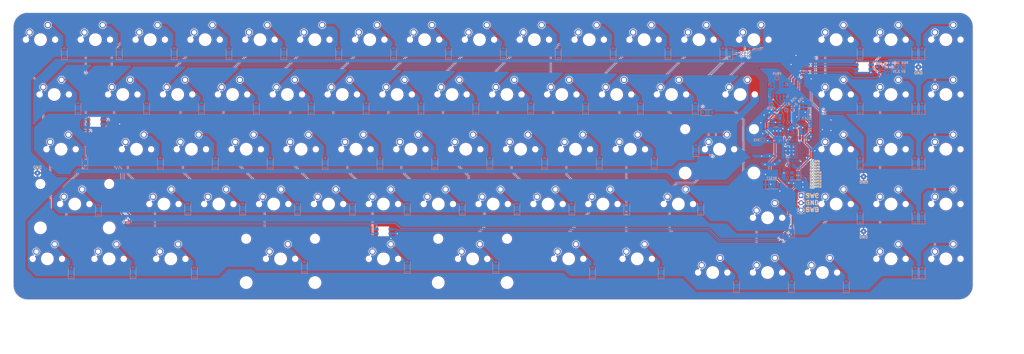
<source format=kicad_pcb>
(kicad_pcb (version 20221018) (generator pcbnew)
  (layers (0 "F.Cu" signal) (31 "B.Cu" signal) (34 "B.Paste" user) (35 "F.Paste" user) (36 "B.SilkS" user "B.Silkscreen") (37 "F.SilkS" user "F.Silkscreen") (38 "B.Mask" user) (39 "F.Mask" user) (44 "Edge.Cuts" user))
  (net 0 "")
  (net 1 "Net-(D_1-A)")
  (net 2 "col0")
  (net 3 "col1")
  (net 4 "col2")
  (net 5 "col3")
  (net 6 "col4")
  (net 7 "col5")
  (net 8 "col6")
  (net 9 "col7")
  (net 10 "col8")
  (net 11 "col9")
  (net 12 "col10")
  (net 13 "col11")
  (net 14 "col12")
  (net 15 "col13")
  (net 16 "col15")
  (net 17 "col16")
  (net 18 "col14")
  (net 19 "Net-(D_2-A)")
  (net 20 "row0")
  (net 21 "row1")
  (net 22 "row2")
  (net 23 "row3")
  (net 24 "row4")
  (net 25 "Net-(D_3-A)")
  (net 26 "Net-(D_4-A)")
  (net 27 "Net-(D_5-A)")
  (net 28 "Net-(D_6-A)")
  (net 29 "Net-(D_7-A)")
  (net 30 "Net-(D_8-A)")
  (net 31 "Net-(D_9-A)")
  (net 32 "Net-(D_10-A)")
  (net 33 "Net-(D_11-A)")
  (net 34 "Net-(D_12-A)")
  (net 35 "Net-(D_13-A)")
  (net 36 "Net-(D_14-A)")
  (net 37 "Net-(D_15-A)")
  (net 38 "Net-(D_16-A)")
  (net 39 "Net-(D_17-A)")
  (net 40 "Net-(D_18-A)")
  (net 41 "Net-(D_19-A)")
  (net 42 "Net-(D_20-A)")
  (net 43 "Net-(D_21-A)")
  (net 44 "Net-(D_22-A)")
  (net 45 "Net-(D_23-A)")
  (net 46 "Net-(D_24-A)")
  (net 47 "Net-(D_25-A)")
  (net 48 "Net-(D_26-A)")
  (net 49 "Net-(D_27-A)")
  (net 50 "Net-(D_28-A)")
  (net 51 "Net-(D_29-A)")
  (net 52 "Net-(D_30-A)")
  (net 53 "Net-(D_31-A)")
  (net 54 "Net-(D_32-A)")
  (net 55 "Net-(D_33-A)")
  (net 56 "Net-(D_34-A)")
  (net 57 "Net-(D_35-A)")
  (net 58 "Net-(D_36-A)")
  (net 59 "Net-(D_37-A)")
  (net 60 "Net-(D_38-A)")
  (net 61 "Net-(D_39-A)")
  (net 62 "Net-(D_40-A)")
  (net 63 "Net-(D_41-A)")
  (net 64 "Net-(D_42-A)")
  (net 65 "Net-(D_43-A)")
  (net 66 "Net-(D_44-A)")
  (net 67 "Net-(D_45-A)")
  (net 68 "Net-(D_46-A)")
  (net 69 "Net-(D_47-A)")
  (net 70 "Net-(D_48-A)")
  (net 71 "Net-(D_49-A)")
  (net 72 "Net-(D_50-A)")
  (net 73 "Net-(D_51-A)")
  (net 74 "Net-(D_52-A)")
  (net 75 "Net-(D_53-A)")
  (net 76 "Net-(D_54-A)")
  (net 77 "Net-(D_55-A)")
  (net 78 "Net-(D_56-A)")
  (net 79 "Net-(D_57-A)")
  (net 80 "Net-(D_58-A)")
  (net 81 "Net-(D_59-A)")
  (net 82 "Net-(D_60-A)")
  (net 83 "Net-(D_61-A)")
  (net 84 "Net-(D_62-A)")
  (net 85 "Net-(D_63-A)")
  (net 86 "Net-(D_64-A)")
  (net 87 "Net-(D_65-A)")
  (net 88 "Net-(D_66-A)")
  (net 89 "Net-(D_67-A)")
  (net 90 "Net-(D_68-A)")
  (net 91 "Net-(D_69-A)")
  (net 92 "Net-(D_70-A)")
  (net 93 "Net-(D_71-A)")
  (net 94 "Net-(D_72-A)")
  (net 95 "Net-(D_73-A)")
  (net 96 "Net-(D_74-A)")
  (net 97 "Net-(D_75-A)")
  (net 98 "+5V")
  (net 99 "RGB_DATA_5V0")
  (net 100 "Net-(D1-DOUT)")
  (net 101 "VBUS")
  (net 102 "RGB_DATA_3V3")
  (net 103 "Net-(D2-DOUT)")
  (net 105 "GND")
  (net 106 "Net-(D_0-A)")
  (net 107 "XIN")
  (net 108 "Net-(C3-Pad2)")
  (net 109 "+3V3")
  (net 110 "+1V1")
  (net 111 "Net-(U1-BP)")
  (net 112 "/QSPI_SS")
  (net 113 "/QSPI_SD1")
  (net 114 "/QSPI_SD2")
  (net 115 "/QSPI_SD0")
  (net 116 "/QSPI_SCLK")
  (net 117 "/QSPI_SD3")
  (net 118 "/~{USB_BOOT}")
  (net 119 "/SWCLK")
  (net 120 "/SWD")
  (net 121 "XOUT")
  (net 122 "3V3_EN")
  (net 123 "Net-(U2-USB_DP)")
  (net 124 "Net-(U2-USB_DM)")
  (net 125 "/RUN")
  (net 126 "/GPIO15")
  (net 127 "/GPIO14")
  (net 128 "/GPIO13")
  (net 129 "/GPIO12")
  (net 130 "/GPIO11")
  (net 131 "/GPIO10")
  (net 132 "/GPIO9")
  (net 133 "/GPIO8")
  (net 134 "/GPIO7")
  (net 135 "/GPIO6")
  (net 136 "D-")
  (net 137 "D+")
  (footprint "MX_Only:MXOnly-1U-NoLED" (layer "F.Cu") (at 245.635 45.34)
    (fp_text reference "K_28")
    (fp_text value "KEYSW")
  )
  (footprint "MX_Only:MXOnly-1U-NoLED" (layer "F.Cu") (at 71.80375 102.49)
    (fp_text reference "K_65")
    (fp_text value "KEYSW")
  )
  (footprint "MX_Only:MXOnly-1U-NoLED" (layer "F.Cu") (at 207.535 45.34)
    (fp_text reference "K_26")
    (fp_text value "KEYSW")
  )
  (footprint "Mounting_Keyboard_Stabilizer:Stabilizer_Cherry_MX_2u" (layer "F.Cu") (at 176.57875 102.49)
    (fp_text reference "stb2" hide)
    (fp_text value "stab")
  )
  (footprint "MX_Only:MXOnly-1U-NoLED" (layer "F.Cu") (at 340.885 64.39)
    (fp_text reference "K_47")
    (fp_text value "KEYSW")
  )
  (footprint "MX_Only:MXOnly-1U-NoLED" (layer "F.Cu") (at 226.585 45.34)
    (fp_text reference "K_27")
    (fp_text value "KEYSW")
  )
  (footprint "MX_Only:MXOnly-1U-NoLED" (layer "F.Cu") (at 248.01625 83.44)
    (fp_text reference "K_58")
    (fp_text value "KEYSW")
  )
  (footprint "MX_Only:MXOnly-1U-NoLED" (layer "F.Cu") (at 59.8975 64.39)
    (fp_text reference "K_34")
    (fp_text value "KEYSW")
  )
  (footprint "MX_Only:MXOnly-1U-NoLED" (layer "F.Cu") (at 64.66 26.29)
    (fp_text reference "K_2")
    (fp_text value "KEYSW")
  )
  (footprint "MX_Only:MXOnly-1U-NoLED" (layer "F.Cu") (at 274.21 26.29)
    (fp_text reference "K_13")
    (fp_text value "KEYSW")
  )
  (footprint "MX_Only:MXOnly-1U-NoLED" (layer "F.Cu") (at 193.2475 64.39)
    (fp_text reference "K_41")
    (fp_text value "KEYSW")
  )
  (footprint "MX_Only:MXOnly-1U-NoLED" (layer "F.Cu") (at 198.01 26.29)
    (fp_text reference "K_9")
    (fp_text value "KEYSW")
  )
  (footprint "MX_Only:MXOnly-1U-NoLED" (layer "F.Cu") (at 112.285 45.34)
    (fp_text reference "K_21")
    (fp_text value "KEYSW")
  )
  (footprint "Connector_Wire:SolderWire-0.1sqmm_1x01_D0.4mm_OD1mm" (layer "F.Cu") (at 331.35 35.8)
    (fp_text reference "GTP4" hide)
    (fp_text value "GNDPAD")
  )
  (footprint "MX_Only:MXOnly-1U-NoLED" (layer "F.Cu") (at 83.71 26.29)
    (fp_text reference "K_3")
    (fp_text value "KEYSW")
  )
  (footprint "MX_Only:MXOnly-1U-NoLED" (layer "F.Cu") (at 321.835 102.49)
    (fp_text reference "K_71")
    (fp_text value "KEYSW")
  )
  (footprint "MX_Only:MXOnly-1U-NoLED" (layer "F.Cu") (at 78.9475 64.39)
    (fp_text reference "K_35")
    (fp_text value "KEYSW")
  )
  (footprint "MX_Only:MXOnly-1U-NoLED" (layer "F.Cu") (at 321.835 64.39)
    (fp_text reference "K_46")
    (fp_text value "KEYSW")
  )
  (footprint "MX_Only:MXOnly-1U-NoLED" (layer "F.Cu") (at 74.185 45.34)
    (fp_text reference "K_19")
    (fp_text value "KEYSW")
  )
  (footprint "MX_Only:MXOnly-1U-NoLED" (layer "F.Cu") (at 217.06 26.29)
    (fp_text reference "K_10")
    (fp_text value "KEYSW")
  )
  (footprint "MX_Only:MXOnly-1U-NoLED" (layer "F.Cu") (at 169.435 45.34)
    (fp_text reference "K_24")
    (fp_text value "KEYSW")
  )
  (footprint "MX_Only:MXOnly-1U-NoLED" (layer "F.Cu") (at 278.9725 107.2525)
    (fp_text reference "K_74")
    (fp_text value "KEYSW")
  )
  (footprint "MX_Only:MXOnly-1U-NoLED" (layer "F.Cu") (at 202.7725 83.44)
    (fp_text reference "K_56")
    (fp_text value "KEYSW")
  )
  (footprint "MX_Only:MXOnly-1U-NoLED" (layer "F.Cu") (at 155.1475 64.39)
    (fp_text reference "K_39")
    (fp_text value "KEYSW")
  )
  (footprint "MX_Only:MXOnly-1U-NoLED" (layer "F.Cu") (at 340.885 102.49)
    (fp_text reference "K_72")
    (fp_text value "KEYSW")
  )
  (footprint "MX_Only:MXOnly-1U-NoLED" (layer "F.Cu") (at 255.16 26.29)
    (fp_text reference "K_12")
    (fp_text value "KEYSW")
  )
  (footprint "MX_Only:MXOnly-1U-NoLED" (layer "F.Cu") (at 188.485 45.34)
    (fp_text reference "K_25")
    (fp_text value "KEYSW")
  )
  (footprint "MX_Only:MXOnly-1U-NoLED" (layer "F.Cu") (at 117.0475 64.39)
    (fp_text reference "K_37")
    (fp_text value "KEYSW")
  )
  (footprint "MX_Only:MXOnly-1U-NoLED" (layer "F.Cu") (at 212.2975 64.39)
    (fp_text reference "K_42")
    (fp_text value "KEYSW")
  )
  (footprint "MX_Only:MXOnly-1U-NoLED" (layer "F.Cu") (at 33.70375 64.39)
    (fp_text reference "K_33")
    (fp_text value "KEYSW")
  )
  (footprint "MX_Only:MXOnly-1U-NoLED" (layer "F.Cu") (at 150.385 45.34)
    (fp_text reference "K_23")
    (fp_text value "KEYSW")
  )
  (footprint "MX_Only:MXOnly-1U-NoLED" (layer "F.Cu") (at 109.90375 102.49)
    (fp_text reference "K_66")
    (fp_text value "KEYSW")
  )
  (footprint "MX_Only:MXOnly-1U-NoLED" (layer "F.Cu") (at 31.3225 45.34)
    (fp_text reference "K_17")
    (fp_text value "KEYSW")
  )
  (footprint "MX_Only:MXOnly-1U-NoLED" (layer "F.Cu") (at 38.46625 83.44)
    (fp_text reference "K_48")
    (fp_text value "KEYSW")
  )
  (footprint "Mounting_Keyboard_Stabilizer:Stabilizer_Cherry_MX_2u" (layer "F.Cu") (at 109.90375 102.49)
    (fp_text reference "stb1" hide)
    (fp_text value "stab")
  )
  (footprint "MX_Only:MXOnly-1U-NoLED" (layer "F.Cu") (at 145.6225 83.44)
    (fp_text reference "K_53")
    (fp_text value "KEYSW")
  )
  (footprint "MX_Only:MXOnly-1U-NoLED" (layer "F.Cu") (at 93.235 45.34)
    (fp_text reference "K_20")
    (fp_text value "KEYSW")
  )
  (footprint "MX_Only:MXOnly-1U-NoLED" (layer "F.Cu") (at 55.135 45.34)
    (fp_text reference "K_18")
    (fp_text value "KEYSW")
  )
  (footprint "MX_Only:MXOnly-1U-NoLED" (layer "F.Cu") (at 302.785 26.29)
    (fp_text reference "K_14")
    (fp_text value "KEYSW")
  )
  (footprint "MX_Only:MXOnly-1U-NoLED" (layer "F.Cu") (at 164.6725 83.44)
    (fp_text reference "K_54")
    (fp_text value "KEYSW")
  )
  (footprint "MX_Only:MXOnly-1U-NoLED" (layer "F.Cu") (at 131.335 45.34)
    (fp_text reference "K_22")
    (fp_text value "KEYSW")
  )
  (footprint "MX_Only:MXOnly-1U-NoLED" (layer "F.Cu") (at 176.57875 102.49)
    (fp_text reference "K_68")
    (fp_text value "KEYSW")
  )
  (footprint "MX_Only:MXOnly-1U-NoLED" (layer "F.Cu") (at 97.9975 64.39)
    (fp_text reference "K_36")
    (fp_text value "KEYSW")
  )
  (footprint "Mounting_Keyboard_Stabilizer:Stabilizer_Cherry_MX_2u" (layer "F.Cu") (at 38.46625 83.44)
    (fp_text reference "stb3" hide)
    (fp_text value "stab")
  )
  (footprint "Connector_Wire:SolderWire-0.1sqmm_1x01_D0.4mm_OD1mm" (layer "F.Cu") (at 25.5 72.65)
    (fp_text reference "GTP2" hide)
    (fp_text value "GNDPAD")
  )
  (footprint "Mounting_Keyboard_Stabilizer:Stabilizer_Cherry_MX_2u" (layer "F.Cu") (at 262.30375 64.39)
    (fp_text reference "stb4" hide)
    (fp_text value "stab")
  )
  (footprint "MX_Only:MXOnly-1U-NoLED" (layer "F.Cu") (at 45.61 26.29)
    (fp_text reference "K_1")
    (fp_text value "KEYSW")
  )
  (footprint "MX_Only:MXOnly-1U-NoLED" (layer "F.Cu") (at 298.0225 107.2525)
    (fp_text reference "K_75")
    (fp_text value "KEYSW")
  )
  (footprint "MX_Only:MXOnly-1U-NoLED" (layer "F.Cu") (at 174.1975 64.39)
    (fp_text reference "K_40")
    (fp_text value "KEYSW")
  )
  (footprint "MX_Only:MXOnly-1U-NoLED" (layer "F.Cu") (at 340.885 26.29)
    (fp_text reference "K_16")
    (fp_text value "KEYSW")
  )
  (footprint "MX_Only:MXOnly-1U-NoLED" (layer "F.Cu") (at 269.4475 45.34)
    (fp_text reference "K_29")
    (fp_text value "KEYSW")
  )
  (footprint "MX_Only:MXOnly-1U-NoLED" (layer "F.Cu") (at 26.56 26.29)
    (fp_text reference "K_0")
    (fp_text value "KEYSW")
  )
  (footprint "Connector_Wire:SolderWire-0.1sqmm_1x01_D0.4mm_OD1mm" (layer "F.Cu") (at 312.3 73.9)
    (fp_text reference "GTP1" hide)
    (fp_text value "GNDPAD")
  )
  (footprint "MX_Only:MXOnly-1U-NoLED" (layer "F.Cu") (at 102.76 26.29)
    (fp_text reference "K_4")
    (fp_text value "KEYSW")
  )
  (footprint "Connector_Wire:SolderWire-0.1sqmm_1x01_D0.4mm_OD1mm" (layer "F.Cu") (at 312.3 92.95)
    (fp_text reference "GTP3" hide)
    (fp_text value "GNDPAD")
  )
  (footprint "MX_Only:MXOnly-1U-NoLED" (layer "F.Cu") (at 107.5225 83.44)
    (fp_text reference "K_51")
    (fp_text value "KEYSW")
  )
  (footprint "MX_Only:MXOnly-1U-NoLED" (layer "F.Cu") (at 259.9225 107.2525)
    (fp_text reference "K_73")
    (fp_text value "KEYSW")
  )
  (footprint "MX_Only:MXOnly-1U-NoLED" (layer "F.Cu") (at 321.835 45.34)
    (fp_text reference "K_31")
    (fp_text value "KEYSW")
  )
  (footprint "MX_Only:MXOnly-1U-NoLED" (layer "F.Cu") (at 233.72875 102.49)
    (fp_text reference "K_70")
    (fp_text value "KEYSW")
  )
  (footprint "MX_Only:MXOnly-1U-NoLED" (layer "F.Cu") (at 136.0975 64.39)
    (fp_text reference "K_38")
    (fp_text value "KEYSW")
  )
  (footprint "MX_Only:MXOnly-1U-NoLED" (layer "F.Cu") (at 321.835 26.29)
    (fp_text reference "K_15")
    (fp_text value "KEYSW")
  )
  (footprint "MX_Only:MXOnly-1U-NoLED" (layer "F.Cu") (at 278.9725 88.2025)
    (fp_text reference "K_62")
    (fp_text value "KEYSW")
  )
  (footprint "MX_Only:MXOnly-1U-NoLED" (layer "F.Cu") (at 69.4225 83.44)
    (fp_text reference "K_49")
    (fp_text value "KEYSW")
  )
  (footprint "MX_Only:MXOnly-1U-NoLED" (layer "F.Cu") (at 126.5725 83.44)
    (fp_text reference "K_52")
    (fp_text value "KEYSW")
  )
  (footprint "MX_Only:MXOnly-1U-NoLED" (layer "F.Cu") (at 121.81 26.29)
    (fp_text reference "K_5")
    (fp_text value "KEYSW")
  )
  (footprint "MX_Only:MXOnly-1U-NoLED" (layer "F.Cu") (at 145.6225 102.49)
    (fp_text reference "K_67")
    (fp_text value "KEYSW")
  )
  (footprint "MX_Only:MXOnly-1U-NoLED" (layer "F.Cu") (at 340.885 45.34)
    (fp_text reference "K_32")
    (fp_text value "KEYSW")
  )
  (footprint "MX_Only:MXOnly-1U-NoLED" (layer "F.Cu") (at 302.785 83.44)
    (fp_text reference "K_59")
    (fp_text value "KEYSW")
  )
  (footprint "MX_Only:MXOnly-1U-NoLED" (layer "F.Cu") (at 50.3725 102.49)
    (fp_text reference "K_64")
    (fp_text value "KEYSW")
  )
  (footprint "MX_Only:MXOnly-1U-NoLED" (layer "F.Cu") (at 262.30375 64.39)
    (fp_text reference "K_44")
    (fp_text value "KEYSW")
  )
  (footprint "MX_Only:MXOnly-1U-NoLED" (layer "F.Cu") (at 321.835 83.44)
    (fp_text reference "K_60")
    (fp_text value "KEYSW")
  )
  (footprint "Connector_PinHeader_1.00mm:PinHeader_1x10_P1.00mm_Vertical" (layer "F.Cu") (at 294.5 68.5)
    (fp_text reference "J1" hide)
    (fp_text value "Conn_01x10")
  )
  (footprint "MX_Only:MXOnly-1U-NoLED" (layer "F.Cu") (at 183.7225 83.44)
    (fp_text reference "K_55")
    (fp_text value "KEYSW")
  )
  (footprint "MX_Only:MXOnly-1U-NoLED" (layer "F.Cu") (at 28.94125 102.49)
    (fp_text reference "K_63")
    (fp_text value "KEYSW")
  )
  (footprint "MX_Only:MXOnly-1U-NoLED" (layer "F.Cu") (at 231.3475 64.39)
    (fp_text reference "K_43")
    (fp_text value "KEYSW")
  )
  (footprint "MX_Only:MXOnly-1U-NoLED" (layer "F.Cu") (at 178.96 26.29)
    (fp_text reference "K_8")
    (fp_text value "KEYSW")
  )
  (footprint "MX_Only:MXOnly-1U-NoLED" (layer "F.Cu") (at 88.4725 83.44)
    (fp_text reference "K_50")
    (fp_text value "KEYSW")
  )
  (footprint "MX_Only:MXOnly-1U-NoLED" (layer "F.Cu") (at 302.785 45.34)
    (fp_text reference "K_30")
    (fp_text value "KEYSW")
  )
  (footprint "MX_Only:MXOnly-1U-NoLED" (layer "F.Cu") (at 236.11 26.29)
    (fp_text reference "K_11")
    (fp_text value "KEYSW")
  )
  (footprint "MX_Only:MXOnly-1U-NoLED" (layer "F.Cu") (at 159.91 26.29)
    (fp_text reference "K_7")
    (fp_text value "KEYSW")
  )
  (footprint "MX_Only:MXOnly-1U-NoLED" (layer "F.Cu") (at 302.785 64.39)
    (fp_text reference "K_45")
    (fp_text value "KEYSW")
  )
  (footprint "MX_Only:MXOnly-1U-NoLED" (layer "F.Cu") (at 340.885 83.44)
    (fp_text reference "K_61")
    (fp_text value "KEYSW")
  )
  (footprint "MX_Only:MXOnly-1U-NoLED" (layer "F.Cu") (at 140.86 26.29)
    (fp_text reference "K_6")
    (fp_text value "KEYSW")
  )
  (footprint "MX_Only:MXOnly-1U-NoLED" (layer "F.Cu") (at 221.8225 83.44)
    (fp_text reference "K_57")
    (fp_text value "KEYSW")
  )
  (footprint "MX_Only:MXOnly-1U-NoLED" (layer "F.Cu") (at 209.91625 102.49)
    (fp_text reference "K_69")
    (fp_text value "KEYSW")
  )
  (footprint "Capacitor_SMD:C_0402_1005Metric" (layer "B.Cu") (at 284.625 58.675 90)
    (fp_text reference "C9")
    (fp_text value "1uf 0402")
  )
  (footprint "Capacitor_SMD:C_0402_1005Metric" (layer "B.Cu") (at 283.65 59.8 90)
    (fp_text reference "C11")
    (fp_text value "2.2uF 0402")
  )
  (footprint "Button_Switch_SMD:SW_Push_SPST_NO_Alps_SKRK" (layer "B.Cu") (at 291.425 51.925 90)
    (fp_text reference "J2")
    (fp_text value "Button")
  )
  (footprint "acheron_Connectors:MOLEX_781710004" (layer "B.Cu") (at 282.7 45.92)
    (fp_text reference "J3")
    (fp_text value "78171-0004")
  )
  (footprint "Capacitor_SMD:C_0402_1005Metric" (layer "B.Cu") (at 318.125 37.8)
    (fp_text reference "C1")
    (fp_text value "100nf 0402")
  )
  (footprint "Diode_SMD:D_SOD-123" (layer "B.Cu") (at 332.6 69.1 90)
    (fp_text reference "D_47")
    (fp_text value "D")
  )
  (footprint "TestPoint:TestPoint_Pad_D1.0mm" (layer "B.Cu") (at 285.5 50.75 90)
    (fp_text reference "TP7" hide)
    (fp_text value "TestPoint")
  )
  (footprint "Diode_SMD:D_SOD-123" (layer "B.Cu") (at 332.6 50 90)
    (fp_text reference "D_32")
    (fp_text value "D")
  )
  (footprint "Diode_SMD:D_SOD-123" (layer "B.Cu") (at 215.8 50 90)
    (fp_text reference "D_26")
    (fp_text value "D")
  )
  (footprint "Capacitor_SMD:C_0402_1005Metric" (layer "B.Cu") (at 279.35 55.85 90)
    (fp_text reference "CBP1")
    (fp_text value "10uf 0402")
  )
  (footprint "Package_TO_SOT_SMD:SOT-363_SC-70-6" (layer "B.Cu") (at 318.8 35.825)
    (fp_text reference "U3")
    (fp_text value "TXS0101DCK")
  )
  (footprint "Diode_SMD:D_SOD-123" (layer "B.Cu") (at 287.3 92.9 90)
    (fp_text reference "D_62")
    (fp_text value "D")
  )
  (footprint "Diode_SMD:D_SOD-123" (layer "B.Cu") (at 58.7 107.1 90)
    (fp_text reference "D_64")
    (fp_text value "D")
  )
  (footprint "Diode_SMD:D_SOD-123" (layer "B.Cu") (at 92 30.975 90)
    (fp_text reference "D_3")
    (fp_text value "D")
  )
  (footprint "Diode_SMD:D_SOD-123" (layer "B.Cu") (at 230.1 84.95 90)
    (fp_text reference "D_57")
    (fp_text value "D")
  )
  (footprint "Diode_SMD:D_SOD-123" (layer "B.Cu") (at 306.3 112 90)
    (fp_text reference "D_75")
    (fp_text value "D")
  )
  (footprint "Capacitor_SMD:C_0402_1005Metric" (layer "B.Cu") (at 281.72 59.8 90)
    (fp_text reference "C15")
    (fp_text value "100nf 0402")
  )
  (footprint "Diode_SMD:D_SOD-123" (layer "B.Cu") (at 144.4 69.1 90)
    (fp_text reference "D_38")
    (fp_text value "D")
  )
  (footprint "Diode_SMD:D_SOD-123" (layer "B.Cu") (at 68.2 69.1 90)
    (fp_text reference "D_34")
    (fp_text value "D")
  )
  (footprint "Diode_SMD:D_SOD-123" (layer "B.Cu") (at 239.65 69.1 90)
    (fp_text reference "D_43")
    (fp_text value "D")
  )
  (footprint "Capacitor_SMD:C_0402_1005Metric" (layer "B.Cu") (at 285.9 74.375 90)
    (fp_text reference "C3")
    (fp_text value "22pf 0402")
  )
  (footprint "Resistor_SMD:R_0402_1005Metric" (layer "B.Cu") (at 285.95 55.1 -90)
    (fp_text reference "R11")
    (fp_text value "27r 0402 resistor")
  )
  (footprint "Diode_SMD:D_SOD-123" (layer "B.Cu") (at 120.55 50 90)
    (fp_text reference "D_21")
    (fp_text value "D")
  )
  (footprint "Diode_SMD:D_SOD-123" (layer "B.Cu") (at 153.95 105.3 90)
    (fp_text reference "D_67")
    (fp_text value "D")
  )
  (footprint "Diode_SMD:D_SOD-123" (layer "B.Cu") (at 225.35 30.975 90)
    (fp_text reference "D_10")
    (fp_text value "D")
  )
  (footprint "Diode_SMD:D_SOD-123" (layer "B.Cu") (at 134.85 84.95 90)
    (fp_text reference "D_52")
    (fp_text value "D")
  )
  (footprint "Button_Switch_SMD:SW_Push_SPST_NO_Alps_SKRK" (layer "B.Cu") (at 280.4 76.65)
    (fp_text reference "RSW1")
    (fp_text value "TSA343G00-250J2")
  )
  (footprint "Capacitor_SMD:C_0402_1005Metric" (layer "B.Cu") (at 290 55.85)
    (fp_text reference "C4")
    (fp_text value "100nf 0402")
  )
  (footprint "Diode_SMD:D_SOD-123" (layer "B.Cu") (at 258.1 51.65)
    (fp_text reference "D_29")
    (fp_text value "D")
  )
  (footprint "Diode_SMD:D_SOD-123" (layer "B.Cu") (at 234.85 50 90)
    (fp_text reference "D_27")
    (fp_text value "D")
  )
  (footprint "Diode_SMD:D_SOD-123" (layer "B.Cu") (at 139.6 50 90)
    (fp_text reference "D_22")
    (fp_text value "D")
  )
  (footprint "Diode_SMD:D_SOD-123" (layer "B.Cu") (at 82.45 50 90)
    (fp_text reference "D_19")
    (fp_text value "D")
  )
  (footprint "Diode_SMD:D_SOD-123" (layer "B.Cu") (at 330.15 50 90)
    (fp_text reference "D_31")
    (fp_text value "D")
  )
  (footprint "Diode_SMD:D_SOD-123" (layer "B.Cu") (at 182.5 69.1 90)
    (fp_text reference "D_40")
    (fp_text value "D")
  )
  (footprint "Diode_SMD:D_SOD-123" (layer "B.Cu") (at 201.55 69.1 90)
    (fp_text reference "D_41")
    (fp_text value "D")
  )
  (footprint "Diode_SMD:D_SOD-123" (layer "B.Cu") (at 244.4 30.975 90)
    (fp_text reference "D_11")
    (fp_text value "D")
  )
  (footprint "Diode_SMD:D_SOD-123" (layer "B.Cu") (at 101.5 50 90)
    (fp_text reference "D_20")
    (fp_text value "D")
  )
  (footprint "Keebio-Parts:SK6812-MINI-E" (layer "B.Cu") (at 312.3 35.8 180)
    (fp_text reference "D1")
    (fp_text value "SK6812" hide)
    (fp_line (start -1.7 -1.5) (end -1.7 1.5) (stroke (width 0.12)) (layer "Edge.Cuts"))
    (fp_line (start -1.7 1.5) (end 1.7 1.5) (stroke (width 0.12)) (layer "Edge.Cuts"))
    (fp_line (start 1.7 -1.5) (end -1.7 -1.5) (stroke (width 0.12)) (layer "Edge.Cuts"))
    (fp_line (start 1.7 1.5) (end 1.7 -1.5) (stroke (width 0.12)) (layer "Edge.Cuts"))
  )
  (footprint "Diode_SMD:D_SOD-123" (layer "B.Cu") (at 77.7 84.95 90)
    (fp_text reference "D_49")
    (fp_text value "D")
  )
  (footprint "Diode_SMD:D_SOD-123" (layer "B.Cu") (at 268.2 112 90)
    (fp_text reference "D_73")
    (fp_text value "D")
  )
  (footprint "Diode_SMD:D_SOD-123" (layer "B.Cu") (at 125.35 69.1 90)
    (fp_text reference "D_37")
    (fp_text value "D")
  )
  (footprint "Diode_SMD:D_SOD-123" (layer "B.Cu") (at 311.1 88.1 90)
    (fp_text reference "D_59")
    (fp_text value "D")
  )
  (footprint "Diode_SMD:D_SOD-123" (layer "B.Cu") (at 111.05 30.975 90)
    (fp_text reference "D_4")
    (fp_text value "D")
  )
  (footprint "Diode_SMD:D_SOD-123" (layer "B.Cu") (at 330.15 88.1 90)
    (fp_text reference "D_60")
    (fp_text value "D")
  )
  (footprint "Diode_SMD:D_SOD-123" (layer "B.Cu") (at 63.4 50 90)
    (fp_text reference "D_18")
    (fp_text value "D")
  )
  (footprint "Diode_SMD:D_SOD-123" (layer "B.Cu") (at 332.6 88.1 90)
    (fp_text reference "D_61")
    (fp_text value "D")
  )
  (footprint "Diode_SMD:D_SOD-123" (layer "B.Cu") (at 332.65 107.2 90)
    (fp_text reference "D_72")
    (fp_text value "D")
  )
  (footprint "Diode_SMD:D_SOD-123" (layer "B.Cu") (at 153.9 84.95 90)
    (fp_text reference "D_53")
    (fp_text value "D")
  )
  (footprint "Diode_SMD:D_SOD-123" (layer "B.Cu") (at 218.2 107.2 90)
    (fp_text reference "D_69")
    (fp_text value "D")
  )
  (footprint "Diode_SMD:D_SOD-123" (layer "B.Cu") (at 332.575 30.975 90)
    (fp_text reference "D_16")
    (fp_text value "D")
  )
  (footprint "Capacitor_SMD:C_0402_1005Metric" (layer "B.Cu") (at 282.7 59.8 90)
    (fp_text reference "C10")
    (fp_text value "100nf 0402")
  )
  (footprint "Diode_SMD:D_SOD-123" (layer "B.Cu") (at 184.6 105.3 90)
    (fp_text reference "D_68")
    (fp_text value "D")
  )
  (footprint "Diode_SMD:D_SOD-123" (layer "B.Cu") (at 118.2 105.3 90)
    (fp_text reference "D_66")
    (fp_text value "D")
  )
  (footprint "Capacitor_SMD:C_0402_1005Metric" (layer "B.Cu") (at 279.375 53.62 90)
    (fp_text reference "C6")
    (fp_text value "10uf 0402")
  )
  (footprint "Resistor_SMD:R_0402_1005Metric" (layer "B.Cu") (at 284.55 54.3 90)
    (fp_text reference "R9")
    (fp_text value "100K 0402")
  )
  (footprint "TestPoint:TestPoint_Pad_D1.0mm" (layer "B.Cu") (at 280.225 48.775 180)
    (fp_text reference "TP3" hide)
    (fp_text value "TestPoint")
  )
  (footprint "Keebio-Parts:SK6812-MINI-E" (layer "B.Cu") (at 45.6 54.85 180)
    (fp_text reference "D3")
    (fp_text value "SK6812" hide)
    (fp_line (start -1.7 -1.5) (end -1.7 1.5) (stroke (width 0.12)) (layer "Edge.Cuts"))
    (fp_line (start -1.7 1.5) (end 1.7 1.5) (stroke (width 0.12)) (layer "Edge.Cuts"))
    (fp_line (start 1.7 -1.5) (end -1.7 -1.5) (stroke (width 0.12)) (layer "Edge.Cuts"))
    (fp_line (start 1.7 1.5) (end 1.7 -1.5) (stroke (width 0.12)) (layer "Edge.Cuts"))
  )
  (footprint "Diode_SMD:D_SOD-123" (layer "B.Cu") (at 287.25 112 90)
    (fp_text reference "D_74")
    (fp_text value "D")
  )
  (footprint "Connector_PinHeader_2.54mm:PinHeader_1x03_P2.54mm_Vertical" (layer "B.Cu") (at 290.6 80.45 180)
    (fp_text reference "J5")
    (fp_text value "Conn_01x03_Male")
  )
  (footprint "Diode_SMD:D_SOD-123" (layer "B.Cu") (at 149.15 30.975 90)
    (fp_text reference "D_6")
    (fp_text value "D")
  )
  (footprint "Capacitor_SMD:C_0402_1005Metric" (layer "B.Cu") (at 320.95 36.955 -90)
    (fp_text reference "C20")
    (fp_text value "100nf 0402")
  )
  (footprint "Diode_SMD:D_SOD-123" (layer "B.Cu") (at 46.7 85.4 90)
    (fp_text reference "D_48")
    (fp_text value "D")
  )
  (footprint "Diode_SMD:D_SOD-123" (layer "B.Cu") (at 242 107.2 90)
    (fp_text reference "D_70")
    (fp_text value "D")
  )
  (footprint "Diode_SMD:D_SOD-123" (layer "B.Cu") (at 253.9 50 90)
    (fp_text reference "D_28")
    (fp_text value "D")
  )
  (footprint "Capacitor_SMD:C_0402_1005Metric" (layer "B.Cu") (at 284.8 71 -135)
    (fp_text reference "C7")
    (fp_text value "100nf 0402")
  )
  (footprint "TestPoint:TestPoint_Pad_D1.0mm" (layer "B.Cu") (at 326.15 35.8 180)
    (fp_text reference "TP4" hide)
    (fp_text value "TestPoint")
  )
  (footprint "Diode_SMD:D_SOD-123" (layer "B.Cu") (at 130.1 30.975 90)
    (fp_text reference "D_5")
    (fp_text value "D")
  )
  (footprint "Diode_SMD:D_SOD-123" (layer "B.Cu") (at 87.25 69.1 90)
    (fp_text reference "D_35")
    (fp_text value "D")
  )
  (footprint "Capacitor_SMD:C_0402_1005Metric" (layer "B.Cu") (at 281.5 66.4 -135)
    (fp_text reference "C16")
    (fp_text value "100nf 0402")
  )
  (footprint "Capacitor_SMD:C_0402_1005Metric" (layer "B.Cu") (at 286.15 58.95 90)
    (fp_text reference "C13")
    (fp_text value "100nf 0402")
  )
  (footprint "Diode_SMD:D_SOD-123" (layer "B.Cu") (at 106.3 69.1 90)
    (fp_text reference "D_36")
    (fp_text value "D")
  )
  (footprint "Capacitor_SMD:C_0402_1005Metric" (layer "B.Cu") (at 287.65 58.6 45)
    (fp_text reference "C8")
    (fp_text value "100nf 0402")
  )
  (footprint "Diode_SMD:D_SOD-123" (layer "B.Cu") (at 163.45 69.1 90)
    (fp_text reference "D_39")
    (fp_text value "D")
  )
  (footprint "TestPoint:TestPoint_Pad_D1.0mm" (layer "B.Cu") (at 277.25 61.1 180)
    (fp_text reference "TP1" hide)
    (fp_text value "TestPoint")
  )
  (footprint "Package_SON:SON-8-1EP_3x2mm_P0.5mm_EP1.4x1.6mm" (layer "B.Cu") (at 290.575 58.55 180)
    (fp_text reference "FLASH1")
    (fp_text value "W25Q16JVUXIQ")
  )
  (footprint "MCU_RaspberryPi_and_Boards:RP2040-QFN-56" (layer "B.Cu") (at 286.6375 64.8625 180)
    (fp_text reference "U2")
    (fp_text value "RP2040")
  )
  (footprint "Capacitor_SMD:C_0402_1005Metric" (layer "B.Cu") (at 291.2 74 90)
    (fp_text reference "C2")
    (fp_text value "22pf 0402")
  )
  (footprint "Diode_SMD:D_SOD-123" (layer "B.Cu") (at 39.6 50 90)
    (fp_text reference "D_17")
    (fp_text value "D")
  )
  (footprint "Package_TO_SOT_SMD:SOT-23-5" (layer "B.Cu") (at 281.95 55.05 180)
    (fp_text reference "U1")
    (fp_text value "SOT-23-5 5.5V 3.3V 500mA")
  )
  (footprint "Diode_SMD:D_SOD-123" (layer "B.Cu") (at 211.05 84.95 90)
    (fp_text reference "D_56")
    (fp_text value "D")
  )
  (footprint "Diode_SMD:D_SOD-123" (layer "B.Cu") (at 168.2 30.975 90)
    (fp_text reference "D_7")
    (fp_text value "D")
  )
  (footprint "Capacitor_SMD:C_0402_1005Metric" (layer "B.Cu") (at 293 66.49 -45)
    (fp_text reference "C17")
    (fp_text value "100nf 0402")
  )
  (footprint "Diode_SMD:D_SOD-123" (layer "B.Cu") (at 311.1 50 90)
    (fp_text reference "D_30")
    (fp_text value "D")
  )
  (footprint "Diode_SMD:D_SOD-123" (layer "B.Cu") (at 115.8 84.95 90)
    (fp_text reference "D_51")
    (fp_text value "D")
  )
  (footprint "Resistor_SMD:R_0402_1005Metric" (layer "B.Cu") (at 291.9 55.85)
    (fp_text reference "R7")
    (fp_text value "10K 0402")
  )
  (footprint "Diode_SMD:D_SOD-123" (layer "B.Cu") (at 255.7875 84.95 90)
    (fp_text reference "D_58")
    (fp_text value "D")
  )
  (footprint "Diode_SMD:D_SOD-123" (layer "B.Cu") (at 206.3 30.975 90)
    (fp_text reference "D_9")
    (fp_text value "D")
  )
  (footprint "Diode_SMD:D_SOD-123" (layer "B.Cu") (at 196.75 50 90)
    (fp_text reference "D_25")
    (fp_text value "D")
  )
  (footprint "Diode_SMD:D_SOD-123" (layer "B.Cu") (at 311.1 69.1 90)
    (fp_text reference "D_45")
    (fp_text value "D")
  )
  (footprint "TestPoint:TestPoint_Pad_D1.0mm" (layer "B.Cu") (at 323.7 35.8 180)
    (fp_text reference "TP5" hide)
    (fp_text value "TestPoint")
  )
  (footprint "Resistor_SMD:R_0402_1005Metric" (layer "B.Cu") (at 286.95 55.05 -90)
    (fp_text reference "R10")
    (fp_text value "27r 0402 resistor")
  )
  (footprint "Diode_SMD:D_SOD-123" (layer "B.Cu") (at 42 69 90)
    (fp_text reference "D_33")
    (fp_text value "D")
  )
  (footprint "Diode_SMD:D_SOD-123" (layer "B.Cu") (at 187.25 30.975 90)
    (fp_text reference "D_8")
    (fp_text value "D")
  )
  (footprint "Resistor_SMD:R_0402_1005Metric" (layer "B.Cu") (at 285.9 72.475 -90)
    (fp_text reference "R8")
    (fp_text value "1K 0402")
  )
  (footprint "TestPoint:TestPoint_Pad_D1.0mm" (layer "B.Cu") (at 287.575 50.75 180)
    (fp_text reference "TP6" hide)
    (fp_text value "TestPoint")
  )
  (footprint "Resistor_SMD:R_0402_1005Metric" (layer "B.Cu") (at 293.425 58.15 -45)
    (fp_text reference "R4")
    (fp_text value "1K 0402")
  )
  (footprint "Capacitor_SMD:C_0402_1005Metric" (layer "B.Cu") (at 280.15 60 -135)
    (fp_text reference "C19")
    (fp_text value "10uf 0402")
  )
  (footprint "Diode_SMD:D_SOD-123" (layer "B.Cu") (at 311.075 30.975 90)
    (fp_text reference "D_14")
    (fp_text value "D")
  )
  (footprint "Keebio-Parts:SK6812-MINI-E" (layer "B.Cu") (at 145.65 92.95 180)
    (fp_text reference "D2")
    (fp_text value "SK6812" hide)
    (fp_line (start -1.7 -1.5) (end -1.7 1.5) (stroke (width 0.12)) (layer "Edge.Cuts"))
    (fp_line (start -1.7 1.5) (end 1.7 1.5) (stroke (width 0.12)) (layer "Edge.Cuts"))
    (fp_line (start 1.7 -1.5) (end -1.7 -1.5) (stroke (width 0.12)) (layer "Edge.Cuts"))
    (fp_line (start 1.7 1.5) (end 1.7 -1.5) (stroke (width 0.12)) (layer "Edge.Cuts"))
  )
  (footprint "Diode_SMD:D_SOD-123" (layer "B.Cu") (at 192 84.95 90)
    (fp_text reference "D_55")
    (fp_text value "D")
  )
  (footprint "Diode_SMD:D_SOD-123" (layer "B.Cu") (at 158.65 50 90)
    (fp_text reference "D_23")
    (fp_text value "D")
  )
  (footprint "Diode_SMD:D_SOD-123" (layer "B.Cu") (at 330.125 30.975 90)
    (fp_text reference "D_15")
    (fp_text value "D")
  )
  (footprint "Capacitor_SMD:C_0402_1005Metric" (layer "B.Cu") (at 281.6 61.95 180)
    (fp_text reference "C12")
    (fp_text value "100nf 0402")
  )
  (footprint "Diode_SMD:D_SOD-123" (layer "B.Cu") (at 177.7 50 90)
    (fp_text reference "D_24")
    (fp_text value "D")
  )
  (footprint "Diode_SMD:D_SOD-123" (layer "B.Cu") (at 34.85 30.975 90)
    (fp_text reference "D_0")
    (fp_text value "D")
  )
  (footprint "Diode_SMD:D_SOD-123" (layer "B.Cu") (at 172.95 84.95 90)
    (fp_text reference "D_54")
    (fp_text value "D")
  )
  (footprint "Diode_SMD:D_SOD-123" (layer "B.Cu") (at 330.2 107.2 90)
    (fp_text reference "D_71")
    (fp_text value "D")
  )
  (footprint "Diode_SMD:D_SOD-123" (layer "B.Cu") (at 254.1 64.7 90)
    (fp_text reference "D_44")
    (fp_text value "D")
  )
  (footprint "Diode_SMD:D_SOD-123" (layer "B.Cu") (at 330.15 69.1 90)
    (fp_text reference "D_46")
    (fp_text value "D")
  )
  (footprint "Diode_SMD:D_SOD-123" (layer "B.Cu") (at 220.6 69.1 90)
    (fp_text reference "D_42")
    (fp_text value "D")
  )
  (footprint "Capacitor_SMD:C_0402_1005Metric" (layer "B.Cu") (at 291.71 61.82)
    (fp_text reference "C14")
    (fp_text value "100nf 0402")
  )
  (footprint "Diode_SMD:D_SOD-123" (layer "B.Cu") (at 96.75 84.95 90)
    (fp_text reference "D_50")
    (fp_text value "D")
  )
  (footprint "Diode_SMD:D_SOD-123" (layer "B.Cu") (at 37.2 107.2 90)
    (fp_text reference "D_63")
    (fp_text value "D")
  )
  (footprint "Diode_SMD:D_SOD-123" (layer "B.Cu") (at 53.9 30.975 90)
    (fp_text reference "D_1")
    (fp_text value "D")
  )
  (footprint "Diode_SMD:D_SOD-123" (layer "B.Cu") (at 265.9 30.975 90)
    (fp_text reference "D_13")
    (fp_text value "D")
  )
  (footprint "Capacitor_SMD:C_0402_1005Metric" (layer "B.Cu") (at 286.25 70.35 -90)
    (fp_text reference "C18")
    (fp_text value "100nf 0402")
  )
  (footprint "Diode_SMD:D_SOD-123" (layer "B.Cu") (at 80 107.2 90)
    (fp_text reference "D_65")
    (fp_text value "D")
  )
  (footprint "Capacitor_SMD:C_0402_1005Metric" (layer "B.Cu") (at 281.4 52.8 180)
    (fp_text reference "C5")
    (fp_text value "10uf 0402")
  )
  (footprint "Diode_SMD:D_SOD-123" (layer "B.Cu") (at 72.95 30.975 90)
    (fp_text reference "D_2")
    (fp_text value "D")
  )
  (footprint "Crystal:Crystal_SMD_3225-4Pin_3.2x2.5mm" (layer "B.Cu") (at 288.575 73.45 180)
    (fp_text reference "Y1")
    (fp_text value "3225_4P 12MHz")
  )
  (footprint "TestPoint:TestPoint_Pad_D1.0mm" (layer "B.Cu") (at 282.25 39.6 180)
    (fp_text reference "TP2" hide)
    (fp_text value "TestPoint")
  )
  (footprint "Diode_SMD:D_SOD-123" (layer "B.Cu") (at 263.45 30.975 90)
    (fp_text reference "D_12")
    (fp_text value "D")
  )
  (footprint "Fuse:Fuse_0805_2012Metric" (layer "B.Cu") (at 283.35 51.6 90)
    (fp_text reference "F1")
    (fp_text value "0805L050WR")
  )
  (gr_line (start 350.41 21.76) (end 350.41 111.77) (stroke (width 0.1)) (layer "Edge.Cuts"))
  (gr_arc (start 17.04 21.76) (mid 18.504466 18.224466) (end 22.04 16.76) (stroke (width 0.1)) (layer "Edge.Cuts"))
  (gr_line (start 17.04 111.77) (end 17.04 21.76) (stroke (width 0.1)) (layer "Edge.Cuts"))
  (gr_arc (start 345.41 16.76) (mid 348.945534 18.224466) (end 350.41 21.76) (stroke (width 0.1)) (layer "Edge.Cuts"))
  (gr_arc (start 22.04 116.77) (mid 18.504466 115.305534) (end 17.04 111.77) (stroke (width 0.1)) (layer "Edge.Cuts"))
  (gr_line (start 22.04 16.76) (end 345.41 16.76) (stroke (width 0.1)) (layer "Edge.Cuts"))
  (gr_line (start 345.41 116.77) (end 22.04 116.77) (stroke (width 0.1)) (layer "Edge.Cuts"))
  (gr_arc (start 350.41 111.77) (mid 348.945534 115.305534) (end 345.41 116.77) (stroke (width 0.1)) (layer "Edge.Cuts"))
  (gr_text "USB D+" (at 289.625 48 45) (layer "B.SilkS") (effects (font (size 0.8 0.8) (thickness 0.15) bold) (justify mirror)))
  (gr_text "RESET" (at 280.4 74.5) (layer "B.SilkS") (effects (font (size 0.8 0.8) (thickness 0.15) bold) (justify mirror)))
  (gr_text "GND" (at 312.3 94.95) (layer "B.SilkS") (effects (font (size 1 1)) (justify mirror)))
  (gr_text "3V3" (at 276.425 61.65) (layer "B.SilkS") (effects (font (size 0.8 0.8) (thickness 0.15) bold) (justify left bottom mirror)))
  (gr_text "RGB DATA" (at 324.925 34.35) (layer "B.SilkS") (effects (font (size 0.8 0.8) (thickness 0.16) bold) (justify mirror)))
  (gr_text "GP6\nGP7\nGP8\nGP9\nGP10\nGP11\nGP12\nGP13\nGP14\nGP15" (at 295.2 73) (layer "B.SilkS") (effects (font (size 0.6125 0.6125) (thickness 0.15) bold) (justify right mirror)))
  (gr_text "VBUS" (at 282.25 38.075) (layer "B.SilkS") (effects (font (size 0.8 0.8) (thickness 0.15) bold) (justify mirror)))
  (gr_text "Bootsel" (at 293.75 51.925 90) (layer "B.SilkS") (effects (font (size 0.8 0.8) (thickness 0.16) bold) (justify mirror)))
  (gr_text "3.3V" (at 323.7 37.35) (layer "B.SilkS") (effects (font (size 0.8 0.8) (thickness 0.16) bold) (justify mirror)))
  (gr_text "GND" (at 25.5 70.7) (layer "B.SilkS") (effects (font (size 1 1)) (justify mirror)))
  (gr_text "VSYS" (at 280.225 50.15) (layer "B.SilkS") (effects (font (size 0.8 0.8) (thickness 0.16) bold) (justify mirror)))
  (gr_text "USB D-" (at 287.175 47.925 45) (layer "B.SilkS") (effects (font (size 0.8 0.8) (thickness 0.15) bold) (justify mirror)))
  (gr_text "GND" (at 312.35 75.85) (layer "B.SilkS") (effects (font (size 1 1)) (justify mirror)))
  (gr_text "SWC\nGND\nSWD" (at 291.99 82.99) (layer "B.SilkS") (effects (font (size 1.5 1.5) (thickness 0.3) bold) (justify right mirror)))
  (gr_text "GND" (at 331.35 37.9) (layer "B.SilkS") (effects (font (size 1 1)) (justify mirror)))
  (gr_text "5V" (at 326.15 37.35) (layer "B.SilkS") (effects (font (size 0.8 0.8) (thickness 0.16) bold) (justify mirror)))
  (gr_text "GND" (at 312.35 75.85) (layer "F.SilkS") (effects (font (size 1 1))))
  (gr_text "SWC\nGND\nSWD" (at 291.99 82.99) (layer "F.SilkS") (effects (font (size 1.5 1.5) (thickness 0.3) bold) (justify left)))
  (gr_text "GP6\nGP7\nGP8\nGP9\nGP10\nGP11\nGP12\nGP13\nGP14\nGP15" (at 295.2 73) (layer "F.SilkS") (effects (font (size 0.6125 0.6125) (thickness 0.15) bold) (justify left)))
  (gr_text "GND" (at 312.3 94.95) (layer "F.SilkS") (effects (font (size 1 1))))
  (gr_text "GND" (at 331.35 37.9) (layer "F.SilkS") (effects (font (size 1 1))))
  (gr_text "GND" (at 25.5 70.7) (layer "F.SilkS") (effects (font (size 1 1))))
  (segment (start 51.01 21.21) (end 48.15 21.21) (width 0.2) (layer "B.Cu") (net 1))
  (segment (start 53.9 24.1) (end 51.01 21.21) (width 0.2) (layer "B.Cu") (net 1))
  (segment (start 53.9 29.325) (end 53.9 24.1) (width 0.2) (layer "B.Cu") (net 1))
  (segment (start 29.9 67.9) (end 30.3 67.5) (width 0.2) (layer "F.Cu") (net 2))
  (segment (start 25.13125 99.95) (end 30.1 94.98125) (width 0.2) (layer "F.Cu") (net 2))
  (segment (start 30.3 62.25625) (end 29.89375 61.85) (width 0.2) (layer "F.Cu") (net 2))
  (segment (start 27.5125 59.46875) (end 27.5125 42.8) (width 0.2) (layer "F.Cu") (net 2))
  (segment (start 30.1 80.4) (end 29.9 80.2) (width 0.2) (layer "F.Cu") (net 2))
  (segment (start 29.9 80.2) (end 29.9 67.9) (width 0.2) (layer "F.Cu") (net 2))
  (segment (start 29.89375 61.85) (end 27.5125 59.46875) (width 0.2) (layer "F.Cu") (net 2))
  (segment (start 30.1 94.98125) (end 30.1 80.4) (width 0.2) (layer "F.Cu") (net 2))
  (segment (start 22.75 23.75) (end 22.75 38.0375) (width 0.2) (layer "F.Cu") (net 2))
  (segment (start 22.75 38.0375) (end 27.5125 42.8) (width 0.2) (layer "F.Cu") (net 2))
  (segment (start 30.3 67.5) (end 30.3 62.25625) (width 0.2) (layer "F.Cu") (net 2))
  (segment (start 27.5125 42.8) (end 35.6625 34.65) (width 0.15) (layer "B.Cu") (net 2))
  (segment (start 296.1 47.652944) (end 296.1 61.197056) (width 0.15) (layer "B.Cu") (net 2))
  (segment (start 296.1 61.197056) (end 293.034556 64.2625) (width 0.15) (layer "B.Cu") (net 2))
  (segment (start 293.034556 64.2625) (end 290.075 64.2625) (width 0.15) (layer "B.Cu") (net 2))
  (segment (start 35.6625 34.65) (end 283.097056 34.65) (width 0.15) (layer "B.Cu") (net 2))
  (segment (start 283.097056 34.65) (end 296.1 47.652944) (width 0.15) (layer "B.Cu") (net 2))
  (segment (start 42.3 24.25) (end 41.8 23.75) (width 0.2) (layer "F.Cu") (net 3))
  (segment (start 42.3 38.6) (end 42.3 37.75) (width 0.15) (layer "F.Cu") (net 3))
  (segment (start 34.65625 77.64375) (end 42.3 70) (width 0.2) (layer "F.Cu") (net 3))
  (segment (start 34.65625 80.9) (end 34.65625 77.64375) (width 0.2) (layer "F.Cu") (net 3))
  (segment (start 35.5 83.1) (end 34.65625 82.25625) (width 0.2) (layer "F.Cu") (net 3))
  (segment (start 46.5625 99.95) (end 35.5 88.8875) (width 0.2) (layer "F.Cu") (net 3))
  (segment (start 42.3 70) (end 42.3 38.6) (width 0.2) (layer "F.Cu") (net 3))
  (segment (start 35.5 88.8875) (end 35.5 83.1) (width 0.2) (layer "F.Cu") (net 3))
  (segment (start 34.65625 82.25625) (end 34.65625 80.9) (width 0.2) (layer "F.Cu") (net 3))
  (segment (start 42.3 37.75) (end 42.3 24.25) (width 0.2) (layer "F.Cu") (net 3))
  (via (at 42.3 37.75) (size 0.8) (drill 0.4) (layers "F.Cu" "B.Cu") (net 3))
  (segment (start 295.8 47.777208) (end 282.972792 34.95) (width 0.15) (layer "B.Cu") (net 3))
  (segment (start 282.972792 34.95) (end 45.1 34.95) (width 0.15) (layer "B.Cu") (net 3))
  (segment (start 295.8 61.072792) (end 295.8 47.777208) (width 0.15) (layer "B.Cu") (net 3))
  (segment (start 293.010292 63.8625) (end 295.8 61.072792) (width 0.15) (layer "B.Cu") (net 3))
  (segment (start 290.075 63.8625) (end 293.010292 63.8625) (width 0.15) (layer "B.Cu") (net 3))
  (segment (start 45.1 34.95) (end 42.3 37.75) (width 0.15) (layer "B.Cu") (net 3))
  (segment (start 62.2 78.3) (end 63.0125 78.3) (width 0.2) (layer "F.Cu") (net 4))
  (segment (start 56.9 62.6625) (end 56.9 73) (width 0.2) (layer "F.Cu") (net 4))
  (segment (start 51.325 30.575) (end 51.325 42.8) (width 0.2) (layer "F.Cu") (net 4))
  (segment (start 66.3 95.7) (end 67.99375 97.39375) (width 0.2) (layer "F.Cu") (net 4))
  (segment (start 65.6125 80.9) (end 66.3 81.5875) (width 0.2) (layer "F.Cu") (net 4))
  (segment (start 56.9 73) (end 62.2 78.3) (width 0.2) (layer "F.Cu") (net 4))
  (segment (start 67.99375 97.39375) (end 67.99375 99.95) (width 0.2) (layer "F.Cu") (net 4))
  (segment (start 56.0875 61.85) (end 56.9 62.6625) (width 0.2) (layer "F.Cu") (net 4))
  (segment (start 52.1 57.8625) (end 56.0875 61.85) (width 0.2) (layer "F.Cu") (net 4))
  (segment (start 63.0125 78.3) (end 65.6125 80.9) (width 0.2) (layer "F.Cu") (net 4))
  (segment (start 60.85 23.75) (end 58.15 23.75) (width 0.2) (layer "F.Cu") (net 4))
  (segment (start 58.15 23.75) (end 51.325 30.575) (width 0.2) (layer "F.Cu") (net 4))
  (segment (start 66.3 81.5875) (end 66.3 95.7) (width 0.2) (layer "F.Cu") (net 4))
  (segment (start 52.1 43.575) (end 52.1 57.8625) (width 0.2) (layer "F.Cu") (net 4))
  (segment (start 51.325 42.8) (end 52.1 43.575) (width 0.2) (layer "F.Cu") (net 4))
  (segment (start 295.5 60.948528) (end 295.5 47.901472) (width 0.15) (layer "B.Cu") (net 4))
  (segment (start 295.5 47.901472) (end 282.848528 35.25) (width 0.15) (layer "B.Cu") (net 4))
  (segment (start 290.075 63.4625) (end 292.986028 63.4625) (width 0.15) (layer "B.Cu") (net 4))
  (segment (start 58.875 35.25) (end 51.325 42.8) (width 0.15) (layer "B.Cu") (net 4))
  (segment (start 282.848528 35.25) (end 58.875 35.25) (width 0.15) (layer "B.Cu") (net 4))
  (segment (start 292.986028 63.4625) (end 295.5 60.948528) (width 0.15) (layer "B.Cu") (net 4))
  (segment (start 75.1375 62.8375) (end 75.1375 61.85) (width 0.2) (layer "F.Cu") (net 5))
  (segment (start 80.6 28.7) (end 80.6 25.5) (width 0.2) (layer "F.Cu") (net 5))
  (segment (start 76 72.2375) (end 76 63.7) (width 0.2) (layer "F.Cu") (net 5))
  (segment (start 79.9 24.8) (end 79.9 23.75) (width 0.2) (layer "F.Cu") (net 5))
  (segment (start 71.2 47.1) (end 71.2 43.625) (width 0.2) (layer "F.Cu") (net 5))
  (segment (start 84.6625 80.9) (end 76 72.2375) (width 0.2) (layer "F.Cu") (net 5))
  (segment (start 80.6 25.5) (end 79.9 24.8) (width 0.2) (layer "F.Cu") (net 5))
  (segment (start 76 63.7) (end 75.1375 62.8375) (width 0.2) (layer "F.Cu") (net 5))
  (segment (start 75.1375 61.85) (end 75.1375 51.0375) (width 0.2) (layer "F.Cu") (net 5))
  (segment (start 75.1375 51.0375) (end 71.2 47.1) (width 0.2) (layer "F.Cu") (net 5))
  (segment (start 70.375 42.8) (end 70.375 38.925) (width 0.2) (layer "F.Cu") (net 5))
  (segment (start 70.375 38.925) (end 80.6 28.7) (width 0.2) (layer "F.Cu") (net 5))
  (segment (start 71.2 43.625) (end 70.375 42.8) (width 0.2) (layer "F.Cu") (net 5))
  (segment (start 295.2 48.025736) (end 295.2 60.824264) (width 0.15) (layer "B.Cu") (net 5))
  (segment (start 70.375 42.8) (end 77.625 35.55) (width 0.15) (layer "B.Cu") (net 5))
  (segment (start 295.2 60.824264) (end 292.961764 63.0625) (width 0.15) (layer "B.Cu") (net 5))
  (segment (start 77.625 35.55) (end 282.724264 35.55) (width 0.15) (layer "B.Cu") (net 5))
  (segment (start 292.961764 63.0625) (end 290.075 63.0625) (width 0.15) (layer "B.Cu") (net 5))
  (segment (start 282.724264 35.55) (end 295.2 48.025736) (width 0.15) (layer "B.Cu") (net 5))
  (segment (start 90.1 57.7625) (end 94.1875 61.85) (width 0.2) (layer "F.Cu") (net 6))
  (segment (start 104.4 81.5875) (end 104.4 98.25625) (width 0.2) (layer "F.Cu") (net 6))
  (segment (start 90.1 43.475) (end 90.1 57.7625) (width 0.2) (layer "F.Cu") (net 6))
  (segment (start 99.7 24.5) (end 99.7 30.2) (width 0.2) (layer "F.Cu") (net 6))
  (segment (start 95 62.6625) (end 95 69.4) (width 0.2) (layer "F.Cu") (net 6))
  (segment (start 98.95 23.75) (end 99.7 24.5) (width 0.2) (layer "F.Cu") (net 6))
  (segment (start 95 69.4) (end 103.7125 78.1125) (width 0.2) (layer "F.Cu") (net 6))
  (segment (start 103.7125 80.9) (end 104.4 81.5875) (width 0.2) (layer "F.Cu") (net 6))
  (segment (start 104.4 98.25625) (end 106.09375 99.95) (width 0.2) (layer "F.Cu") (net 6))
  (segment (start 89.425 40.475) (end 89.425 42.8) (width 0.2) (layer "F.Cu") (net 6))
  (segment (start 89.425 42.8) (end 90.1 43.475) (width 0.2) (layer "F.Cu") (net 6))
  (segment (start 99.7 30.2) (end 89.425 40.475) (width 0.2) (layer "F.Cu") (net 6))
  (segment (start 103.7125 78.1125) (end 103.7125 80.9) (width 0.2) (layer "F.Cu") (net 6))
  (segment (start 94.1875 61.85) (end 95 62.6625) (width 0.2) (layer "F.Cu") (net 6))
  (segment (start 294.9 60.7) (end 294.9 48.15) (width 0.15) (layer "B.Cu") (net 6))
  (segment (start 292.9375 62.6625) (end 294.9 60.7) (width 0.15) (layer "B.Cu") (net 6))
  (segment (start 282.6 35.85) (end 96.375 35.85) (width 0.15) (layer "B.Cu") (net 6))
  (segment (start 290.075 62.6625) (end 292.9375 62.6625) (width 0.15) (layer "B.Cu") (net 6))
  (segment (start 96.375 35.85) (end 89.425 42.8) (width 0.15) (layer "B.Cu") (net 6))
  (segment (start 294.9 48.15) (end 282.6 35.85) (width 0.15) (layer "B.Cu") (net 6))
  (segment (start 118.7 29.2) (end 108.475 39.425) (width 0.2) (layer "F.Cu") (net 7))
  (segment (start 108.475 39.425) (end 108.475 42.8) (width 0.2) (layer "F.Cu") (net 7))
  (segment (start 113.2375 50.7375) (end 109.3 46.8) (width 0.2) (layer "F.Cu") (net 7))
  (segment (start 114 62.6125) (end 113.2375 61.85) (width 0.2) (layer "F.Cu") (net 7))
  (segment (start 118.7 24.45) (end 118.7 29.2) (width 0.2) (layer "F.Cu") (net 7))
  (segment (start 109.3 46.8) (end 109.3 43.625) (width 0.2) (layer "F.Cu") (net 7))
  (segment (start 118 23.75) (end 118.7 24.45) (width 0.2) (layer "F.Cu") (net 7))
  (segment (start 122.7625 80.9) (end 122.7625 78.0625) (width 0.2) (layer "F.Cu") (net 7))
  (segment (start 109.3 43.625) (end 108.475 42.8) (width 0.2) (layer "F.Cu") (net 7))
  (segment (start 113.2375 61.85) (end 113.2375 50.7375) (width 0.2) (layer "F.Cu") (net 7))
  (segment (start 114 69.3) (end 114 62.6125) (width 0.2) (layer "F.Cu") (net 7))
  (segment (start 122.7625 78.0625) (end 114 69.3) (width 0.2) (layer "F.Cu") (net 7))
  (segment (start 273.544112 63.8) (end 276.830152 63.8) (width 0.15) (layer "B.Cu") (net 7))
  (segment (start 278.75 39.405888) (end 278.75 48.994112) (width 0.15) (layer "B.Cu") (net 7))
  (segment (start 275.494112 36.15) (end 278.75 39.405888) (width 0.15) (layer "B.Cu") (net 7))
  (segment (start 115.125 36.15) (end 275.494112 36.15) (width 0.15) (layer "B.Cu") (net 7))
  (segment (start 271.125 56.619112) (end 271.125 61.380888) (width 0.15) (layer "B.Cu") (net 7))
  (segment (start 278.75 48.994112) (end 271.125 56.619112) (width 0.15) (layer "B.Cu") (net 7))
  (segment (start 276.830152 63.8) (end 277.967652 62.6625) (width 0.15) (layer "B.Cu") (net 7))
  (segment (start 271.125 61.380888) (end 273.544112 63.8) (width 0.15) (layer "B.Cu") (net 7))
  (segment (start 108.475 42.8) (end 115.125 36.15) (width 0.15) (layer "B.Cu") (net 7))
  (segment (start 277.967652 62.6625) (end 283.2 62.6625) (width 0.15) (layer "B.Cu") (net 7))
  (segment (start 137.05 23.75) (end 137.7 24.4) (width 0.2) (layer "F.Cu") (net 8))
  (segment (start 141.8125 80.9) (end 142.4 81.4875) (width 0.2) (layer "F.Cu") (net 8))
  (segment (start 138.6 77.6875) (end 141.8125 80.9) (width 0.2) (layer "F.Cu") (net 8))
  (segment (start 138.6 77.4) (end 138.6 77.6875) (width 0.2) (layer "F.Cu") (net 8))
  (segment (start 131 60.5625) (end 132.2875 61.85) (width 0.2) (layer "F.Cu") (net 8))
  (segment (start 127.525 42.8) (end 128.2 43.475) (width 0.2) (layer "F.Cu") (net 8))
  (segment (start 141.8125 83.6875) (end 141.8125 99.95) (width 0.2) (layer "F.Cu") (net 8))
  (segment (start 127.525 40.075) (end 127.525 42.8) (width 0.2) (layer "F.Cu") (net 8))
  (segment (start 137.7 29.9) (end 127.525 40.075) (width 0.2) (layer "F.Cu") (net 8))
  (segment (start 142.4 83.1) (end 141.8125 83.6875) (width 0.2) (layer "F.Cu") (net 8))
  (segment (start 132.2875 61.85) (end 133.1 62.6625) (width 0.2) (layer "F.Cu") (net 8))
  (segment (start 128.2 43.475) (end 128.2 56.3) (width 0.2) (layer "F.Cu") (net 8))
  (segment (start 133.1 62.6625) (end 133.1 71.9) (width 0.2) (layer "F.Cu") (net 8))
  (segment (start 137.7 24.4) (end 137.7 29.9) (width 0.2) (layer "F.Cu") (net 8))
  (segment (start 142.4 81.4875) (end 142.4 83.1) (width 0.2) (layer "F.Cu") (net 8))
  (segment (start 133.1 71.9) (end 138.6 77.4) (width 0.2) (layer "F.Cu") (net 8))
  (segment (start 128.2 56.3) (end 131 59.1) (width 0.2) (layer "F.Cu") (net 8))
  (segment (start 131 59.1) (end 131 60.5625) (width 0.2) (layer "F.Cu") (net 8))
  (segment (start 278.45 39.530152) (end 275.369848 36.45) (width 0.15) (layer "B.Cu") (net 8))
  (segment (start 133.875 36.45) (end 127.525 42.8) (width 0.15) (layer "B.Cu") (net 8))
  (segment (start 276.954416 64.1) (end 273.419848 64.1) (width 0.15) (layer "B.Cu") (net 8))
  (segment (start 278.45 48.869848) (end 278.45 39.530152) (width 0.15) (layer "B.Cu") (net 8))
  (segment (start 283.2 63.0625) (end 277.991916 63.0625) (width 0.15) (layer "B.Cu") (net 8))
  (segment (start 273.419848 64.1) (end 270.825 61.505152) (width 0.15) (layer "B.Cu") (net 8))
  (segment (start 270.825 56.494848) (end 278.45 48.869848) (width 0.15) (layer "B.Cu") (net 8))
  (segment (start 270.825 61.505152) (end 270.825 56.494848) (width 0.15) (layer "B.Cu") (net 8))
  (segment (start 275.369848 36.45) (end 133.875 36.45) (width 0.15) (layer "B.Cu") (net 8))
  (segment (start 277.991916 63.0625) (end 276.954416 64.1) (width 0.15) (layer "B.Cu") (net 8))
  (segment (start 146.575 39.225) (end 156.8 29) (width 0.2) (layer "F.Cu") (net 9))
  (segment (start 146.575 42.8) (end 146.575 39.225) (width 0.2) (layer "F.Cu") (net 9))
  (segment (start 156.8 24.45) (end 156.1 23.75) (width 0.2) (layer "F.Cu") (net 9))
  (segment (start 156.8 29) (end 156.8 24.45) (width 0.2) (layer "F.Cu") (net 9))
  (segment (start 160.8625 80.9) (end 151.8 71.8375) (width 0.2) (layer "F.Cu") (net 9))
  (segment (start 151.8 62.3125) (end 151.3375 61.85) (width 0.2) (layer "F.Cu") (net 9))
  (segment (start 147.3 43.525) (end 146.575 42.8) (width 0.2) (layer "F.Cu") (net 9))
  (segment (start 151.8 71.8375) (end 151.8 62.3125) (width 0.2) (layer "F.Cu") (net 9))
  (segment (start 151.3375 61.85) (end 147.3 57.8125) (width 0.2) (layer "F.Cu") (net 9))
  (segment (start 147.3 57.8125) (end 147.3 43.525) (width 0.2) (layer "F.Cu") (net 9))
  (segment (start 277.07868 64.4) (end 278.01618 63.4625) (width 0.15) (layer "B.Cu") (net 9))
  (segment (start 146.575 42.8) (end 152.625 36.75) (width 0.15) (layer "B.Cu") (net 9))
  (segment (start 278.15 48.745584) (end 270.525 56.370584) (width 0.15) (layer "B.Cu") (net 9))
  (segment (start 278.15 39.654416) (end 278.15 48.745584) (width 0.15) (layer "B.Cu") (net 9))
  (segment (start 273.295584 64.4) (end 277.07868 64.4) (width 0.15) (layer "B.Cu") (net 9))
  (segment (start 278.01618 63.4625) (end 283.2 63.4625) (width 0.15) (layer "B.Cu") (net 9))
  (segment (start 270.525 56.370584) (end 270.525 61.629416) (width 0.15) (layer "B.Cu") (net 9))
  (segment (start 270.525 61.629416) (end 273.295584 64.4) (width 0.15) (layer "B.Cu") (net 9))
  (segment (start 275.245584 36.75) (end 278.15 39.654416) (width 0.15) (layer "B.Cu") (net 9))
  (segment (start 152.625 36.75) (end 275.245584 36.75) (width 0.15) (layer "B.Cu") (net 9))
  (segment (start 180.7 81.6875) (end 180.7 91.3) (width 0.2) (layer "F.Cu") (net 10))
  (segment (start 175.2 73.7) (end 175.2 76.1875) (width 0.2) (layer "F.Cu") (net 10))
  (segment (start 176 96.71875) (end 172.76875 99.95) (width 0.2) (layer "F.Cu") (net 10))
  (segment (start 180.7 91.3) (end 176 96) (width 0.2) (layer "F.Cu") (net 10))
  (segment (start 170.3875 61.85) (end 171.2 62.6625) (width 0.2) (layer "F.Cu") (net 10))
  (segment (start 175.9 29) (end 165.625 39.275) (width 0.2) (layer "F.Cu") (net 10))
  (segment (start 179.9125 80.9) (end 180.7 81.6875) (width 0.2) (layer "F.Cu") (net 10))
  (segment (start 165.625 42.8) (end 166.3 43.475) (width 0.2) (layer "F.Cu") (net 10))
  (segment (start 166.3 43.475) (end 166.3 55.6) (width 0.2) (layer "F.Cu") (net 10))
  (segment (start 171.2 62.6625) (end 171.2 69.7) (width 0.2) (layer "F.Cu") (net 10))
  (segment (start 175.9 24.5) (end 175.9 29) (width 0.2) (layer "F.Cu") (net 10))
  (segment (start 165.625 39.275) (end 165.625 42.8) (width 0.2) (layer "F.Cu") (net 10))
  (segment (start 166.3 55.6) (end 170.3875 59.6875) (width 0.2) (layer "F.Cu") (net 10))
  (segment (start 175.15 23.75) (end 175.9 24.5) (width 0.2) (layer "F.Cu") (net 10))
  (segment (start 176 96) (end 176 96.71875) (width 0.2) (layer "F.Cu") (net 10))
  (segment (start 175.2 76.1875) (end 179.9125 80.9) (width 0.2) (layer "F.Cu") (net 10))
  (segment (start 171.2 69.7) (end 175.2 73.7) (width 0.2) (layer "F.Cu") (net 10))
  (segment (start 170.3875 59.6875) (end 170.3875 61.85) (width 0.2) (layer "F.Cu") (net 10))
  (segment (start 275.12132 37.05) (end 277.85 39.77868) (width 0.15) (layer "B.Cu") (net 10))
  (segment (start 277.85 39.77868) (end 277.85 48.62132) (width 0.15) (layer "B.Cu") (net 10))
  (segment (start 270.225 56.24632) (end 270.225 61.75368) (width 0.15) (layer "B.Cu") (net 10))
  (segment (start 165.625 42.8) (end 171.375 37.05) (width 0.15) (layer "B.Cu") (net 10))
  (segment (start 278.040444 63.8625) (end 283.2 63.8625) (width 0.15) (layer "B.Cu") (net 10))
  (segment (start 277.202944 64.7) (end 278.040444 63.8625) (width 0.15) (layer "B.Cu") (net 10))
  (segment (start 273.17132 64.7) (end 277.202944 64.7) (width 0.15) (layer "B.Cu") (net 10))
  (segment (start 277.85 48.62132) (end 270.225 56.24632) (width 0.15) (layer "B.Cu") (net 10))
  (segment (start 270.225 61.75368) (end 273.17132 64.7) (width 0.15) (layer "B.Cu") (net 10))
  (segment (start 171.375 37.05) (end 275.12132 37.05) (width 0.15) (layer "B.Cu") (net 10))
  (segment (start 190.1 72.0375) (end 190.1 62.5125) (width 0.2) (layer "F.Cu") (net 11))
  (segment (start 184.675 42.8) (end 184.675 37.225) (width 0.2) (layer "F.Cu") (net 11))
  (segment (start 184.675 37.225) (end 194.9 27) (width 0.2) (layer "F.Cu") (net 11))
  (segment (start 194.9 25.2) (end 194.2 24.5) (width 0.2) (layer "F.Cu") (net 11))
  (segment (start 194.9 27) (end 194.9 25.2) (width 0.2) (layer "F.Cu") (net 11))
  (segment (start 198.9625 80.9) (end 190.1 72.0375) (width 0.2) (layer "F.Cu") (net 11))
  (segment (start 190.1 62.5125) (end 189.4375 61.85) (width 0.2) (layer "F.Cu") (net 11))
  (segment (start 185.3 43.425) (end 184.675 42.8) (width 0.2) (layer "F.Cu") (net 11))
  (segment (start 194.2 24.5) (end 194.2 23.75) (width 0.2) (layer "F.Cu") (net 11))
  (segment (start 189.4375 61.85) (end 185.3 57.7125) (width 0.2) (layer "F.Cu") (net 11))
  (segment (start 185.3 57.7125) (end 185.3 43.425) (width 0.2) (layer "F.Cu") (net 11))
  (segment (start 190.125 37.35) (end 184.675 42.8) (width 0.15) (layer "B.Cu") (net 11))
  (segment (start 277.327208 65) (end 273.047056 65) (width 0.15) (layer "B.Cu") (net 11))
  (segment (start 273.047056 65) (end 269.925 61.877944) (width 0.15) (layer "B.Cu") (net 11))
  (segment (start 277.55 48.497056) (end 277.55 39.902944) (width 0.15) (layer "B.Cu") (net 11))
  (segment (start 283.2 64.2625) (end 278.064708 64.2625) (width 0.15) (layer "B.Cu") (net 11))
  (segment (start 278.064708 64.2625) (end 277.327208 65) (width 0.15) (layer "B.Cu") (net 11))
  (segment (start 277.55 39.902944) (end 274.997056 37.35) (width 0.15) (layer "B.Cu") (net 11))
  (segment (start 269.925 61.877944) (end 269.925 56.122056) (width 0.15) (layer "B.Cu") (net 11))
  (segment (start 274.997056 37.35) (end 190.125 37.35) (width 0.15) (layer "B.Cu") (net 11))
  (segment (start 269.925 56.122056) (end 277.55 48.497056) (width 0.15) (layer "B.Cu") (net 11))
  (segment (start 203.725 42.8) (end 204.5 43.575) (width 0.2) (layer "F.Cu") (net 12))
  (segment (start 210.75 23.75) (end 203.725 30.775) (width 0.2) (layer "F.Cu") (net 12))
  (segment (start 209.1 73.1) (end 214.8 78.8) (width 0.2) (layer "F.Cu") (net 12))
  (segment (start 218.7 84.6) (end 206.10625 97.19375) (width 0.2) (layer "F.Cu") (net 12))
  (segment (start 215.9125 78.8) (end 218.0125 80.9) (width 0.2) (layer "F.Cu") (net 12))
  (segment (start 204.5 43.575) (end 204.5 57.8625) (width 0.2) (layer "F.Cu") (net 12))
  (segment (start 213.25 23.75) (end 210.75 23.75) (width 0.2) (layer "F.Cu") (net 12))
  (segment (start 208.4875 61.85) (end 209.1 62.4625) (width 0.2) (layer "F.Cu") (net 12))
  (segment (start 214.8 78.8) (end 215.9125 78.8) (width 0.2) (layer "F.Cu") (net 12))
  (segment (start 206.10625 97.19375) (end 206.10625 99.95) (width 0.2) (layer "F.Cu") (net 12))
  (segment (start 218.0125 80.9) (end 218.7 81.5875) (width 0.2) (layer "F.Cu") (net 12))
  (segment (start 218.7 81.5875) (end 218.7 84.6) (width 0.2) (layer "F.Cu") (net 12))
  (segment (start 204.5 57.8625) (end 208.4875 61.85) (width 0.2) (layer "F.Cu") (net 12))
  (segment (start 203.725 30.775) (end 203.725 42.8) (width 0.2) (layer "F.Cu") (net 12))
  (segment (start 209.1 62.4625) (end 209.1 73.1) (width 0.2) (layer "F.Cu") (net 12))
  (segment (start 277.25 48.372792) (end 277.25 40.027208) (width 0.15) (layer "B.Cu") (net 12))
  (segment (start 277.25 40.027208) (end 274.872792 37.65) (width 0.15) (layer "B.Cu") (net 12))
  (segment (start 274.872792 37.65) (end 208.875 37.65) (width 0.15) (layer "B.Cu") (net 12))
  (segment (start 208.875 37.65) (end 203.725 42.8) (width 0.15) (layer "B.Cu") (net 12))
  (segment (start 278.088972 64.6625) (end 277.451472 65.3) (width 0.15) (layer "B.Cu") (net 12))
  (segment (start 269.625 55.997792) (end 277.25 48.372792) (width 0.15) (layer "B.Cu") (net 12))
  (segment (start 269.625 62.002208) (end 269.625 55.997792) (width 0.15) (layer "B.Cu") (net 12))
  (segment (start 272.922792 65.3) (end 269.625 62.002208) (width 0.15) (layer "B.Cu") (net 12))
  (segment (start 283.2 64.6625) (end 278.088972 64.6625) (width 0.15) (layer "B.Cu") (net 12))
  (segment (start 277.451472 65.3) (end 272.922792 65.3) (width 0.15) (layer "B.Cu") (net 12))
  (segment (start 233 27.7) (end 222.775 37.925) (width 0.2) (layer "F.Cu") (net 13))
  (segment (start 228.2 67.3) (end 228.2 62.5125) (width 0.2) (layer "F.Cu") (net 13))
  (segment (start 223.5 44.7) (end 222.775 43.975) (width 0.2) (layer "F.Cu") (net 13))
  (segment (start 232.3 23.75) (end 233 24.45) (width 0.2) (layer "F.Cu") (net 13))
  (segment (start 229.91875 69.01875) (end 228.2 67.3) (width 0.2) (layer "F.Cu") (net 13))
  (segment (start 222.775 43.975) (end 222.775 42.8) (width 0.2) (layer "F.Cu") (net 13))
  (segment (start 222.775 37.925) (end 222.775 42.8) (width 0.2) (layer "F.Cu") (net 13))
  (segment (start 223.5 46.8) (end 223.5 44.7) (width 0.2) (layer "F.Cu") (net 13))
  (segment (start 233 24.45) (end 233 27.7) (width 0.2) (layer "F.Cu") (net 13))
  (segment (start 227.5375 61.85) (end 227.5375 50.8375) (width 0.2) (layer "F.Cu") (net 13))
  (segment (start 228.2 62.5125) (end 227.5375 61.85) (width 0.2) (layer "F.Cu") (net 13))
  (segment (start 227.5375 50.8375) (end 223.5 46.8) (width 0.2) (layer "F.Cu") (net 13))
  (segment (start 229.91875 99.95) (end 229.91875 69.01875) (width 0.2) (layer "F.Cu") (net 13))
  (segment (start 269.325 62.126472) (end 269.325 55.873528) (width 0.15) (layer "B.Cu") (net 13))
  (segment (start 227.625 37.95) (end 222.775 42.8) (width 0.15) (layer "B.Cu") (net 13))
  (segment (start 276.95 40.151472) (end 274.748528 37.95) (width 0.15) (layer "B.Cu") (net 13))
  (segment (start 278.113236 65.0625) (end 277.575736 65.6) (width 0.15) (layer "B.Cu") (net 13))
  (segment (start 277.575736 65.6) (end 272.798528 65.6) (width 0.15) (layer "B.Cu") (net 13))
  (segment (start 272.798528 65.6) (end 269.325 62.126472) (width 0.15) (layer "B.Cu") (net 13))
  (segment (start 276.95 48.248528) (end 276.95 40.151472) (width 0.15) (layer "B.Cu") (net 13))
  (segment (start 274.748528 37.95) (end 227.625 37.95) (width 0.15) (layer "B.Cu") (net 13))
  (segment (start 269.325 55.873528) (end 276.95 48.248528) (width 0.15) (layer "B.Cu") (net 13))
  (segment (start 283.2 65.0625) (end 278.113236 65.0625) (width 0.15) (layer "B.Cu") (net 13))
  (segment (start 252 24.4) (end 252 30.4) (width 0.2) (layer "F.Cu") (net 14))
  (segment (start 256.1125 103.5125) (end 245 92.4) (width 0.2) (layer "F.Cu") (net 14))
  (segment (start 241.825 42.8) (end 242.5 43.475) (width 0.2) (layer "F.Cu") (net 14))
  (segment (start 256.1125 104.7125) (end 256.1125 103.5125) (width 0.2) (layer "F.Cu") (net 14))
  (segment (start 258.49375 61.85) (end 259.1 62.45625) (width 0.2) (layer "F.Cu") (net 14))
  (segment (start 252 30.4) (end 241.825 40.575) (width 0.2) (layer "F.Cu") (net 14))
  (segment (start 242.5 43.475) (end 242.5 49.2) (width 0.2) (layer "F.Cu") (net 14))
  (segment (start 251.35 23.75) (end 252 24.4) (width 0.2) (layer "F.Cu") (net 14))
  (segment (start 245 81.69375) (end 244.20625 80.9) (width 0.2) (layer "F.Cu") (net 14))
  (segment (start 241.825 40.575) (end 241.825 42.8) (width 0.2) (layer "F.Cu") (net 14))
  (segment (start 242.5 49.2) (end 247.2 53.9) (width 0.2) (layer "F.Cu") (net 14))
  (segment (start 245 92.4) (end 245 81.69375) (width 0.2) (layer "F.Cu") (net 14))
  (segment (start 258.49375 58.49375) (end 258.49375 61.85) (width 0.2) (layer "F.Cu") (net 14))
  (segment (start 259.1 70.5) (end 253.5 76.1) (width 0.2) (layer "F.Cu") (net 14))
  (segment (start 247.2 53.9) (end 253.9 53.9) (width 0.2) (layer "F.Cu") (net 14))
  (segment (start 244.20625 79.39375) (end 244.20625 80.9) (width 0.2) (layer "F.Cu") (net 14))
  (segment (start 247.5 76.1) (end 244.20625 79.39375) (width 0.2) (layer "F.Cu") (net 14))
  (segment (start 253.9 53.9) (end 258.49375 58.49375) (width 0.2) (layer "F.Cu") (net 14))
  (segment (start 259.1 62.45625) (end 259.1 70.5) (width 0.2) (layer "F.Cu") (net 14))
  (segment (start 253.5 76.1) (end 247.5 76.1) (width 0.2) (layer "F.Cu") (net 14))
  (segment (start 278.1375 65.4625) (end 277.7 65.9) (width 0.15) (layer "B.Cu") (net 14))
  (segment (start 269.025 55.749264) (end 276.65 48.124264) (width 0.15) (layer "B.Cu") (net 14))
  (segment (start 246.375 38.25) (end 241.825 42.8) (width 0.15) (layer "B.Cu") (net 14))
  (segment (start 277.7 65.9) (end 272.674264 65.9) (width 0.15) (layer "B.Cu") (net 14))
  (segment (start 274.624264 38.25) (end 246.375 38.25) (width 0.15) (layer "B.Cu") (net 14))
  (segment (start 283.2 65.4625) (end 278.1375 65.4625) (width 0.15) (layer "B.Cu") (net 14))
  (segment (start 276.65 40.275736) (end 274.624264 38.25) (width 0.15) (layer "B.Cu") (net 14))
  (segment (start 272.674264 65.9) (end 269.025 62.250736) (width 0.15) (layer "B.Cu") (net 14))
  (segment (start 269.025 62.250736) (end 269.025 55.749264) (width 0.15) (layer "B.Cu") (net 14))
  (segment (start 276.65 48.124264) (end 276.65 40.275736) (width 0.15) (layer "B.Cu") (net 14))
  (segment (start 275.8 87.6) (end 275.1625 86.9625) (width 0.2) (layer "F.Cu") (net 15))
  (segment (start 266.3 49.8) (end 270.6 54.1) (width 0.2) (layer "F.Cu") (net 15))
  (segment (start 275.1625 86.9625) (end 275.1625 85.6625) (width 0.2) (layer "F.Cu") (net 15))
  (segment (start 270.6 54.1) (end 270.6 69) (width 0.2) (layer "F.Cu") (net 15))
  (segment (start 265.6375 42.8) (end 266.3 43.4625) (width 0.2) (layer "F.Cu") (net 15))
  (segment (start 275.1625 91.0375) (end 275.8 90.4) (width 0.2) (layer "F.Cu") (net 15))
  (segment (start 270.4 23.75) (end 271.1 24.45) (width 0.2) (layer "F.Cu") (net 15))
  (segment (start 275.1625 104.7125) (end 275.1625 91.0375) (width 0.2) (layer "F.Cu") (net 15))
  (segment (start 270.5 69.1) (end 270.5 76.8) (width 0.2) (layer "F.Cu") (net 15))
  (segment (start 271.1 33.7) (end 265.6375 39.1625) (width 0.2) (layer "F.Cu") (net 15))
  (segment (start 275.1625 81.4625) (end 275.1625 85.6625) (width 0.2) (layer "F.Cu") (net 15))
  (segment (start 270.6 69) (end 270.5 69.1) (width 0.2) (layer "F.Cu") (net 15))
  (segment (start 270.5 76.8) (end 275.1625 81.4625) (width 0.2) (layer "F.Cu") (net 15))
  (segment (start 275.8 90.4) (end 275.8 87.6) (width 0.2) (layer "F.Cu") (net 15))
  (segment (start 266.3 43.4625) (end 266.3 49.8) (width 0.2) (layer "F.Cu") (net 15))
  (segment (start 271.1 24.45) (end 271.1 33.7) (width 0.2) (layer "F.Cu") (net 15))
  (segment (start 265.6375 39.1625) (end 265.6375 42.8) (width 0.2) (layer "F.Cu") (net 15))
  (segment (start 282.514708 66.2625) (end 281.077208 67.7) (width 0.15) (layer "B.Cu") (net 15))
  (segment (start 281.077208 67.7) (end 274.05 67.7) (width 0.15) (layer "B.Cu") (net 15))
  (segment (start 276.35 40.4) (end 274.5 38.55) (width 0.15) (layer "B.Cu") (net 15))
  (segment (start 274.5 38.55) (end 269.8875 38.55) (width 0.15) (layer "B.Cu") (net 15))
  (segment (start 268.725 62.375) (end 268.725 55.625) (width 0.15) (layer "B.Cu") (net 15))
  (segment (start 274.05 67.7) (end 268.725 62.375) (width 0.15) (layer "B.Cu") (net 15))
  (segment (start 269.8875 38.55) (end 265.6375 42.8) (width 0.15) (layer "B.Cu") (net 15))
  (segment (start 268.725 55.625) (end 276.35 48) (width 0.15) (layer "B.Cu") (net 15))
  (segment (start 283.2 66.2625) (end 282.514708 66.2625) (width 0.15) (layer "B.Cu") (net 15))
  (segment (start 276.35 48) (end 276.35 40.4) (width 0.15) (layer "B.Cu") (net 15))
  (segment (start 318.025 46.275) (end 318.025 61.85) (width 0.2) (layer "F.Cu") (net 16))
  (segment (start 315.85 36.2) (end 315.85 34.3) (width 0.2) (layer "F.Cu") (net 16))
  (segment (start 318.8 64.7) (end 318.025 65.475) (width 0.2) (layer "F.Cu") (net 16))
  (segment (start 318.8 24.525) (end 318.025 23.75) (width 0.2) (layer "F.Cu") (net 16))
  (segment (start 318.8 43.575) (end 318.8 45.5) (width 0.2) (layer "F.Cu") (net 16))
  (segment (start 315.85 34.3) (end 318.8 31.35) (width 0.2) (layer "F.Cu") (net 16))
  (segment (start 318.025 42.8) (end 318.8 43.575) (width 0.2) (layer "F.Cu") (net 16))
  (segment (start 318.8 62.625) (end 318.8 64.7) (width 0.2) (layer "F.Cu") (net 16))
  (segment (start 318.025 80.9) (end 318.7 81.575) (width 0.2) (layer "F.Cu") (net 16))
  (segment (start 318.025 38.375) (end 315.85 36.2) (width 0.2) (layer "F.Cu") (net 16))
  (segment (start 318.7 81.575) (end 318.7 86.1) (width 0.2) (layer "F.Cu") (net 16))
  (segment (start 318.7 86.1) (end 318.025 86.775) (width 0.2) (layer "F.Cu") (net 16))
  (segment (start 318.025 86.775) (end 318.025 99.95) (width 0.2) (layer "F.Cu") (net 16))
  (segment (start 318.8 45.5) (end 318.025 46.275) (width 0.2) (layer "F.Cu") (net 16))
  (segment (start 318.025 61.85) (end 318.8 62.625) (width 0.2) (layer "F.Cu") (net 16))
  (segment (start 318.8 31.35) (end 318.8 24.525) (width 0.2) (layer "F.Cu") (net 16))
  (segment (start 318.025 42.8) (end 318.025 38.375) (width 0.2) (layer "F.Cu") (net 16))
  (segment (start 318.025 65.475) (end 318.025 80.9) (width 0.2) (layer "F.Cu") (net 16))
  (segment (start 337.075 99.95) (end 337.075 85.725) (width 0.2) (layer "F.Cu") (net 17))
  (segment (start 337.075 61.85) (end 337.075 46.725) (width 0.2) (layer "F.Cu") (net 17))
  (segment (start 337.075 28.825) (end 337.075 42.8) (width 0.2) (layer "F.Cu") (net 17))
  (segment (start 337.075 85.725) (end 337.7 85.1) (width 0.2) (layer "F.Cu") (net 17))
  (segment (start 337.075 67.425) (end 337.9 66.6) (width 0.2) (layer "F.Cu") (net 17))
  (segment (start 337.7 81.525) (end 337.7 85.1) (width 0.2) (layer "F.Cu") (net 17))
  (segment (start 337.075 42.8) (end 337.6 43.325) (width 0.2) (layer "F.Cu") (net 17))
  (segment (start 337.075 23.75) (end 337.5 24.175) (width 0.2) (layer "F.Cu") (net 17))
  (segment (start 337.9 66.6) (end 337.9 62.675) (width 0.2) (layer "F.Cu") (net 17))
  (segment (start 337.6 43.325) (end 337.6 46.2) (width 0.2) (layer "F.Cu") (net 17))
  (segment (start 337.9 62.675) (end 337.075 61.85) (width 0.2) (layer "F.Cu") (net 17))
  (segment (start 337.075 80.9) (end 337.075 67.425) (width 0.2) (layer "F.Cu") (net 17))
  (segment (start 337.5 24.175) (end 337.5 28.4) (width 0.2) (layer "F.Cu") (net 17))
  (segment (start 337.075 80.9) (end 337.7 81.525) (width 0.2) (layer "F.Cu") (net 17))
  (segment (start 337.075 46.725) (end 337.6 46.2) (width 0.2) (layer "F.Cu") (net 17))
  (segment (start 337.5 28.4) (end 337.075 28.825) (width 0.2) (layer "F.Cu") (net 17))
  (segment (start 299.6 24.375) (end 298.975 23.75) (width 0.2) (layer "F.Cu") (net 18))
  (segment (start 298.975 27.925) (end 299.6 27.3) (width 0.2) (layer "F.Cu") (net 18))
  (segment (start 299.6 83.2) (end 298.975 82.575) (width 0.2) (layer "F.Cu") (net 18))
  (segment (start 299.6 46.4) (end 299.6 43.425) (width 0.2) (layer "F.Cu") (net 18))
  (segment (start 299.6 43.425) (end 298.975 42.8) (width 0.2) (layer "F.Cu") (net 18))
  (segment (start 298.975 47.025) (end 299.6 46.4) (width 0.2) (layer "F.Cu") (net 18))
  (segment (start 299.8 62.675) (end 298.975 61.85) (width 0.2) (layer "F.Cu") (net 18))
  (segment (start 294.2125 104.7125) (end 294.2125 94.4875) (width 0.2) (layer "F.Cu") (net 18))
  (segment (start 298.975 82.575) (end 298.975 80.9) (width 0.2) (layer "F.Cu") (net 18))
  (segment (start 298.975 42.8) (end 298.975 27.925) (width 0.2) (layer "F.Cu") (net 18))
  (segment (start 299.6 89.1) (end 299.6 83.2) (width 0.2) (layer "F.Cu") (net 18))
  (segment (start 299.8 65.3) (end 299.8 62.675) (width 0.2) (layer "F.Cu") (net 18))
  (segment (start 299.6 27.3) (end 299.6 24.375) (width 0.2) (layer "F.Cu") (net 18))
  (segment (start 294.2125 94.4875) (end 299.6 89.1) (width 0.2) (layer "F.Cu") (net 18))
  (segment (start 298.975 61.85) (end 298.975 47.025) (width 0.2) (layer "F.Cu") (net 18))
  (segment (start 298.975 66.125) (end 299.8 65.3) (width 0.2) (layer "F.Cu") (net 18))
  (segment (start 298.975 80.9) (end 298.975 66.125) (width 0.2) (layer "F.Cu") (net 18))
  (segment (start 67.2 21.21) (end 70.21 21.21) (width 0.2) (layer "B.Cu") (net 19))
  (segment (start 72.95 23.95) (end 72.95 29.325) (width 0.2) (layer "B.Cu") (net 19))
  (segment (start 70.21 21.21) (end 72.95 23.95) (width 0.2) (layer "B.Cu") (net 19))
  (segment (start 292 29.2) (end 274.716117 29.2) (width 0.15) (layer "F.Cu") (net 20))
  (segment (start 273.415939 30.500177) (end 272.418624 30.500177) (width 0.15) (layer "F.Cu") (net 20))
  (segment (start 295.925 32.625) (end 295.425 32.625) (width 0.15) (layer "F.Cu") (net 20))
  (segment (start 274.716117 29.2) (end 273.415939 30.500177) (width 0.15) (layer "F.Cu") (net 20))
  (segment (start 295.425 32.625) (end 292 29.2) (width 0.15) (layer "F.Cu") (net 20))
  (via (at 272.418624 30.500177) (size 0.8) (drill 0.4) (layers "F.Cu" "B.Cu") (net 20))
  (via (at 295.925 32.625) (size 0.8) (drill 0.4) (layers "F.Cu" "B.Cu") (net 20))
  (segment (start 243.798528 73.75) (end 246.048528 76) (width 0.15) (layer "B.Cu") (net 20))
  (segment (start 332.575 32.625) (end 295.925 32.625) (width 0.2) (layer "B.Cu") (net 20))
  (segment (start 210.655456 32.625) (end 34.85 32.625) (width 0.2) (layer "B.Cu") (net 20))
  (segment (start 272.351472 68.6) (end 281.45 68.6) (width 0.15) (layer "B.Cu") (net 20))
  (segment (start 269.200003 29.999997) (end 271.918444 29.999997) (width 0.2) (layer "B.Cu") (net 20))
  (segment (start 32.325736 73.75) (end 243.798528 73.75) (width 0.15) (layer "B.Cu") (net 20))
  (segment (start 266.575 32.625) (end 265.9 32.625) (width 0.2) (layer "B.Cu") (net 20))
  (segment (start 281.45 68.6) (end 282.5875 67.4625) (width 0.15) (layer "B.Cu") (net 20))
  (segment (start 246.048528 76) (end 264.951472 76) (width 0.15) (layer "B.Cu") (net 20))
  (segment (start 264.951472 76) (end 272.351472 68.6) (width 0.15) (layer "B.Cu") (net 20))
  (segment (start 23.65 40.5) (end 23.65 65.074264) (width 0.15) (layer "B.Cu") (net 20))
  (segment (start 23.65 65.074264) (end 32.325736 73.75) (width 0.15) (layer "B.Cu") (net 20))
  (segment (start 271.918444 29.999997) (end 272.418624 30.500177) (width 0.2) (layer "B.Cu") (net 20))
  (segment (start 282.5875 67.4625) (end 283.2 67.4625) (width 0.15) (layer "B.Cu") (net 20))
  (segment (start 244.4 32.625) (end 206.3 32.625) (width 0.2) (layer "B.Cu") (net 20))
  (segment (start 34.85 32.625) (end 31.525 32.625) (width 0.15) (layer "B.Cu") (net 20))
  (segment (start 265.9 32.625) (end 231.005456 32.625) (width 0.2) (layer "B.Cu") (net 20))
  (segment (start 269.200003 29.999997) (end 266.575 32.625) (width 0.2) (layer "B.Cu") (net 20))
  (segment (start 31.525 32.625) (end 23.65 40.5) (width 0.15) (layer "B.Cu") (net 20))
  (segment (start 272.890383 31.449997) (end 272.4 31.449997) (width 0.15) (layer "F.Cu") (net 21))
  (segment (start 266.3 30.95) (end 269.9 30.95) (width 0.15) (layer "F.Cu") (net 21))
  (segment (start 256.45 49.55) (end 255.8 48.9) (width 0.15) (layer "F.Cu") (net 21))
  (segment (start 291.875736 29.5) (end 274.840381 29.5) (width 0.15) (layer "F.Cu") (net 21))
  (segment (start 297.082952 50.625) (end 294.325 47.867048) (width 0.15) (layer "F.Cu") (net 21))
  (segment (start 295.8 41.28462) (end 295.8 33.424265) (width 0.15) (layer "F.Cu") (net 21))
  (segment (start 294.325 47.867048) (end 294.325 42.75962) (width 0.15) (layer "F.Cu") (net 21))
  (segment (start 255.8 41.45) (end 266.3 30.95) (width 0.15) (layer "F.Cu") (net 21))
  (segment (start 295.8 33.424265) (end 291.875736 29.5) (width 0.15) (layer "F.Cu") (net 21))
  (segment (start 294.325 42.75962) (end 295.8 41.28462) (width 0.15) (layer "F.Cu") (net 21))
  (segment (start 255.8 48.9) (end 255.8 41.45) (width 0.15) (layer "F.Cu") (net 21))
  (segment (start 274.840381 29.5) (end 272.890383 31.449997) (width 0.15) (layer "F.Cu") (net 21))
  (segment (start 298.325 50.625) (end 297.082952 50.625) (width 0.15) (layer "F.Cu") (net 21))
  (via (at 269.9 30.95) (size 0.8) (drill 0.4) (layers "F.Cu" "B.Cu") (net 21))
  (via (at 298.325 50.625) (size 0.8) (drill 0.4) (layers "F.Cu" "B.Cu") (net 21))
  (via (at 272.4 31.449997) (size 0.8) (drill 0.4) (layers "F.Cu" "B.Cu") (net 21))
  (via (at 256.45 49.55) (size 0.8) (drill 0.4) (layers "F.Cu" "B.Cu") (net 21))
  (segment (start 39.6 51.65) (end 253.9 51.65) (width 0.2) (layer "B.Cu") (net 21))
  (segment (start 311.1 51.65) (end 332.6 51.65) (width 0.2) (layer "B.Cu") (net 21))
  (segment (start 299.35 51.65) (end 311.1 51.65) (width 0.2) (layer "B.Cu") (net 21))
  (segment (start 282.563236 67.0625) (end 281.325736 68.3) (width 0.15) (layer "B.Cu") (net 21))
  (segment (start 272.227208 68.3) (end 264.827208 75.7) (width 0.15) (layer "B.Cu") (net 21))
  (segment (start 269.9 30.95) (end 271.900003 30.95) (width 0.2) (layer "B.Cu") (net 21))
  (segment (start 28.95 51.65) (end 39.6 51.65) (width 0.15) (layer "B.Cu") (net 21))
  (segment (start 271.900003 30.95) (end 272.4 31.449997) (width 0.2) (layer "B.Cu") (net 21))
  (segment (start 246.172792 75.7) (end 243.922792 73.45) (width 0.15) (layer "B.Cu") (net 21))
  (segment (start 23.95 56.65) (end 28.95 51.65) (width 0.15) (layer "B.Cu") (net 21))
  (segment (start 243.922792 73.45) (end 32.45 73.45) (width 0.15) (layer "B.Cu") (net 21))
  (segment (start 253.9 51.65) (end 256.45 51.65) (width 0.15) (layer "B.Cu") (net 21))
  (segment (start 264.827208 75.7) (end 246.172792 75.7) (width 0.15) (layer "B.Cu") (net 21))
  (segment (start 23.95 64.95) (end 23.95 56.65) (width 0.15) (layer "B.Cu") (net 21))
  (segment (start 298.325 50.625) (end 299.35 51.65) (width 0.2) (layer "B.Cu") (net 21))
  (segment (start 256.45 51.65) (end 256.45 49.55) (width 0.15) (layer "B.Cu") (net 21))
  (segment (start 281.325736 68.3) (end 272.227208 68.3) (width 0.15) (layer "B.Cu") (net 21))
  (segment (start 283.2 67.0625) (end 282.563236 67.0625) (width 0.15) (layer "B.Cu") (net 21))
  (segment (start 32.45 73.45) (end 23.95 64.95) (width 0.15) (layer "B.Cu") (net 21))
  (segment (start 274.975 29.825) (end 272.4 32.4) (width 0.2) (layer "F.Cu") (net 22))
  (segment (start 259.425 63.425) (end 259.425 66.325) (width 0.15) (layer "F.Cu") (net 22))
  (segment (start 295.475 33.558884) (end 291.741116 29.825) (width 0.2) (layer "F.Cu") (net 22))
  (segment (start 261.025 61.825) (end 259.425 63.425) (width 0.15) (layer "F.Cu") (net 22))
  (segment (start 295.475 41.15) (end 295.475 33.558884) (width 0.2) (layer "F.Cu") (net 22))
  (segment (start 294 48.001668) (end 294 42.625) (width 0.2) (layer "F.Cu") (net 22))
  (segment (start 259.425 66.325) (end 259.95 66.85) (width 0.15) (layer "F.Cu") (net 22))
  (segment (start 269.249997 31.25) (end 266.424264 31.25) (width 0.15) (layer "F.Cu") (net 22))
  (segment (start 294 42.625) (end 295.475 41.15) (width 0.2) (layer "F.Cu") (net 22))
  (segment (start 258.55 49.4) (end 258.55 55.475) (width 0.15) (layer "F.Cu") (net 22))
  (segment (start 261.025 57.95) (end 261.025 61.825) (width 0.15) (layer "F.Cu") (net 22))
  (segment (start 256.1 46.95) (end 258.55 49.4) (width 0.15) (layer "F.Cu") (net 22))
  (segment (start 256.1 41.574264) (end 256.1 46.95) (width 0.15) (layer "F.Cu") (net 22))
  (segment (start 297.798332 51.8) (end 294 48.001668) (width 0.2) (layer "F.Cu") (net 22))
  (segment (start 269.9 31.900003) (end 269.249997 31.25) (width 0.15) (layer "F.Cu") (net 22))
  (segment (start 266.424264 31.25) (end 256.1 41.574264) (width 0.15) (layer "F.Cu") (net 22))
  (segment (start 258.55 55.475) (end 261.025 57.95) (width 0.15) (layer "F.Cu") (net 22))
  (segment (start 298.325 51.8) (end 297.798332 51.8) (width 0.2) (layer "F.Cu") (net 22))
  (segment (start 291.741116 29.825) (end 274.975 29.825) (width 0.2) (layer "F.Cu") (net 22))
  (via (at 272.4 32.4) (size 0.8) (drill 0.4) (layers "F.Cu" "B.Cu") (net 22))
  (via (at 259.95 66.85) (size 0.8) (drill 0.4) (layers "F.Cu" "B.Cu") (net 22))
  (via (at 269.9 31.900003) (size 0.8) (drill 0.4) (layers "F.Cu" "B.Cu") (net 22))
  (via (at 298.325 51.8) (size 0.8) (drill 0.4) (layers "F.Cu" "B.Cu") (net 22))
  (segment (start 283.2 66.6625) (end 282.538972 66.6625) (width 0.15) (layer "B.Cu") (net 22))
  (segment (start 271.900003 31.900003) (end 272.4 32.4) (width 0.2) (layer "B.Cu") (net 22))
  (segment (start 248.1 68.6) (end 245.95 70.75) (width 0.2) (layer "B.Cu") (net 22))
  (segment (start 272.102944 68) (end 264.702944 75.4) (width 0.15) (layer "B.Cu") (net 22))
  (segment (start 239.65 70.75) (end 42.1 70.75) (width 0.2) (layer "B.Cu") (net 22))
  (segment (start 245.95 70.75) (end 239.65 70.75) (width 0.2) (layer "B.Cu") (net 22))
  (segment (start 37.55 72.25) (end 39.15 70.65) (width 0.15) (layer "B.Cu") (net 22))
  (segment (start 311.1 70.75) (end 332.6 70.75) (width 0.2) (layer "B.Cu") (net 22))
  (segment (start 269.9 31.900003) (end 271.900003 31.900003) (width 0.2) (layer "B.Cu") (net 22))
  (segment (start 298.325 51.8) (end 298.525 52) (width 0.2) (layer "B.Cu") (net 22))
  (segment (start 254.1 68.2) (end 253.7 68.6) (width 0.2) (layer "B.Cu") (net 22))
  (segment (start 272.102944 68) (end 281.201472 68) (width 0.15) (layer "B.Cu") (net 22))
  (segment (start 37.75 73.15) (end 37.55 72.95) (width 0.15) (layer "B.Cu") (net 22))
  (segment (start 264.702944 75.4) (end 246.297056 75.4) (width 0.15) (layer "B.Cu") (net 22))
  (segment (start 253.7 68.6) (end 248.1 68.6) (width 0.2) (layer "B.Cu") (net 22))
  (segment (start 312.8 68.45) (end 311.1 70.15) (width 0.2) (layer "B.Cu") (net 22))
  (segment (start 42.1 70.75) (end 42 70.65) (width 0.2) (layer "B.Cu") (net 22))
  (segment (start 298.525 52) (end 305.3 52) (width 0.2) (layer "B.Cu") (net 22))
  (segment (start 311.1 70.15) (end 311.1 70.75) (width 0.2) (layer "B.Cu") (net 22))
  (segment (start 254.1 66.35) (end 254.1 68.2) (width 0.2) (layer "B.Cu") (net 22))
  (segment (start 305.3 52) (end 312.8 59.5) (width 0.2) (layer "B.Cu") (net 22))
  (segment (start 246.297056 75.4) (end 244.047056 73.15) (width 0.15) (layer "B.Cu") (net 22))
  (segment (start 259.45 66.35) (end 254.1 66.35) (width 0.15) (layer "B.Cu") (net 22))
  (segment (start 312.8 59.5) (end 312.8 68.45) (width 0.2) (layer "B.Cu") (net 22))
  (segment (start 244.047056 73.15) (end 37.75 73.15) (width 0.15) (layer "B.Cu") (net 22))
  (segment (start 37.55 72.95) (end 37.55 72.25) (width 0.15) (layer "B.Cu") (net 22))
  (segment (start 39.15 70.65) (end 42 70.65) (width 0.15) (layer "B.Cu") (net 22))
  (segment (start 282.538972 66.6625) (end 281.201472 68) (width 0.15) (layer "B.Cu") (net 22))
  (segment (start 259.95 66.85) (end 259.45 66.35) (width 0.15) (layer "B.Cu") (net 22))
  (segment (start 285.95 93.2) (end 268.3 93.2) (width 0.2) (layer "B.Cu") (net 23))
  (segment (start 243.55 74.35) (end 245.8 76.6) (width 0.15) (layer "B.Cu") (net 23))
  (segment (start 46.95 86.8) (end 46.7 87.05) (width 0.2) (layer "B.Cu") (net 23))
  (segment (start 268.3 93.2) (end 264.85 89.75) (width 0.2) (layer "B.Cu") (net 23))
  (segment (start 255.932475 86.8) (end 46.95 86.8) (width 0.2) (layer "B.Cu") (net 23))
  (segment (start 30.5 80.974264) (end 37.124264 74.35) (width 0.15) (layer "B.Cu") (net 23))
  (segment (start 46.7 87.05) (end 32.85 87.05) (width 0.15) (layer "B.Cu") (net 23))
  (segment (start 258.9375 89.75) (end 255.959987 86.772487) (width 0.2) (layer "B.Cu") (net 23))
  (segment (start 245.8 76.6) (end 265.2 76.6) (width 0.15) (layer "B.Cu") (net 23))
  (segment (start 287.3 94.55) (end 285.95 93.2) (width 0.2) (layer "B.Cu") (net 23))
  (segment (start 32.85 87.05) (end 30.5 84.7) (width 0.15) (layer "B.Cu") (net 23))
  (segment (start 311.1 89.75) (end 297.75 89.75) (width 0.2) (layer "B.Cu") (net 23))
  (segment (start 272.6 69.2) (end 275.4 69.2) (width 0.15) (layer "B.Cu") (net 23))
  (segment (start 255.959987 86.772487) (end 255.932475 86.8) (width 0.2) (layer "B.Cu") (net 23))
  (segment (start 297.75 89.75) (end 292.95 94.55) (width 0.2) (layer "B.Cu") (net 23))
  (segment (start 282.326167 71) (end 284.4375 68.888667) (width 0.15) (layer "B.Cu") (net 23))
  (segment (start 265.2 76.6) (end 272.6 69.2) (width 0.15) (layer "B.Cu") (net 23))
  (segment (start 284.4375 68.888667) (end 284.4375 68.3) (width 0.15) (layer "B.Cu") (net 23))
  (segment (start 330.15 89.75) (end 332.6 89.75) (width 0.2) (layer "B.Cu") (net 23))
  (segment (start 277.2 71) (end 282.326167 71) (width 0.15) (layer "B.Cu") (net 23))
  (segment (start 275.4 69.2) (end 277.2 71) (width 0.15) (layer "B.Cu") (net 23))
  (segment (start 264.85 89.75) (end 258.9375 89.75) (width 0.2) (layer "B.Cu") (net 23))
  (segment (start 292.95 94.55) (end 287.3 94.55) (width 0.2) (layer "B.Cu") (net 23))
  (segment (start 37.124264 74.35) (end 243.55 74.35) (width 0.15) (layer "B.Cu") (net 23))
  (segment (start 330.15 89.75) (end 311.1 89.75) (width 0.2) (layer "B.Cu") (net 23))
  (segment (start 30.5 84.7) (end 30.5 80.974264) (width 0.15) (layer "B.Cu") (net 23))
  (segment (start 306.3 113.65) (end 314.25 113.65) (width 0.2) (layer "B.Cu") (net 24))
  (segment (start 275.524264 68.9) (end 272.475736 68.9) (width 0.15) (layer "B.Cu") (net 24))
  (segment (start 284.0375 68.3) (end 284.0375 68.864403) (width 0.15) (layer "B.Cu") (net 24))
  (segment (start 118.2 106.95) (end 153.95 106.95) (width 0.2) (layer "B.Cu") (net 24))
  (segment (start 24.8 108.85) (end 37.2 108.85) (width 0.15) (layer "B.Cu") (net 24))
  (segment (start 101.35 106.95) (end 118.2 106.95) (width 0.2) (layer "B.Cu") (net 24))
  (segment (start 284.0375 68.864403) (end 282.201903 70.7) (width 0.15) (layer "B.Cu") (net 24))
  (segment (start 37.2 108.85) (end 80 108.85) (width 0.2) (layer "B.Cu") (net 24))
  (segment (start 265.075736 76.3) (end 245.924264 76.3) (width 0.15) (layer "B.Cu") (net 24))
  (segment (start 208.25 106.95) (end 184.6 106.95) (width 0.2) (layer "B.Cu") (net 24))
  (segment (start 218.2 108.85) (end 210.15 108.85) (width 0.2) (layer "B.Cu") (net 24))
  (segment (start 218.2 108.85) (end 242 108.85) (width 0.2) (layer "B.Cu") (net 24))
  (segment (start 80 108.85) (end 80.1 108.75) (width 0.2) (layer "B.Cu") (net 24))
  (segment (start 249.55 108.85) (end 254.35 113.65) (width 0.2) (layer "B.Cu") (net 24))
  (segment (start 314.25 113.65) (end 319.05 108.85) (width 0.2) (layer "B.Cu") (net 24))
  (segment (start 272.475736 68.9) (end 265.075736 76.3) (width 0.15) (layer "B.Cu") (net 24))
  (segment (start 267.2 113.65) (end 268.2 113.65) (width 0.2) (layer "B.Cu") (net 24))
  (segment (start 210.15 108.85) (end 208.25 106.95) (width 0.2) (layer "B.Cu") (net 24))
  (segment (start 100.1 105.7) (end 101.35 106.95) (width 0.2) (layer "B.Cu") (net 24))
  (segment (start 242 108.85) (end 249.55 108.85) (width 0.2) (layer "B.Cu") (net 24))
  (segment (start 80.1 108.75) (end 88.45 108.75) (width 0.2) (layer "B.Cu") (net 24))
  (segment (start 245.924264 76.3) (end 243.674264 74.05) (width 0.15) (layer "B.Cu") (net 24))
  (segment (start 332.65 108.85) (end 330.2 108.85) (width 0.2) (layer "B.Cu") (net 24))
  (segment (start 277.324264 70.7) (end 275.524264 68.9) (width 0.15) (layer "B.Cu") (net 24))
  (segment (start 91.5 105.7) (end 100.1 105.7) (width 0.2) (layer "B.Cu") (net 24))
  (segment (start 243.674264 74.05) (end 37 74.05) (width 0.15) (layer "B.Cu") (net 24))
  (segment (start 306.3 113.65) (end 267.2 113.65) (width 0.2) (layer "B.Cu") (net 24))
  (segment (start 319.05 108.85) (end 330.2 108.85) (width 0.2) (layer "B.Cu") (net 24))
  (segment (start 37 74.05) (end 21.75 89.3) (width 0.15) (layer "B.Cu") (net 24))
  (segment (start 21.75 105.8) (end 24.8 108.85) (width 0.15) (layer "B.Cu") (net 24))
  (segment (start 282.201903 70.7) (end 277.324264 70.7) (width 0.15) (layer "B.Cu") (net 24))
  (segment (start 254.35 113.65) (end 267.2 113.65) (width 0.2) (layer "B.Cu") (net 24))
  (segment (start 88.45 108.75) (end 91.5 105.7) (width 0.2) (layer "B.Cu") (net 24))
  (segment (start 21.75 89.3) (end 21.75 105.8) (width 0.15) (layer "B.Cu") (net 24))
  (segment (start 153.95 106.95) (end 184.6 106.95) (width 0.2) (layer "B.Cu") (net 24))
  (segment (start 87.61 21.21) (end 92 25.6) (width 0.2) (layer "B.Cu") (net 25))
  (segment (start 86.25 21.21) (end 87.61 21.21) (width 0.2) (layer "B.Cu") (net 25))
  (segment (start 92 25.6) (end 92 29.325) (width 0.2) (layer "B.Cu") (net 25))
  (segment (start 105.3 21.21) (end 111.05 26.96) (width 0.2) (layer "B.Cu") (net 26))
  (segment (start 111.05 26.96) (end 111.05 29.325) (width 0.2) (layer "B.Cu") (net 26))
  (segment (start 130.2 23) (end 128.41 21.21) (width 0.2) (layer "B.Cu") (net 27))
  (segment (start 130.1 23.1) (end 130.2 23) (width 0.2) (layer "B.Cu") (net 27))
  (segment (start 130.1 29.325) (end 130.1 23.1) (width 0.2) (layer "B.Cu") (net 27))
  (segment (start 128.41 21.21) (end 124.35 21.21) (width 0.2) (layer "B.Cu") (net 27))
  (segment (start 149.15 26.96) (end 149.15 29.325) (width 0.2) (layer "B.Cu") (net 28))
  (segment (start 143.4 21.21) (end 149.15 26.96) (width 0.2) (layer "B.Cu") (net 28))
  (segment (start 168.2 26.96) (end 168.2 29.325) (width 0.2) (layer "B.Cu") (net 29))
  (segment (start 162.45 21.21) (end 168.2 26.96) (width 0.2) (layer "B.Cu") (net 29))
  (segment (start 181.5 21.21) (end 187.25 26.96) (width 0.2) (layer "B.Cu") (net 30))
  (segment (start 187.25 26.96) (end 187.25 29.325) (width 0.2) (layer "B.Cu") (net 30))
  (segment (start 200.55 21.21) (end 203.11 21.21) (width 0.2) (layer "B.Cu") (net 31))
  (segment (start 203.11 21.21) (end 206.3 24.4) (width 0.2) (layer "B.Cu") (net 31))
  (segment (start 206.3 24.4) (end 206.3 29.325) (width 0.2) (layer "B.Cu") (net 31))
  (segment (start 225.35 24.25) (end 225.35 29.325) (width 0.2) (layer "B.Cu") (net 32))
  (segment (start 219.6 21.21) (end 222.31 21.21) (width 0.2) (layer "B.Cu") (net 32))
  (segment (start 222.31 21.21) (end 225.35 24.25) (width 0.2) (layer "B.Cu") (net 32))
  (segment (start 244.4 29.325) (end 244.4 24.9) (width 0.2) (layer "B.Cu") (net 33))
  (segment (start 244.4 24.9) (end 240.71 21.21) (width 0.2) (layer "B.Cu") (net 33))
  (segment (start 240.71 21.21) (end 238.65 21.21) (width 0.2) (layer "B.Cu") (net 33))
  (segment (start 263.45 26.96) (end 263.45 29.325) (width 0.2) (layer "B.Cu") (net 34))
  (segment (start 257.7 21.21) (end 263.45 26.96) (width 0.2) (layer "B.Cu") (net 34))
  (segment (start 277 29) (end 277 21.46) (width 0.2) (layer "B.Cu") (net 35))
  (segment (start 265.9 29.325) (end 269.380026 29.325) (width 0.2) (layer "B.Cu") (net 35))
  (segment (start 277 21.46) (end 276.75 21.21) (width 0.2) (layer "B.Cu") (net 35))
  (segment (start 269.655026 29.05) (end 271.463421 29.05) (width 0.2) (layer "B.Cu") (net 35))
  (segment (start 276.4 29.6) (end 277 29) (width 0.2) (layer "B.Cu") (net 35))
  (segment (start 271.463421 29.05) (end 272.013421 29.6) (width 0.2) (layer "B.Cu") (net 35))
  (segment (start 269.380026 29.325) (end 269.655026 29.05) (width 0.2) (layer "B.Cu") (net 35))
  (segment (start 272.013421 29.6) (end 276.4 29.6) (width 0.2) (layer "B.Cu") (net 35))
  (segment (start 311.075 26.96) (end 311.075 29.325) (width 0.2) (layer "B.Cu") (net 36))
  (segment (start 305.325 21.21) (end 311.075 26.96) (width 0.2) (layer "B.Cu") (net 36))
  (segment (start 324.375 21.21) (end 330.125 26.96) (width 0.2) (layer "B.Cu") (net 37))
  (segment (start 330.125 26.96) (end 330.125 29.325) (width 0.2) (layer "B.Cu") (net 37))
  (segment (start 332.575 29.325) (end 332.575 24.5) (width 0.15) (layer "B.Cu") (net 38))
  (segment (start 335.865 21.21) (end 343.425 21.21) (width 0.15) (layer "B.Cu") (net 38))
  (segment (start 332.575 24.5) (end 335.865 21.21) (width 0.15) (layer "B.Cu") (net 38))
  (segment (start 34.9 39.9) (end 34.54 40.26) (width 0.2) (layer "B.Cu") (net 39))
  (segment (start 39.6 48.35) (end 39.6 44.6) (width 0.2) (layer "B.Cu") (net 39))
  (segment (start 34.54 40.26) (end 33.8625 40.26) (width 0.2) (layer "B.Cu") (net 39))
  (segment (start 39.6 44.6) (end 34.9 39.9) (width 0.2) (layer "B.Cu") (net 39))
  (segment (start 57.675 40.26) (end 59.66 40.26) (width 0.2) (layer "B.Cu") (net 40))
  (segment (start 59.66 40.26) (end 63.4 44) (width 0.2) (layer "B.Cu") (net 40))
  (segment (start 63.4 44) (end 63.4 48.35) (width 0.2) (layer "B.Cu") (net 40))
  (segment (start 82.45 45.985) (end 82.45 48.35) (width 0.2) (layer "B.Cu") (net 41))
  (segment (start 76.725 40.26) (end 82.45 45.985) (width 0.2) (layer "B.Cu") (net 41))
  (segment (start 101.5 45.985) (end 101.5 48.35) (width 0.2) (layer "B.Cu") (net 42))
  (segment (start 95.775 40.26) (end 101.5 45.985) (width 0.2) (layer "B.Cu") (net 42))
  (segment (start 114.825 40.26) (end 120.55 45.985) (width 0.2) (layer "B.Cu") (net 43))
  (segment (start 120.55 45.985) (end 120.55 48.35) (width 0.2) (layer "B.Cu") (net 43))
  (segment (start 139.6 45.985) (end 139.6 48.35) (width 0.2) (layer "B.Cu") (net 44))
  (segment (start 133.875 40.26) (end 139.6 45.985) (width 0.2) (layer "B.Cu") (net 44))
  (segment (start 158.65 45.985) (end 158.65 48.35) (width 0.2) (layer "B.Cu") (net 45))
  (segment (start 152.925 40.26) (end 158.65 45.985) (width 0.2) (layer "B.Cu") (net 45))
  (segment (start 177.7 45.985) (end 177.7 48.35) (width 0.2) (layer "B.Cu") (net 46))
  (segment (start 171.975 40.26) (end 177.7 45.985) (width 0.2) (layer "B.Cu") (net 46))
  (segment (start 191.025 40.26) (end 196.75 45.985) (width 0.2) (layer "B.Cu") (net 47))
  (segment (start 196.75 45.985) (end 196.75 48.35) (width 0.2) (layer "B.Cu") (net 47))
  (segment (start 210.075 40.26) (end 215.8 45.985) (width 0.2) (layer "B.Cu") (net 48))
  (segment (start 215.8 45.985) (end 215.8 48.35) (width 0.2) (layer "B.Cu") (net 48))
  (segment (start 229.125 40.26) (end 234.85 45.985) (width 0.2) (layer "B.Cu") (net 49))
  (segment (start 234.85 45.985) (end 234.85 48.35) (width 0.2) (layer "B.Cu") (net 49))
  (segment (start 253.9 45.985) (end 253.9 48.35) (width 0.2) (layer "B.Cu") (net 50))
  (segment (start 248.175 40.26) (end 253.9 45.985) (width 0.2) (layer "B.Cu") (net 50))
  (segment (start 271.9875 40.26) (end 272.7 40.9725) (width 0.15) (layer "B.Cu") (net 51))
  (segment (start 268.5 51.65) (end 259.75 51.65) (width 0.15) (layer "B.Cu") (net 51))
  (segment (start 272.7 40.9725) (end 272.7 47.45) (width 0.15) (layer "B.Cu") (net 51))
  (segment (start 272.7 47.45) (end 268.5 51.65) (width 0.15) (layer "B.Cu") (net 51))
  (segment (start 305.325 40.26) (end 311.1 46.035) (width 0.2) (layer "B.Cu") (net 52))
  (segment (start 311.1 46.035) (end 311.1 48.35) (width 0.2) (layer "B.Cu") (net 52))
  (segment (start 330.15 48.35) (end 330.15 42.55) (width 0.2) (layer "B.Cu") (net 53))
  (segment (start 330.15 42.55) (end 327.86 40.26) (width 0.2) (layer "B.Cu") (net 53))
  (segment (start 327.86 40.26) (end 324.375 40.26) (width 0.2) (layer "B.Cu") (net 53))
  (segment (start 332.6 48.35) (end 332.6 42.175) (width 0.15) (layer "B.Cu") (net 54))
  (segment (start 332.6 42.175) (end 334.515 40.26) (width 0.15) (layer "B.Cu") (net 54))
  (segment (start 334.515 40.26) (end 343.425 40.26) (width 0.15) (layer "B.Cu") (net 54))
  (segment (start 36.24375 59.31) (end 37.51 59.31) (width 0.2) (layer "B.Cu") (net 55))
  (segment (start 37.51 59.31) (end 42 63.8) (width 0.2) (layer "B.Cu") (net 55))
  (segment (start 42 63.8) (end 42 67.35) (width 0.2) (layer "B.Cu") (net 55))
  (segment (start 68.2 62.3) (end 65.21 59.31) (width 0.2) (layer "B.Cu") (net 56))
  (segment (start 68.2 67.45) (end 68.2 62.3) (width 0.2) (layer "B.Cu") (net 56))
  (segment (start 65.21 59.31) (end 62.4375 59.31) (width 0.2) (layer "B.Cu") (net 56))
  (segment (start 87.25 62.05) (end 84.51 59.31) (width 0.2) (layer "B.Cu") (net 57))
  (segment (start 87.25 67.45) (end 87.25 62.05) (width 0.2) (layer "B.Cu") (net 57))
  (segment (start 84.51 59.31) (end 81.4875 59.31) (width 0.2) (layer "B.Cu") (net 57))
  (segment (start 106.3 62.7) (end 102.91 59.31) (width 0.2) (layer "B.Cu") (net 58))
  (segment (start 102.91 59.31) (end 100.5375 59.31) (width 0.2) (layer "B.Cu") (net 58))
  (segment (start 106.3 67.45) (end 106.3 62.7) (width 0.2) (layer "B.Cu") (net 58))
  (segment (start 125.35 67.45) (end 125.35 63.15) (width 0.2) (layer "B.Cu") (net 59))
  (segment (start 121.51 59.31) (end 119.5875 59.31) (width 0.2) (layer "B.Cu") (net 59))
  (segment (start 125.35 63.15) (end 121.51 59.31) (width 0.2) (layer "B.Cu") (net 59))
  (segment (start 138.6375 59.31) (end 141.11 59.31) (width 0.2) (layer "B.Cu") (net 60))
  (segment (start 141.11 59.31) (end 144.4 62.6) (width 0.2) (layer "B.Cu") (net 60))
  (segment (start 144.4 62.6) (end 144.4 67.45) (width 0.2) (layer "B.Cu") (net 60))
  (segment (start 163.45 62.95) (end 159.81 59.31) (width 0.2) (layer "B.Cu") (net 61))
  (segment (start 159.81 59.31) (end 157.6875 59.31) (width 0.2) (layer "B.Cu") (net 61))
  (segment (start 163.45 67.45) (end 163.45 62.95) (width 0.2) (layer "B.Cu") (net 61))
  (segment (start 179.11 59.31) (end 176.7375 59.31) (width 0.2) (layer "B.Cu") (net 62))
  (segment (start 182.5 62.7) (end 179.11 59.31) (width 0.2) (layer "B.Cu") (net 62))
  (segment (start 182.5 67.45) (end 182.5 62.7) (width 0.2) (layer "B.Cu") (net 62))
  (segment (start 201.55 67.45) (end 201.55 63.55) (width 0.2) (layer "B.Cu") (net 63))
  (segment (start 201.55 63.55) (end 197.31 59.31) (width 0.2) (layer "B.Cu") (net 63))
  (segment (start 197.31 59.31) (end 195.7875 59.31) (width 0.2) (layer "B.Cu") (net 63))
  (segment (start 220.6 67.45) (end 220.6 62.8) (width 0.2) (layer "B.Cu") (net 64))
  (segment (start 220.6 62.8) (end 217.11 59.31) (width 0.2) (layer "B.Cu") (net 64))
  (segment (start 217.11 59.31) (end 214.8375 59.31) (width 0.2) (layer "B.Cu") (net 64))
  (segment (start 237.8 62.3) (end 236.8775 62.3) (width 0.2) (layer "B.Cu") (net 65))
  (segment (start 239.65 67.45) (end 239.65 64.15) (width 0.2) (layer "B.Cu") (net 65))
  (segment (start 239.65 64.15) (end 237.8 62.3) (width 0.2) (layer "B.Cu") (net 65))
  (segment (start 236.8775 62.3) (end 233.8875 59.31) (width 0.2) (layer "B.Cu") (net 65))
  (segment (start 254.1 62.3) (end 257.09 59.31) (width 0.2) (layer "B.Cu") (net 66))
  (segment (start 257.09 59.31) (end 264.84375 59.31) (width 0.2) (layer "B.Cu") (net 66))
  (segment (start 254.1 63.05) (end 254.1 62.3) (width 0.2) (layer "B.Cu") (net 66))
  (segment (start 311.1 65.085) (end 305.325 59.31) (width 0.2) (layer "B.Cu") (net 67))
  (segment (start 311.1 67.45) (end 311.1 65.085) (width 0.2) (layer "B.Cu") (net 67))
  (segment (start 328.21 59.31) (end 330.15 61.25) (width 0.2) (layer "B.Cu") (net 68))
  (segment (start 330.15 61.25) (end 330.15 67.45) (width 0.2) (layer "B.Cu") (net 68))
  (segment (start 324.375 59.31) (end 328.21 59.31) (width 0.2) (layer "B.Cu") (net 68))
  (segment (start 332.6 67.45) (end 332.6 61.975) (width 0.15) (layer "B.Cu") (net 69))
  (segment (start 332.6 61.975) (end 335.265 59.31) (width 0.15) (layer "B.Cu") (net 69))
  (segment (start 335.265 59.31) (end 343.425 59.31) (width 0.15) (layer "B.Cu") (net 69))
  (segment (start 46.39625 83.75) (end 41.00625 78.36) (width 0.2) (layer "B.Cu") (net 70))
  (segment (start 46.7 83.75) (end 46.39625 83.75) (width 0.2) (layer "B.Cu") (net 70))
  (segment (start 77.7 83.3) (end 76.9025 83.3) (width 0.15) (layer "B.Cu") (net 71))
  (segment (start 76.9025 83.3) (end 71.9625 78.36) (width 0.15) (layer "B.Cu") (net 71))
  (segment (start 96.75 83.3) (end 95.9525 83.3) (width 0.15) (layer "B.Cu") (net 72))
  (segment (start 95.9525 83.3) (end 91.0125 78.36) (width 0.15) (layer "B.Cu") (net 72))
  (segment (start 115.0025 83.3) (end 110.0625 78.36) (width 0.15) (layer "B.Cu") (net 73))
  (segment (start 115.8 83.3) (end 115.0025 83.3) (width 0.15) (layer "B.Cu") (net 73))
  (segment (start 134.85 83.3) (end 134.0525 83.3) (width 0.15) (layer "B.Cu") (net 74))
  (segment (start 134.0525 83.3) (end 129.1125 78.36) (width 0.15) (layer "B.Cu") (net 74))
  (segment (start 153.9 83.3) (end 153.1025 83.3) (width 0.15) (layer "B.Cu") (net 75))
  (segment (start 153.1025 83.3) (end 148.1625 78.36) (width 0.15) (layer "B.Cu") (net 75))
  (segment (start 172.1525 83.3) (end 167.2125 78.36) (width 0.15) (layer "B.Cu") (net 76))
  (segment (start 172.95 83.3) (end 172.1525 83.3) (width 0.15) (layer "B.Cu") (net 76))
  (segment (start 192 83.3) (end 191.2025 83.3) (width 0.15) (layer "B.Cu") (net 77))
  (segment (start 191.2025 83.3) (end 186.2625 78.36) (width 0.15) (layer "B.Cu") (net 77))
  (segment (start 211.05 83.3) (end 210.2525 83.3) (width 0.15) (layer "B.Cu") (net 78))
  (segment (start 210.2525 83.3) (end 205.3125 78.36) (width 0.15) (layer "B.Cu") (net 78))
  (segment (start 229.3025 83.3) (end 224.3625 78.36) (width 0.15) (layer "B.Cu") (net 79))
  (segment (start 230.1 83.3) (end 229.3025 83.3) (width 0.15) (layer "B.Cu") (net 79))
  (segment (start 255.7875 83.3) (end 255.49625 83.3) (width 0.15) (layer "B.Cu") (net 80))
  (segment (start 255.49625 83.3) (end 250.55625 78.36) (width 0.15) (layer "B.Cu") (net 80))
  (segment (start 311.1 84.135) (end 305.325 78.36) (width 0.2) (layer "B.Cu") (net 81))
  (segment (start 311.1 86.45) (end 311.1 84.135) (width 0.2) (layer "B.Cu") (net 81))
  (segment (start 330.15 86.45) (end 330.15 84.135) (width 0.2) (layer "B.Cu") (net 82))
  (segment (start 330.15 84.135) (end 324.375 78.36) (width 0.2) (layer "B.Cu") (net 82))
  (segment (start 332.6 79.95) (end 334.19 78.36) (width 0.15) (layer "B.Cu") (net 83))
  (segment (start 332.6 86.45) (end 332.6 79.95) (width 0.15) (layer "B.Cu") (net 83))
  (segment (start 334.19 78.36) (end 343.425 78.36) (width 0.15) (layer "B.Cu") (net 83))
  (segment (start 287.3 88) (end 287.3 91.25) (width 0.2) (layer "B.Cu") (net 84))
  (segment (start 282.4225 83.1225) (end 287.3 88) (width 0.2) (layer "B.Cu") (net 84))
  (segment (start 281.5125 83.1225) (end 282.4225 83.1225) (width 0.2) (layer "B.Cu") (net 84))
  (segment (start 37.2 103.12875) (end 31.48125 97.41) (width 0.2) (layer "B.Cu") (net 85))
  (segment (start 37.2 105.55) (end 37.2 103.12875) (width 0.2) (layer "B.Cu") (net 85))
  (segment (start 58.7 105.45) (end 58.7 103.1975) (width 0.2) (layer "B.Cu") (net 86))
  (segment (start 58.7 103.1975) (end 52.9125 97.41) (width 0.2) (layer "B.Cu") (net 86))
  (segment (start 80 103.06625) (end 74.34375 97.41) (width 0.2) (layer "B.Cu") (net 87))
  (segment (start 80 105.55) (end 80 103.06625) (width 0.2) (layer "B.Cu") (net 87))
  (segment (start 118.2 103.16625) (end 112.44375 97.41) (width 0.2) (layer "B.Cu") (net 88))
  (segment (start 118.2 103.65) (end 118.2 103.16625) (width 0.2) (layer "B.Cu") (net 88))
  (segment (start 153.95 103.65) (end 153.95 103.1975) (width 0.2) (layer "B.Cu") (net 89))
  (segment (start 153.95 103.1975) (end 148.1625 97.41) (width 0.2) (layer "B.Cu") (net 89))
  (segment (start 184.6 103.65) (end 184.6 102.89125) (width 0.2) (layer "B.Cu") (net 90))
  (segment (start 184.6 102.89125) (end 179.11875 97.41) (width 0.2) (layer "B.Cu") (net 90))
  (segment (start 218.2 103.15375) (end 212.45625 97.41) (width 0.2) (layer "B.Cu") (net 91))
  (segment (start 218.2 105.55) (end 218.2 103.15375) (width 0.2) (layer "B.Cu") (net 91))
  (segment (start 242 103.14125) (end 236.26875 97.41) (width 0.2) (layer "B.Cu") (net 92))
  (segment (start 242 105.55) (end 242 103.14125) (width 0.2) (layer "B.Cu") (net 92))
  (segment (start 330.2 105.55) (end 330.2 103.235) (width 0.2) (layer "B.Cu") (net 93))
  (segment (start 330.2 103.235) (end 324.375 97.41) (width 0.2) (layer "B.Cu") (net 93))
  (segment (start 332.65 100.25) (end 335.49 97.41) (width 0.2) (layer "B.Cu") (net 94))
  (segment (start 335.49 97.41) (end 343.425 97.41) (width 0.2) (layer "B.Cu") (net 94))
  (segment (start 332.65 105.55) (end 332.65 100.25) (width 0.2) (layer "B.Cu") (net 94))
  (segment (start 268.2 110.35) (end 268.2 107.91) (width 0.2) (layer "B.Cu") (net 95))
  (segment (start 268.2 107.91) (end 262.4625 102.1725) (width 0.2) (layer "B.Cu") (net 95))
  (segment (start 287.25 107.91) (end 281.5125 102.1725) (width 0.2) (layer "B.Cu") (net 96))
  (segment (start 287.25 110.35) (end 287.25 107.91) (width 0.2) (layer "B.Cu") (net 96))
  (segment (start 306.3 107.91) (end 300.5625 102.1725) (width 0.2) (layer "B.Cu") (net 97))
  (segment (start 306.3 110.35) (end 306.3 107.91) (width 0.2) (layer "B.Cu") (net 97))
  (segment (start 279.85 68.75) (end 279.85 72.15) (width 0.55) (layer "F.Cu") (net 98))
  (segment (start 291.45 35.05) (end 286.8 39.7) (width 0.55) (layer "F.Cu") (net 98))
  (segment (start 281.875 51.7) (end 278.675 54.9) (width 0.55) (layer "F.Cu") (net 98))
  (segment (start 43.875 61.55) (end 43.875 57.95) (width 0.4) (layer "F.Cu") (net 98))
  (segment (start 286.25 92.25) (end 283 95.5) (width 0.55) (layer "F.Cu") (net 98))
  (segment (start 281.575 60.8) (end 281.575 67.025) (width 0.55) (layer "F.Cu") (net 98))
  (segment (start 281.575 67.025) (end 279.85 68.75) (width 0.55) (layer "F.Cu") (net 98))
  (segment (start 293.95 35.05) (end 291.45 35.05) (width 0.55) (layer "F.Cu") (net 98))
  (segment (start 54.7 86.575) (end 54.7 72.375) (width 0.4) (layer "F.Cu") (net 98))
  (segment (start 278.675 57.9) (end 281.575 60.8) (width 0.55) (layer "F.Cu") (net 98))
  (segment (start 286.8 39.7) (end 286.8 46.775) (width 0.55) (layer "F.Cu") (net 98))
  (segment (start 43.875 61.55) (end 54.7 72.375) (width 0.4) (layer "F.Cu") (net 98))
  (segment (start 279.85 72.15) (end 286.25 78.55) (width 0.55) (layer "F.Cu") (net 98))
  (segment (start 56.725 88.6) (end 54.7 86.575) (width 0.4) (layer "F.Cu") (net 98))
  (segment (start 278.675 54.9) (end 278.675 57.9) (width 0.55) (layer "F.Cu") (net 98))
  (segment (start 286.25 78.55) (end 286.25 92.25) (width 0.55) (layer "F.Cu") (net 98))
  (segment (start 286.8 46.775) (end 281.875 51.7) (width 0.55) (layer "F.Cu") (net 98))
  (via (at 43.875 57.95) (size 0.8) (drill 0.4) (layers "F.Cu" "B.Cu") (net 98))
  (via (at 283 95.5) (size 0.8) (drill 0.4) (layers "F.Cu" "B.Cu") (net 98))
  (via (at 281.875 51.7) (size 0.8) (drill 0.4) (layers "F.Cu" "B.Cu") (net 98))
  (via (at 56.725 88.6) (size 0.8) (drill 0.4) (layers "F.Cu" "B.Cu") (net 98))
  (via (at 293.95 35.05) (size 0.8) (drill 0.4) (layers "F.Cu" "B.Cu") (net 98))
  (segment (start 319.75 36.475) (end 320.95 36.475) (width 0.35) (layer "B.Cu") (net 98))
  (segment (start 282.75 95.75) (end 262.307106 95.75) (width 0.55) (layer "B.Cu") (net 98))
  (segment (start 40.85 56.675) (end 40.85 54.75) (width 0.4) (layer "B.Cu") (net 98))
  (segment (start 320.95 34.15) (end 320.525 33.725) (width 0.35) (layer "B.Cu") (net 98))
  (segment (start 309.75 34.1) (end 310.125 33.725) (width 0.35) (layer "B.Cu") (net 98))
  (segment (start 283.0875 52.8) (end 283.35 53.0625) (width 0.6) (layer "B.Cu") (net 98))
  (segment (start 283.35 53.8375) (end 283.0875 54.1) (width 0.6) (layer "B.Cu") (net 98))
  (segment (start 43.875 57.95) (end 42.125 57.95) (width 0.4) (layer "B.Cu") (net 98))
  (segment (start 309.75 35.05) (end 309.75 34.1) (width 0.35) (layer "B.Cu") (net 98))
  (segment (start 143.1 92.2) (end 143.1 90.7) (width 0.55) (layer "B.Cu") (net 98))
  (segment (start 258.507106 91.95) (end 151.7 91.95) (width 0.55) (layer "B.Cu") (net 98))
  (segment (start 281.88 52.8) (end 281.88 51.705) (width 0.55) (layer "B.Cu") (net 98))
  (segment (start 320.95 36.475) (end 320.95 34.15) (width 0.35) (layer "B.Cu") (net 98))
  (segment (start 146.425 90.1) (end 143.7 90.1) (width 0.55) (layer "B.Cu") (net 98))
  (segment (start 146.425 90.1) (end 142.5 90.1) (width 0.55) (layer "B.Cu") (net 98))
  (segment (start 151.7 91.95) (end 149.85 90.1) (width 0.55) (layer "B.Cu") (net 98))
  (segment (start 143.1 90.7) (end 142.5 90.1) (width 0.55) (layer "B.Cu") (net 98))
  (segment (start 142.5 90.1) (end 58.225 90.1) (width 0.55) (layer "B.Cu") (net 98))
  (segment (start 281.875 50.425) (end 280.225 48.775) (width 0.55) (layer "B.Cu") (net 98))
  (segment (start 149.85 90.1) (end 146.425 90.1) (width 0.55) (layer "B.Cu") (net 98))
  (segment (start 283.0875 52.8) (end 283.35 52.5375) (width 0.55) (layer "B.Cu") (net 98))
  (segment (start 281.88 51.705) (end 281.875 51.7) (width 0.55) (layer "B.Cu") (net 98))
  (segment (start 58.225 90.1) (end 56.725 88.6) (width 0.55) (layer "B.Cu") (net 98))
  (segment (start 281.88 52.8) (end 283.0875 52.8) (width 0.55) (layer "B.Cu") (net 98))
  (segment (start 281.875 51.7) (end 281.875 50.425) (width 0.55) (layer "B.Cu") (net 98))
  (segment (start 293.95 35.05) (end 309.75 35.05) (width 0.55) (layer "B.Cu") (net 98))
  (segment (start 40.85 54.75) (end 41.5 54.1) (width 0.4) (layer "B.Cu") (net 98))
  (segment (start 41.5 54.1) (end 43.05 54.1) (width 0.4) (layer "B.Cu") (net 98))
  (segment (start 283.35 53.0625) (end 283.35 53.8375) (width 0.6) (layer "B.Cu") (net 98))
  (segment (start 320.525 33.725) (end 310.125 33.725) (width 0.35) (layer "B.Cu") (net 98))
  (segment (start 283 95.5) (end 282.75 95.75) (width 0.55) (layer "B.Cu") (net 98))
  (segment (start 262.307106 95.75) (end 258.507106 91.95) (width 0.55) (layer "B.Cu") (net 98))
  (segment (start 42.125 57.95) (end 40.85 56.675) (width 0.4) (layer "B.Cu") (net 98))
  (segment (start 143.7 90.1) (end 143.1 90.7) (width 0.55) (layer "B.Cu") (net 98))
  (segment (start 320.05 34.4) (end 319.75 34.7) (width 0.15) (layer "F.Cu") (net 99))
  (segment (start 323.2 34.4) (end 320.05 34.4) (width 0.15) (layer "F.Cu") (net 99))
  (via (at 323.2 34.4) (size 0.6) (drill 0.3) (layers "F.Cu" "B.Cu") (net 99))
  (via (at 319.75 34.7) (size 0.6) (drill 0.3) (layers "F.Cu" "B.Cu") (net 99))
  (segment (start 326.15 35.8) (end 326.15 34.95) (width 0.15) (layer "B.Cu") (net 99))
  (segment (start 315.275 34.125) (end 319.175 34.125) (width 0.15) (layer "B.Cu") (net 99))
  (segment (start 319.75 34.7) (end 319.75 35.175) (width 0.15) (layer "B.Cu") (net 99))
  (segment (start 319.175 34.125) (end 319.75 34.7) (width 0.15) (layer "B.Cu") (net 99))
  (segment (start 326.15 34.95) (end 325.6 34.4) (width 0.15) (layer "B.Cu") (net 99))
  (segment (start 314.85 35.05) (end 314.85 34.55) (width 0.15) (layer "B.Cu") (net 99))
  (segment (start 325.6 34.4) (end 323.2 34.4) (width 0.15) (layer "B.Cu") (net 99))
  (segment (start 314.85 34.55) (end 315.275 34.125) (width 0.15) (layer "B.Cu") (net 99))
  (segment (start 293.675 58.375) (end 292.025 60.025) (width 0.4) (layer "F.Cu") (net 100))
  (segment (start 289.5 76.525) (end 287.6 78.425) (width 0.4) (layer "F.Cu") (net 100))
  (segment (start 289.8 39.95) (end 289.8 51.625) (width 0.4) (layer "F.Cu") (net 100))
  (segment (start 287.6 93.15) (end 284.5 96.25) (width 0.4) (layer "F.Cu") (net 100))
  (segment (start 293.8 67.425) (end 289.5 71.725) (width 0.4) (layer "F.Cu") (net 100))
  (segment (start 289.5 71.725) (end 289.5 76.525) (width 0.4) (layer "F.Cu") (net 100))
  (segment (start 292.025 62.175) (end 293.8 63.95) (width 0.4) (layer "F.Cu") (net 100))
  (segment (start 292.025 60.025) (end 292.025 62.175) (width 0.4) (layer "F.Cu") (net 100))
  (segment (start 287.6 78.425) (end 287.6 93.15) (width 0.4) (layer "F.Cu") (net 100))
  (segment (start 293.8 63.95) (end 293.8 67.425) (width 0.4) (layer "F.Cu") (net 100))
  (segment (start 289.8 51.625) (end 293.675 55.5) (width 0.4) (layer "F.Cu") (net 100))
  (segment (start 293.675 55.5) (end 293.675 58.375) (width 0.4) (layer "F.Cu") (net 100))
  (segment (start 290.45 39.3) (end 289.8 39.95) (width 0.4) (layer "F.Cu") (net 100))
  (via (at 290.45 39.3) (size 0.8) (drill 0.4) (layers "F.Cu" "B.Cu") (net 100))
  (via (at 284.5 96.25) (size 0.8) (drill 0.4) (layers "F.Cu" "B.Cu") (net 100))
  (segment (start 262.048222 96.375) (end 284.375 96.375) (width 0.4) (layer "B.Cu") (net 100))
  (segment (start 150.025 92.2) (end 150.4 92.575) (width 0.4) (layer "B.Cu") (net 100))
  (segment (start 150.4 92.575) (end 258.248222 92.575) (width 0.4) (layer "B.Cu") (net 100))
  (segment (start 148.2 92.2) (end 150.025 92.2) (width 0.4) (layer "B.Cu") (net 100))
  (segment (start 308.075 36) (end 308.625 36.55) (width 0.4) (layer "B.Cu") (net 100))
  (segment (start 290.45 39.3) (end 290.45 37.513604) (width 0.4) (layer "B.Cu") (net 100))
  (segment (start 290.45 37.513604) (end 291.963604 36) (width 0.4) (layer "B.Cu") (net 100))
  (segment (start 284.375 96.375) (end 284.5 96.25) (width 0.4) (layer "B.Cu") (net 100))
  (segment (start 291.963604 36) (end 308.075 36) (width 0.4) (layer "B.Cu") (net 100))
  (segment (start 308.625 36.55) (end 309.75 36.55) (width 0.4) (layer "B.Cu") (net 100))
  (segment (start 258.248222 92.575) (end 262.048222 96.375) (width 0.4) (layer "B.Cu") (net 100))
  (segment (start 280.9 47.1) (end 280.9 45.92) (width 0.4) (layer "B.Cu") (net 101))
  (segment (start 280.9 44.625) (end 282.25 43.275) (width 0.4) (layer "B.Cu") (net 101))
  (segment (start 284.55 51.8625) (end 283.35 50.6625) (width 0.25) (layer "B.Cu") (net 101))
  (segment (start 283.35 50.6625) (end 283.35 49.55) (width 0.4) (layer "B.Cu") (net 101))
  (segment (start 282.25 43.275) (end 282.25 39.6) (width 0.4) (layer "B.Cu") (net 101))
  (segment (start 283.35 49.55) (end 280.9 47.1) (width 0.4) (layer "B.Cu") (net 101))
  (segment (start 280.9 45.92) (end 280.9 44.625) (width 0.4) (layer "B.Cu") (net 101))
  (segment (start 284.55 53.79) (end 284.55 51.8625) (width 0.25) (layer "B.Cu") (net 101))
  (segment (start 318.45 34.65) (end 319.6 35.8) (width 0.2) (layer "F.Cu") (net 102))
  (segment (start 319.6 35.8) (end 322.3 35.8) (width 0.2) (layer "F.Cu") (net 102))
  (segment (start 316.85 34.65) (end 318.45 34.65) (width 0.2) (layer "F.Cu") (net 102))
  (via (at 322.3 35.8) (size 0.6) (drill 0.3) (layers "F.Cu" "B.Cu") (net 102))
  (via (at 316.85 34.65) (size 0.6) (drill 0.3) (layers "F.Cu" "B.Cu") (net 102))
  (segment (start 307.5 36.675) (end 292.45 36.675) (width 0.2) (layer "B.Cu") (net 102))
  (segment (start 317.85 35.175) (end 316.55 35.175) (width 0.2) (layer "B.Cu") (net 102))
  (segment (start 316.675 37.35) (end 315.475 38.55) (width 0.2) (layer "B.Cu") (net 102))
  (segment (start 315.475 38.55) (end 309.375 38.55) (width 0.2) (layer "B.Cu") (net 102))
  (segment (start 291.25 42.343324) (end 296.425 47.518325) (width 0.2) (layer "B.Cu") (net 102))
  (segment (start 317.375 35.175) (end 316.85 34.65) (width 0.2) (layer "B.Cu") (net 102))
  (segment (start 292.45 36.675) (end 291.25 37.875) (width 0.2) (layer "B.Cu") (net 102))
  (segment (start 309.375 38.55) (end 307.5 36.675) (width 0.2) (layer "B.Cu") (net 102))
  (segment (start 322.3 35.8) (end 323.7 35.8) (width 0.2) (layer "B.Cu") (net 102))
  (segment (start 316.375 35.35) (end 316.375 36.05) (width 0.2) (layer "B.Cu") (net 102))
  (segment (start 296.425 47.518325) (end 296.425 61.331676) (width 0.2) (layer "B.Cu") (net 102))
  (segment (start 293.094176 64.6625) (end 290.075 64.6625) (width 0.2) (layer "B.Cu") (net 102))
  (segment (start 316.55 35.175) (end 316.375 35.35) (width 0.2) (layer "B.Cu") (net 102))
  (segment (start 316.675 36.35) (end 316.675 37.35) (width 0.2) (layer "B.Cu") (net 102))
  (segment (start 317.85 35.175) (end 317.375 35.175) (width 0.2) (layer "B.Cu") (net 102))
  (segment (start 296.425 61.331676) (end 293.094176 64.6625) (width 0.2) (layer "B.Cu") (net 102))
  (segment (start 291.25 37.875) (end 291.25 42.343324) (width 0.2) (layer "B.Cu") (net 102))
  (segment (start 316.375 36.05) (end 316.675 36.35) (width 0.2) (layer "B.Cu") (net 102))
  (segment (start 53.425 70.275) (end 53.377818 70.275) (width 0.4) (layer "F.Cu") (net 103))
  (segment (start 53.377818 70.275) (end 47.6 64.497182) (width 0.4) (layer "F.Cu") (net 103))
  (segment (start 47.6 64.497182) (end 47.6 58.475) (width 0.4) (layer "F.Cu") (net 103))
  (segment (start 55.625 89.675) (end 57.35 89.675) (width 0.4) (layer "F.Cu") (net 103))
  (segment (start 47.6 58.475) (end 49.975 56.1) (width 0.4) (layer "F.Cu") (net 103))
  (segment (start 55.25 72.1) (end 53.425 70.275) (width 0.4) (layer "F.Cu") (net 103))
  (segment (start 57.875 89.15) (end 57.875 87.55) (width 0.4) (layer "F.Cu") (net 103))
  (segment (start 57.35 89.675) (end 57.875 89.15) (width 0.4) (layer "F.Cu") (net 103))
  (segment (start 57.875 87.55) (end 55.25 84.925) (width 0.4) (layer "F.Cu") (net 103))
  (segment (start 55.25 84.925) (end 55.25 72.1) (width 0.4) (layer "F.Cu") (net 103))
  (segment (start 49.975 56.1) (end 49.975 54.1) (width 0.4) (layer "F.Cu") (net 103))
  (via (at 55.625 89.675) (size 0.8) (drill 0.4) (layers "F.Cu" "B.Cu") (net 103))
  (via (at 49.975 54.1) (size 0.8) (drill 0.4) (layers "F.Cu" "B.Cu") (net 103))
  (segment (start 140.725 90.725) (end 141.375 91.375) (width 0.4) (layer "B.Cu") (net 103))
  (segment (start 141.375 93.225) (end 141.85 93.7) (width 0.4) (layer "B.Cu") (net 103))
  (segment (start 56.675 90.725) (end 140.725 90.725) (width 0.4) (layer "B.Cu") (net 103))
  (segment (start 55.625 89.675) (end 56.675 90.725) (width 0.4) (layer "B.Cu") (net 103))
  (segment (start 49.975 54.1) (end 48.15 54.1) (width 0.4) (layer "B.Cu") (net 103))
  (segment (start 141.85 93.7) (end 143.1 93.7) (width 0.4) (layer "B.Cu") (net 103))
  (segment (start 141.375 91.375) (end 141.375 93.225) (width 0.4) (layer "B.Cu") (net 103))
  (segment (start 285.3625 66.1375) (end 287.9125 66.1375) (width 0.4) (layer "F.Cu") (net 105))
  (segment (start 287.9125 64.8625) (end 285.3625 64.8625) (width 0.4) (layer "F.Cu") (net 105))
  (segment (start 285.3625 63.5875) (end 287.9125 63.5875) (width 0.4) (layer "F.Cu") (net 105))
  (via (at 298.025 57.55) (size 0.8) (drill 0.4) (layers "F.Cu" "B.Cu") (net 105))
  (via (at 280.05 76.55) (size 0.8) (drill 0.4) (layers "F.Cu" "B.Cu") (net 105))
  (via (at 148.225 95.375) (size 0.8) (drill 0.4) (layers "F.Cu" "B.Cu") (net 105))
  (via (at 283.25 78.925) (size 0.8) (drill 0.4) (layers "F.Cu" "B.Cu") (net 105))
  (via (at 277.75 52.5) (size 0.8) (drill 0.4) (layers "F.Cu" "B.Cu") (net 105))
  (via (at 288.85 31.75) (size 0.8) (drill 0.4) (layers "F.Cu" "B.Cu") (net 105))
  (via (at 281.425 69.525) (size 0.8) (drill 0.4) (layers "F.Cu" "B.Cu") (net 105))
  (via (at 300.95 54.2) (size 0.8) (drill 0.4) (layers "F.Cu" "B.Cu") (net 105))
  (via (at 276.925 66.775) (size 0.8) (drill 0.4) (layers "F.Cu" "B.Cu") (net 105))
  (via (at 300.95 57.875) (size 0.8) (drill 0.4) (layers "F.Cu" "B.Cu") (net 105))
  (via (at 292.48 67.32) (size 0.8) (drill 0.4) (layers "F.Cu" "B.Cu") (net 105))
  (via (at 284.3 57.2) (size 0.8) (drill 0.4) (layers "F.Cu" "B.Cu") (net 105))
  (via (at 289.1 53.1) (size 0.8) (drill 0.4) (layers "F.Cu" "B.Cu") (net 105))
  (via (at 279 61.4) (size 0.8) (drill 0.4) (layers "F.Cu" "B.Cu") (net 105))
  (via (at 292.025 51.525) (size 0.8) (drill 0.4) (layers "F.Cu" "B.Cu") (net 105))
  (via (at 150.425 93.7) (size 0.8) (drill 0.4) (layers "F.Cu" "B.Cu") (net 105))
  (via (at 293.25 61.2) (size 0.8) (drill 0.4) (layers "F.Cu" "B.Cu") (net 105))
  (via (at 54.025 55.6) (size 0.8) (drill 0.4) (layers "F.Cu" "B.Cu") (net 105))
  (via (at 286.375 76.1) (size 0.8) (drill 0.4) (layers "F.Cu" "B.Cu") (net 105))
  (via (at 291.15 56.85) (size 0.8) (drill 0.4) (layers "F.Cu" "B.Cu") (net 105))
  (via (at 288 57) (size 0.8) (drill 0.4) (layers "F.Cu" "B.Cu") (net 105))
  (via (at 292.12 74.42) (size 0.4) (drill 0.2) (layers "F.Cu" "B.Cu") (net 105))
  (via (at 277.3 58.925) (size 0.8) (drill 0.4) (layers "F.Cu" "B.Cu") (net 105))
  (via (at 280.3 50.7) (size 0.8) (drill 0.4) (layers "F.Cu" "B.Cu") (net 105))
  (via (at 276.625 55.175) (size 0.8) (drill 0.4) (layers "F.Cu" "B.Cu") (net 105))
  (via (at 293.725 52.3) (size 0.8) (drill 0.4) (layers "F.Cu" "B.Cu") (net 105))
  (via (at 316.975 35.825) (size 0.6) (drill 0.3) (layers "F.Cu" "B.Cu") (net 105))
  (via (at 291.3 47.85) (size 0.8) (drill 0.4) (layers "F.Cu" "B.Cu") (net 105))
  (via (at 279.7 66.75) (size 0.8) (drill 0.4) (layers "F.Cu" "B.Cu") (net 105))
  (via (at 278.25 73.15) (size 0.8) (drill 0.4) (layers "F.Cu" "B.Cu") (net 105))
  (via (at 282.2 58) (size 0.8) (drill 0.4) (layers "F.Cu" "B.Cu") (net 105))
  (via (at 291.225 77.525) (size 0.8) (drill 0.4) (layers "F.Cu" "B.Cu") (net 105))
  (via (at 284.65 72.65) (size 0.8) (drill 0.4) (layers "F.Cu" "B.Cu") (net 105))
  (via (at 279.6 51.65) (size 0.8) (drill 0.4) (layers "F.Cu" "B.Cu") (net 105))
  (via (at 288.025 76.175) (size 0.8) (drill 0.4) (layers "F.Cu" "B.Cu") (net 105))
  (via (at 287.125 34.925) (size 0.8) (drill 0.4) (layers "F.Cu" "B.Cu") (net 105))
  (via (at 294.15 39.9) (size 0.8) (drill 0.4) (layers "F.Cu" "B.Cu") (net 105))
  (via (at 294 60.025) (size 0.8) (drill 0.4) (layers "F.Cu" "B.Cu") (net 105))
  (via (at 290.54 68.62) (size 0.8) (drill 0.4) (layers "F.Cu" "B.Cu") (net 105))
  (via (at 281.75 55.05) (size 0.8) (drill 0.4) (layers "F.Cu" "B.Cu") (net 105))
  (via (at 278.075 69.725) (size 0.8) (drill 0.4) (layers "F.Cu" "B.Cu") (net 105))
  (via (at 286.1625 57.55) (size 0.8) (drill 0.4) (layers "F.Cu" "B.Cu") (net 105))
  (via (at 291.2 75.875) (size 0.8) (drill 0.4) (layers "F.Cu" "B.Cu") (net 105))
  (via (at 283.4 58) (size 0.8) (drill 0.4) (layers "F.Cu" "B.Cu") (net 105))
  (via (at 281 58) (size 0.8) (drill 0.4) (layers "F.Cu" "B.Cu") (net 105))
  (via (at 295.35 64.925) (size 0.8) (drill 0.4) (layers "F.Cu" "B.Cu") (net 105))
  (via (at 314.85 37.65) (size 0.8) (drill 0.4) (layers "F.Cu" "B.Cu") (net 105))
  (segment (start 284.65 72.1) (end 285.92 70.83) (width 0.15) (layer "B.Cu") (net 105))
  (segment (start 281.75 55.05) (end 279.67 55.05) (width 0.25) (layer "B.Cu") (net 105))
  (segment (start 286.15 58.47) (end 286.15 57.5625) (width 0.4) (layer "B.Cu") (net 105))
  (segment (start 280.92 51.32) (end 280.92 52.8) (width 0.4) (layer "B.Cu") (net 105))
  (segment (start 291.845 72.23538) (end 290.68462 71.075) (width 0.2) (layer "B.Cu") (net 105))
  (segment (start 314.85 36.55) (end 314.85 37.65) (width 0.4) (layer "B.Cu") (net 105))
  (segment (start 289.675 72.6) (end 289.175 72.6) (width 0.15) (layer "B.Cu") (net 105))
  (segment (start 291.845 74.145) (end 291.845 72.23538) (width 0.2) (layer "B.Cu") (net 105))
  (segment (start 290.575 57.425) (end 290.575 58.55) (width 0.4) (layer "B.Cu") (net 105))
  (segment (start 291.325 59.3) (end 290.575 58.55) (width 0.15) (layer "B.Cu") (net 105))
  (segment (start 292.63 61.82) (end 293.25 61.2) (width 0.4) (layer "B.Cu") (net 105))
  (segment (start 291.8625 59.3) (end 291.325 59.3) (width 0.15) (layer "B.Cu") (net 105))
  (segment (start 291.15 56.85) (end 290.575 57.425) (width 0.4) (layer "B.Cu") (net 105))
  (segment (start 281.15 66.75) (end 281.160589 66.739411) (width 0.4) (layer "B.Cu") (net 105))
  (segment (start 287.475 75.625) (end 287.475 74.3) (width 0.8) (layer "B.Cu") (net 105))
  (segment (start 287.6375 70.17788) (end 287.6375 68.3) (width 0.2) (layer "B.Cu") (net 105))
  (segment (start 279.7 66.75) (end 281.15 66.75) (width 0.4) (layer "B.Cu") (net 105))
  (segment (start 287.989411 58.260589) (end 287.989411 57.010589) (width 0.4) (layer "B.Cu") (net 105))
  (segment (start 290.48 56.18) (end 291.15 56.85) (width 0.4) (layer "B.Cu") (net 105))
  (segment (start 284.65 72.55) (end 284.65 72.35) (width 0.15) (layer "B.Cu") (net 105))
  (segment (start 292.12 74.42) (end 291.845 74.145) (width 0.2) (layer "B.Cu") (net 105))
  (segment (start 292.19 61.82) (end 292.63 61.82) (width 0.4) (layer "B.Cu") (net 105))
  (segment (start 280.3 50.7) (end 280.92 51.32) (width 0.4) (layer "B.Cu") (net 105))
  (segment (start 279.67 55.05) (end 279.35 55.37) (width 0.25) (layer "B.Cu") (net 105))
  (segment (start 288.025 76.175) (end 287.475 75.625) (width 0.8) (layer "B.Cu") (net 105))
  (segment (start 291.2 75.875) (end 291.2 74.48) (width 0.4) (layer "B.Cu") (net 105))
  (segment (start 288.53462 71.075) (end 287.6375 70.17788) (width 0.2) (layer "B.Cu") (net 105))
  (segment (start 290.68462 71.075) (end 288.53462 71.075) (width 0.2) (layer "B.Cu") (net 105))
  (segment (start 287.989411 57.010589) (end 288 57) (width 0.4) (layer "B.Cu") (net 105))
  (segment (start 290.48 55.85) (end 290.48 56.18) (width 0.4) (layer "B.Cu") (net 105))
  (segment (start 48.15 55.6) (end 54.025 55.6) (width 0.4) (layer "B.Cu") (net 105))
  (segment (start 284.65 72.35) (end 284.65 71.528822) (width 0.15) (layer "B.Cu") (net 105))
  (segment (start 289.175 72.6) (end 287.475 74.3) (width 0.15) (layer "B.Cu") (net 105))
  (segment (start 284.460589 71.339411) (end 284.65 71.528822) (width 0.4) (layer "B.Cu") (net 105))
  (segment (start 284.65 72.35) (end 284.65 72.1) (width 0.15) (layer "B.Cu") (net 105))
  (segment (start 148.2 93.7) (end 148.2 95.35) (width 0.4) (layer "B.Cu") (net 105))
  (segment (start 148.2 95.35) (end 148.225 95.375) (width 0.4) (layer "B.Cu") (net 105))
  (segment (start 148.2 93.7) (end 150.425 93.7) (width 0.4) (layer "B.Cu") (net 105))
  (segment (start 285.92 70.83) (end 286.25 70.83) (width 0.15) (layer "B.Cu") (net 105))
  (segment (start 317.85 35.825) (end 316.975 35.825) (width 0.35) (layer "B.Cu") (net 105))
  (segment (start 284.65 71.528822) (end 284.65 72.65) (width 0.4) (layer "B.Cu") (net 105))
  (segment (start 284.65 72.55) (end 284.65 72.65) (width 0.15) (layer "B.Cu") (net 105))
  (segment (start 286.15 57.5625) (end 286.1625 57.55) (width 0.4) (layer "B.Cu") (net 105))
  (segment (start 283.0875 55.05) (end 281.75 55.05) (width 0.25) (layer "B.Cu") (net 105))
  (segment (start 31.01 21.21) (end 29.1 21.21) (width 0.2) (layer "B.Cu") (net 106))
  (segment (start 34.85 25.05) (end 31.01 21.21) (width 0.2) (layer "B.Cu") (net 106))
  (segment (start 34.85 29.325) (end 34.85 25.05) (width 0.2) (layer "B.Cu") (net 106))
  (segment (start 287.2375 70.2375) (end 288.4 71.4) (width 0.15) (layer "B.Cu") (net 107))
  (segment (start 288.4 71.4) (end 290.55 71.4) (width 0.15) (layer "B.Cu") (net 107))
  (segment (start 291.2 73.52) (end 290.455 73.52) (width 0.15) (layer "B.Cu") (net 107))
  (segment (start 287.2375 68.3) (end 287.2375 70.2375) (width 0.15) (layer "B.Cu") (net 107))
  (segment (start 290.55 71.4) (end 291.2 72.05) (width 0.15) (layer "B.Cu") (net 107))
  (segment (start 291.2 72.05) (end 291.2 73.52) (width 0.15) (layer "B.Cu") (net 107))
  (segment (start 290.455 73.52) (end 289.675 74.3) (width 0.15) (layer "B.Cu") (net 107))
  (segment (start 285.9 72.985) (end 285.9 73.895) (width 0.15) (layer "B.Cu") (net 108))
  (segment (start 286.18 73.895) (end 287.475 72.6) (width 0.15) (layer "B.Cu") (net 108))
  (segment (start 285.9 73.895) (end 286.18 73.895) (width 0.15) (layer "B.Cu") (net 108))
  (segment (start 289.52 56.775) (end 290.2 57.455) (width 0.8) (layer "F.Cu") (net 109))
  (segment (start 293.7 37.575) (end 290.3 37.575) (width 0.55) (layer "F.Cu") (net 109))
  (segment (start 290.3 37.575) (end 287.775 40.1) (width 0.55) (layer "F.Cu") (net 109))
  (segment (start 287.775 55.03) (end 289.52 56.775) (width 0.55) (layer "F.Cu") (net 109))
  (segment (start 287.775 40.1) (end 287.775 55.03) (width 0.55) (layer "F.Cu") (net 109))
  (segment (start 290.2 57.455) (end 290.2 61.3) (width 0.8) (layer "F.Cu") (net 109))
  (via (at 290.2 61.3) (size 0.8) (drill 0.4) (layers "F.Cu" "B.Cu") (net 109))
  (via (at 293.7 37.575) (size 0.8) (drill 0.4) (layers "F.Cu" "B.Cu") (net 109))
  (via (at 289.52 56.775) (size 0.8) (drill 0.4) (layers "F.Cu" "B.Cu") (net 109))
  (segment (start 281.13 60.28) (end 279.5125 58.6625) (width 0.6) (layer "B.Cu") (net 109))
  (segment (start 283.2 62.2625) (end 282.3925 62.2625) (width 0.2) (layer "B.Cu") (net 109))
  (segment (start 291.39 55.29) (end 291.39 55.85) (width 0.15) (layer "B.Cu") (net 109))
  (segment (start 292.17 65.86) (end 290.0775 65.86) (width 0.2) (layer "B.Cu") (net 109))
  (segment (start 286.25 69.87) (end 286.4375 69.6825) (width 0.15) (layer "B.Cu") (net 109))
  (segment (start 286.0375 61.425) (end 286.0375 59.5425) (width 0.2) (layer "B.Cu") (net 109))
  (segment (start 286.4375 69.6825) (end 286.4375 68.3) (width 0.15) (layer "B.Cu") (net 109))
  (segment (start 284.4375 61.0675) (end 284.4375 61.425) (width 0.2) (layer "B.Cu") (net 109))
  (segment (start 282.0375 65.8625) (end 281.839411 66.060589) (width 0.2) (layer "B.Cu") (net 109))
  (segment (start 286.4375 61.425) (end 286.4375 60.7375) (width 0.2) (layer "B.Cu") (net 109))
  (segment (start 290.075 65.8625) (end 289.2625 65.8625) (width 0.2) (layer "B.Cu") (net 109))
  (segment (start 283.2 65.8625) (end 284.1875 65.8625) (width 0.2) (layer "B.Cu") (net 109))
  (segment (start 278 57.15) (end 278 55.1) (width 0.6) (layer "B.Cu") (net 109))
  (segment (start 292.660589 66.150589) (end 292.37 65.86) (width 0.15) (layer "B.Cu") (net 109))
  (segment (start 286.0375 59.5425) (end 286.15 59.43) (width 0.2) (layer "B.Cu") (net 109))
  (segment (start 284.0375 60.6675) (end 283.65 60.28) (width 0.2) (layer "B.Cu") (net 109))
  (segment (start 283.2 65.8625) (end 282.0375 65.8625) (width 0.2) (layer "B.Cu") (net 109))
  (segment (start 292.37 65.86) (end 292.17 65.86) (width 0.15) (layer "B.Cu") (net 109))
  (segment (start 319.15 35.825) (end 318.5 36.475) (width 0.35) (layer "B.Cu") (net 109))
  (segment (start 290.2 62.1375) (end 290.2 61.3) (width 0.2) (layer "B.Cu") (net 109))
  (segment (start 308.5 39.45) (end 316.925 39.45) (width 0.55) (layer "B.Cu") (net 109))
  (segment (start 284.0375 61.425) (end 284.0375 60.6675) (width 0.2) (layer "B.Cu") (net 109))
  (segment (start 282.8925 60.28) (end 282.7 60.28) (width 0.2) (layer "B.Cu") (net 109))
  (segment (start 289.52 55.85) (end 289.52 55.28) (width 0.15) (layer "B.Cu") (net 109))
  (segment (start 279.5125 58.6625) (end 278 57.15) (width 0.6) (layer "B.Cu") (net 109))
  (segment (start 282.3925 62.2625) (end 282.08 61.95) (width 0.2) (layer "B.Cu") (net 109))
  (segment (start 289.52 55.85) (end 289.52 56.775) (width 0.15) (layer "B.Cu") (net 109))
  (segment (start 283.65 60.28) (end 281.13 60.28) (width 0.6) (layer "B.Cu") (net 109))
  (segment (start 289.2875 57.8) (end 289.52 57.5675) (width 0.15) (layer "B.Cu") (net 109))
  (segment (start 293.7 37.575) (end 306.625 37.575) (width 0.55) (layer "B.Cu") (net 109))
  (segment (start 316.925 39.45) (end 317.645 38.73) (width 0.55) (layer "B.Cu") (net 109))
  (segment (start 290.0775 65.86) (end 290.075 65.8625) (width 0.2) (layer "B.Cu") (net 109))
  (segment (start 290.075 62.2625) (end 290.5175 61.82) (width 0.2) (layer "B.Cu") (net 109))
  (segment (start 290.075 62.2625) (end 290.2 62.1375) (width 0.2) (layer "B.Cu") (net 109))
  (segment (start 317.645 36.68) (end 317.645 37.8) (width 0.35) (layer "B.Cu") (net 109))
  (segment (start 317.645 38.73) (end 317.645 37.8) (width 0.55) (layer "B.Cu") (net 109))
  (segment (start 289.52 57.5675) (end 289.52 56.775) (width 0.15) (layer "B.Cu") (net 109))
  (segment (start 291.075 54.975) (end 291.39 55.29) (width 0.15) (layer "B.Cu") (net 109))
  (segment (start 283.65 60.28) (end 284.4375 61.0675) (width 0.2) (layer "B.Cu") (net 109))
  (segment (start 284.1875 65.8625) (end 284.2 65.85) (width 0.2) (layer "B.Cu") (net 109))
  (segment (start 279 54.1) (end 279.85 54.1) (width 0.6) (layer "B.Cu") (net 109))
  (segment (start 280.8125 54.1) (end 279.85 54.1) (width 0.6) (layer "B.Cu") (net 109))
  (segment (start 286.4375 60.7375) (end 286.15 60.45) (width 0.2) (layer "B.Cu") (net 109))
  (segment (start 289.52 55.28) (end 289.825 54.975) (width 0.15) (layer "B.Cu") (net 109))
  (segment (start 306.625 37.575) (end 308.5 39.45) (width 0.55) (layer "B.Cu") (net 109))
  (segment (start 284.0375 61.425) (end 282.8925 60.28) (width 0.2) (layer "B.Cu") (net 109))
  (segment (start 289.2625 65.8625) (end 289.25 65.875) (width 0.2) (layer "B.Cu") (net 109))
  (segment (start 317.85 36.475) (end 317.645 36.68) (width 0.35) (layer "B.Cu") (net 109))
  (segment (start 318.5 36.475) (end 317.85 36.475) (width 0.35) (layer "B.Cu") (net 109))
  (segment (start 286.15 60.45) (end 286.15 59.43) (width 0.2) (layer "B.Cu") (net 109))
  (segment (start 289.825 54.975) (end 291.075 54.975) (width 0.15) (layer "B.Cu") (net 109))
  (segment (start 279.5125 58.8375) (end 277.25 61.1) (width 0.6) (layer "B.Cu") (net 109))
  (segment (start 278 55.1) (end 279 54.1) (width 0.6) (layer "B.Cu") (net 109))
  (segment (start 290.5175 61.82) (end 291.27 61.82) (width 0.2) (layer "B.Cu") (net 109))
  (segment (start 319.75 35.825) (end 319.15 35.825) (width 0.35) (layer "B.Cu") (net 109))
  (segment (start 279.85 54.1) (end 279.375 54.1) (width 0.6) (layer "B.Cu") (net 109))
  (segment (start 279.5125 58.6625) (end 279.5125 58.8375) (width 0.6) (layer "B.Cu") (net 109))
  (segment (start 285.5 70) (end 285.45 70) (width 0.4) (layer "F.Cu") (net 110))
  (segment (start 285.225 62.6) (end 286.775 60.2) (width 0.4) (layer "F.Cu") (net 110))
  (segment (start 285.225 62.6) (end 284.7625 60.0625) (width 0.4) (layer "F.Cu") (net 110))
  (segment (start 286 67) (end 286 69.5) (width 0.4) (layer "F.Cu") (net 110))
  (via (at 286 67) (size 0.6) (drill 0.3) (layers "F.Cu" "B.Cu") (net 110))
  (via (at 286.775 60.2) (size 0.4) (drill 0.2) (layers "F.Cu" "B.Cu") (net 110))
  (via (at 284.7625 60.0625) (size 0.4) (drill 0.2) (layers "F.Cu" "B.Cu") (net 110))
  (via (at 285.225 62.6) (size 0.8) (drill 0.4) (layers "F.Cu" "B.Cu") (net 110))
  (via (at 285.45 70) (size 0.4) (drill 0.2) (layers "F.Cu" "B.Cu") (net 110))
  (arc (start 286 69.5) (mid 285.853553 69.853553) (end 285.5 70) (width 0.4) (layer "F.Cu") (net 110))
  (segment (start 286.8375 61.425) (end 286.8375 60.2625) (width 0.2) (layer "B.Cu") (net 110))
  (segment (start 286.8375 60.2625) (end 286.775 60.2) (width 0.2) (layer "B.Cu") (net 110))
  (segment (start 284.7625 60.0625) (end 284.625 59.925) (width 0.2) (layer "B.Cu") (net 110))
  (segment (start 286.775 59.475) (end 287.310589 58.939411) (width 0.2) (layer "B.Cu") (net 110))
  (segment (start 286.0375 69.252432) (end 286.0375 68.3) (width 0.15) (layer "B.Cu") (net 110))
  (segment (start 285.45 70) (end 285.139411 70.310589) (width 0.15) (layer "B.Cu") (net 110))
  (segment (start 284.625 59.925) (end 284.625 59.155) (width 0.2) (layer "B.Cu") (net 110))
  (segment (start 285.139411 70.310589) (end 285.139411 70.660589) (width 0.15) (layer "B.Cu") (net 110))
  (segment (start 284.8375 60.1375) (end 284.8375 61.425) (width 0.2) (layer "B.Cu") (net 110))
  (segment (start 285.45 70) (end 285.45 69.839932) (width 0.15) (layer "B.Cu") (net 110))
  (segment (start 286.775 60.2) (end 286.775 59.475) (width 0.2) (layer "B.Cu") (net 110))
  (segment (start 285.45 69.839932) (end 286.0375 69.252432) (width 0.15) (layer "B.Cu") (net 110))
  (segment (start 284.7625 60.0625) (end 284.8375 60.1375) (width 0.2) (layer "B.Cu") (net 110))
  (segment (start 279.68 56) (end 279.35 56.33) (width 0.25) (layer "B.Cu") (net 111))
  (segment (start 280.8125 56) (end 279.68 56) (width 0.25) (layer "B.Cu") (net 111))
  (segment (start 293.053752 57.8) (end 293.064376 57.789376) (width 0.15) (layer "B.Cu") (net 112))
  (segment (start 292.198528 57.8) (end 291.8625 57.8) (width 0.15) (layer "B.Cu") (net 112))
  (segment (start 289.2375 61.425) (end 289.2375 60.9375) (width 0.15) (layer "B.Cu") (net 112))
  (segment (start 291.8625 57.8) (end 293.053752 57.8) (width 0.15) (layer "B.Cu") (net 112))
  (segment (start 289.2375 60.9375) (end 289.625 60.55) (width 0.15) (layer "B.Cu") (net 112))
  (segment (start 292.41 56.64) (end 291.8625 57.1875) (width 0.15) (layer "B.Cu") (net 112))
  (segment (start 289.625 60.55) (end 292.423528 60.55) (width 0.15) (layer "B.Cu") (net 112))
  (segment (start 292.41 55.85) (end 292.41 56.64) (width 0.15) (layer "B.Cu") (net 112))
  (segment (start 293.1 59.873528) (end 293.1 58.701472) (width 0.15) (layer "B.Cu") (net 112))
  (segment (start 291.8625 57.1875) (end 291.8625 57.8) (width 0.15) (layer "B.Cu") (net 112))
  (segment (start 292.423528 60.55) (end 293.1 59.873528) (width 0.15) (layer "B.Cu") (net 112))
  (segment (start 293.1 58.701472) (end 292.198528 57.8) (width 0.15) (layer "B.Cu") (net 112))
  (segment (start 291.8625 58.3) (end 292.274264 58.3) (width 0.15) (layer "B.Cu") (net 113))
  (segment (start 292.8 58.825736) (end 292.8 59.749264) (width 0.15) (layer "B.Cu") (net 113))
  (segment (start 289.500736 60.25) (end 288.8375 60.913236) (width 0.15) (layer "B.Cu") (net 113))
  (segment (start 292.299264 60.25) (end 289.500736 60.25) (width 0.15) (layer "B.Cu") (net 113))
  (segment (start 292.274264 58.3) (end 292.8 58.825736) (width 0.15) (layer "B.Cu") (net 113))
  (segment (start 292.8 59.749264) (end 292.299264 60.25) (width 0.15) (layer "B.Cu") (net 113))
  (segment (start 288.8375 60.913236) (end 288.8375 61.425) (width 0.15) (layer "B.Cu") (net 113))
  (segment (start 288.4375 60.831866) (end 288.4375 61.425) (width 0.15) (layer "B.Cu") (net 114))
  (segment (start 289.319366 59.95) (end 288.4375 60.831866) (width 0.15) (layer "B.Cu") (net 114))
  (segment (start 292.5 58.95) (end 292.5 59.625) (width 0.15) (layer "B.Cu") (net 114))
  (segment (start 292.35 58.8) (end 292.5 58.95) (width 0.15) (layer "B.Cu") (net 114))
  (segment (start 292.5 59.625) (end 292.175 59.95) (width 0.15) (layer "B.Cu") (net 114))
  (segment (start 292.175 59.95) (end 289.319366 59.95) (width 0.15) (layer "B.Cu") (net 114))
  (segment (start 291.8625 58.8) (end 292.35 58.8) (width 0.15) (layer "B.Cu") (net 114))
  (segment (start 288.598528 59.3) (end 288.0375 59.861028) (width 0.15) (layer "B.Cu") (net 115))
  (segment (start 289.2875 59.3) (end 288.598528 59.3) (width 0.15) (layer "B.Cu") (net 115))
  (segment (start 288.0375 59.861028) (end 288.0375 61.425) (width 0.15) (layer "B.Cu") (net 115))
  (segment (start 288.674264 58.8) (end 289.2875 58.8) (width 0.15) (layer "B.Cu") (net 116))
  (segment (start 287.6375 61.425) (end 287.6375 59.836764) (width 0.15) (layer "B.Cu") (net 116))
  (segment (start 287.6375 59.836764) (end 288.674264 58.8) (width 0.15) (layer "B.Cu") (net 116))
  (segment (start 288.75 58.3) (end 287.2375 59.8125) (width 0.15) (layer "B.Cu") (net 117))
  (segment (start 287.2375 59.8125) (end 287.2375 61.425) (width 0.15) (layer "B.Cu") (net 117))
  (segment (start 289.2875 58.3) (end 288.75 58.3) (width 0.15) (layer "B.Cu") (net 117))
  (segment (start 294.2 57.7) (end 293.15 56.65) (width 0.25) (layer "B.Cu") (net 118))
  (segment (start 293.785624 58.510624) (end 294.2 58.096248) (width 0.25) (layer "B.Cu") (net 118))
  (segment (start 292.575 54.025) (end 291.425 54.025) (width 0.25) (layer "B.Cu") (net 118))
  (segment (start 293.15 56.65) (end 293.15 54.6) (width 0.25) (layer "B.Cu") (net 118))
  (segment (start 293.15 54.6) (end 292.575 54.025) (width 0.25) (layer "B.Cu") (net 118))
  (segment (start 294.2 58.096248) (end 294.2 57.7) (width 0.25) (layer "B.Cu") (net 118))
  (segment (start 285.6375 68.3) (end 285.6375 68.961459) (width 0.15) (layer "B.Cu") (net 119))
  (segment (start 290.6 80.4) (end 290.6 80.45) (width 0.15) (layer "B.Cu") (net 119))
  (segment (start 285.71 76.96) (end 287.16 76.96) (width 0.15) (layer "B.Cu") (net 119))
  (segment (start 285.6375 68.961459) (end 283.55 71.048959) (width 0.15) (layer "B.Cu") (net 119))
  (segment (start 287.16 76.96) (end 290.6 80.4) (width 0.15) (layer "B.Cu") (net 119))
  (segment (start 283.55 74.8) (end 285.71 76.96) (width 0.15) (layer "B.Cu") (net 119))
  (segment (start 283.55 71.048959) (end 283.55 74.8) (width 0.15) (layer "B.Cu") (net 119))
  (segment (start 283.25 70.924695) (end 283.25 74.924264) (width 0.15) (layer "B.Cu") (net 120))
  (segment (start 289.075 79.299264) (end 289.075 83.955) (width 0.15) (layer "B.Cu") (net 120))
  (segment (start 290.6 85.48) (end 290.6 85.53) (width 0.15) (layer "B.Cu") (net 120))
  (segment (start 285.585736 77.26) (end 287.035736 77.26) (width 0.15) (layer "B.Cu") (net 120))
  (segment (start 285.2375 68.3) (end 285.2375 68.937194) (width 0.15) (layer "B.Cu") (net 120))
  (segment (start 285.2375 68.937194) (end 283.25 70.924695) (width 0.15) (layer "B.Cu") (net 120))
  (segment (start 287.035736 77.26) (end 289.075 79.299264) (width 0.15) (layer "B.Cu") (net 120))
  (segment (start 289.075 83.955) (end 290.6 85.48) (width 0.15) (layer "B.Cu") (net 120))
  (segment (start 283.25 74.924264) (end 285.585736 77.26) (width 0.15) (layer "B.Cu") (net 120))
  (segment (start 286.8375 71.3125) (end 286.7 71.45) (width 0.15) (layer "B.Cu") (net 121))
  (segment (start 286.8375 68.3) (end 286.8375 71.3125) (width 0.15) (layer "B.Cu") (net 121))
  (segment (start 286.415 71.45) (end 285.9 71.965) (width 0.15) (layer "B.Cu") (net 121))
  (segment (start 286.7 71.45) (end 286.415 71.45) (width 0.15) (layer "B.Cu") (net 121))
  (segment (start 283.0875 56) (end 284.2 56) (width 0.25) (layer "B.Cu") (net 122))
  (segment (start 284.55 55.65) (end 284.55 54.81) (width 0.25) (layer "B.Cu") (net 122))
  (segment (start 284.2 56) (end 284.55 55.65) (width 0.25) (layer "B.Cu") (net 122))
  (segment (start 285.5375 56.9725) (end 285.5375 59.8875) (width 0.15) (layer "B.Cu") (net 123))
  (segment (start 285.5375 59.8875) (end 285.6375 59.9875) (width 0.15) (layer "B.Cu") (net 123))
  (segment (start 286.95 55.56) (end 285.5375 56.9725) (width 0.15) (layer "B.Cu") (net 123))
  (segment (start 285.6375 59.9875) (end 285.6375 61.425) (width 0.15) (layer "B.Cu") (net 123))
  (segment (start 285.2375 61.425) (end 285.2375 56.3225) (width 0.15) (layer "B.Cu") (net 124))
  (segment (start 285.2375 56.3225) (end 285.95 55.61) (width 0.15) (layer "B.Cu") (net 124))
  (segment (start 282.95 74.7) (end 282.5 75.15) (width 0.15) (layer "B.Cu") (net 125))
  (segment (start 282.5 75.15) (end 282.5 76.65) (width 0.15) (layer "B.Cu") (net 125))
  (segment (start 284.8375 68.912931) (end 282.95 70.800431) (width 0.15) (layer "B.Cu") (net 125))
  (segment (start 284.8375 68.3) (end 284.8375 68.912931) (width 0.15) (layer "B.Cu") (net 125))
  (segment (start 282.95 70.800431) (end 282.95 74.7) (width 0.15) (layer "B.Cu") (net 125))
  (segment (start 293.245736 75.094264) (end 293.245736 75.67) (width 0.15) (layer "B.Cu") (net 126))
  (segment (start 293.07 74.918528) (end 293.245736 75.094264) (width 0.15) (layer "B.Cu") (net 126))
  (segment (start 293.655736 76.825736) (end 294.33 77.5) (width 0.15) (layer "B.Cu") (net 126))
  (segment (start 292.17 73.442792) (end 293.07 74.342792) (width 0.15) (layer "B.Cu") (net 126))
  (segment (start 292.17 71.715584) (end 292.17 73.442792) (width 0.15) (layer "B.Cu") (net 126))
  (segment (start 288.0375 68.3) (end 288.0375 68.960292) (width 0.15) (layer "B.Cu") (net 126))
  (segment (start 288.0375 68.960292) (end 289.277208 70.2) (width 0.15) (layer "B.Cu") (net 126))
  (segment (start 289.277208 70.2) (end 290.654416 70.2) (width 0.15) (layer "B.Cu") (net 126))
  (segment (start 294.33 77.5) (end 294.5 77.5) (width 0.15) (layer "B.Cu") (net 126))
  (segment (start 290.654416 70.2) (end 292.17 71.715584) (width 0.15) (layer "B.Cu") (net 126))
  (segment (start 293.655736 76.08) (end 293.655736 76.825736) (width 0.15) (layer "B.Cu") (net 126))
  (segment (start 293.245736 75.67) (end 293.655736 76.08) (width 0.15) (layer "B.Cu") (net 126))
  (segment (start 293.07 74.342792) (end 293.07 74.918528) (width 0.15) (layer "B.Cu") (net 126))
  (segment (start 293.78 75.78) (end 293.78 75.204264) (width 0.15) (layer "B.Cu") (net 127))
  (segment (start 290.77868 69.9) (end 289.401472 69.9) (width 0.15) (layer "B.Cu") (net 127))
  (segment (start 293.37 74.218528) (end 292.47 73.318528) (width 0.15) (layer "B.Cu") (net 127))
  (segment (start 292.47 73.318528) (end 292.47 71.59132) (width 0.15) (layer "B.Cu") (net 127))
  (segment (start 293.37 74.794264) (end 293.37 74.218528) (width 0.15) (layer "B.Cu") (net 127))
  (segment (start 294.5 76.5) (end 293.78 75.78) (width 0.15) (layer "B.Cu") (net 127))
  (segment (start 288.4375 68.936028) (end 288.4375 68.3) (width 0.15) (layer "B.Cu") (net 127))
  (segment (start 292.47 71.59132) (end 290.77868 69.9) (width 0.15) (layer "B.Cu") (net 127))
  (segment (start 293.78 75.204264) (end 293.37 74.794264) (width 0.15) (layer "B.Cu") (net 127))
  (segment (start 289.401472 69.9) (end 288.4375 68.936028) (width 0.15) (layer "B.Cu") (net 127))
  (segment (start 292.77 73.194264) (end 293.67 74.094264) (width 0.15) (layer "B.Cu") (net 128))
  (segment (start 293.67 74.094264) (end 293.67 74.67) (width 0.15) (layer "B.Cu") (net 128))
  (segment (start 288.8375 68.911764) (end 289.525736 69.6) (width 0.15) (layer "B.Cu") (net 128))
  (segment (start 290.902944 69.6) (end 292.77 71.467056) (width 0.15) (layer "B.Cu") (net 128))
  (segment (start 292.77 71.467056) (end 292.77 73.194264) (width 0.15) (layer "B.Cu") (net 128))
  (segment (start 293.67 74.67) (end 294.5 75.5) (width 0.15) (layer "B.Cu") (net 128))
  (segment (start 289.525736 69.6) (end 290.902944 69.6) (width 0.15) (layer "B.Cu") (net 128))
  (segment (start 288.8375 68.3) (end 288.8375 68.911764) (width 0.15) (layer "B.Cu") (net 128))
  (segment (start 289.65 69.3) (end 291.136472 69.3) (width 0.15) (layer "B.Cu") (net 129))
  (segment (start 291.136472 69.3) (end 291.656472 69.82) (width 0.15) (layer "B.Cu") (net 129))
  (segment (start 291.656472 69.929264) (end 293.07 71.342792) (width 0.15) (layer "B.Cu") (net 129))
  (segment (start 293.07 73.07) (end 294.5 74.5) (width 0.15) (layer "B.Cu") (net 129))
  (segment (start 289.2375 68.8875) (end 289.65 69.3) (width 0.15) (layer "B.Cu") (net 129))
  (segment (start 291.656472 69.82) (end 291.656472 69.929264) (width 0.15) (layer "B.Cu") (net 129))
  (segment (start 293.07 71.342792) (end 293.07 73.07) (width 0.15) (layer "B.Cu") (net 129))
  (segment (start 289.2375 68.3) (end 289.2375 68.8875) (width 0.15) (layer "B.Cu") (net 129))
  (segment (start 290.76 67.902792) (end 292.27 69.412792) (width 0.15) (layer "B.Cu") (net 130))
  (segment (start 292.27 69.412792) (end 292.27 70.118528) (width 0.15) (layer "B.Cu") (net 130))
  (segment (start 290.075 67.4625) (end 290.5725 67.4625) (width 0.15) (layer "B.Cu") (net 130))
  (segment (start 294.1 73.5) (end 294.5 73.5) (width 0.15) (layer "B.Cu") (net 130))
  (segment (start 290.5725 67.4625) (end 290.76 67.65) (width 0.15) (layer "B.Cu") (net 130))
  (segment (start 290.76 67.65) (end 290.76 67.902792) (width 0.15) (layer "B.Cu") (net 130))
  (segment (start 292.27 70.118528) (end 293.37 71.218528) (width 0.15) (layer "B.Cu") (net 130))
  (segment (start 293.37 72.77) (end 294.1 73.5) (width 0.15) (layer "B.Cu") (net 130))
  (segment (start 293.37 71.218528) (end 293.37 72.77) (width 0.15) (layer "B.Cu") (net 130))
  (segment (start 290.9825 67.0625) (end 291.06 67.14) (width 0.15) (layer "B.Cu") (net 131))
  (segment (start 292.57 69.994264) (end 293.67 71.094264) (width 0.15) (layer "B.Cu") (net 131))
  (segment (start 291.06 67.778528) (end 292.57 69.288528) (width 0.15) (layer "B.Cu") (net 131))
  (segment (start 293.67 71.67) (end 294.5 72.5) (width 0.15) (layer "B.Cu") (net 131))
  (segment (start 291.06 67.14) (end 291.06 67.778528) (width 0.15) (layer "B.Cu") (net 131))
  (segment (start 290.075 67.0625) (end 290.9825 67.0625) (width 0.15) (layer "B.Cu") (net 131))
  (segment (start 292.57 69.288528) (end 292.57 69.994264) (width 0.15) (layer "B.Cu") (net 131))
  (segment (start 293.67 71.094264) (end 293.67 71.67) (width 0.15) (layer "B.Cu") (net 131))
  (segment (start 291.1725 66.6625) (end 290.075 66.6625) (width 0.15) (layer "B.Cu") (net 132))
  (segment (start 294.5 71.5) (end 292.87 69.87) (width 0.15) (layer "B.Cu") (net 132))
  (segment (start 292.87 69.164264) (end 291.36 67.654264) (width 0.15) (layer "B.Cu") (net 132))
  (segment (start 291.36 67.654264) (end 291.36 66.85) (width 0.15) (layer "B.Cu") (net 132))
  (segment (start 291.36 66.85) (end 291.1725 66.6625) (width 0.15) (layer "B.Cu") (net 132))
  (segment (start 292.87 69.87) (end 292.87 69.164264) (width 0.15) (layer "B.Cu") (net 132))
  (segment (start 293.17 69.04) (end 293.17 69.72) (width 0.15) (layer "B.Cu") (net 133))
  (segment (start 293.17 69.72) (end 293.95 70.5) (width 0.15) (layer "B.Cu") (net 133))
  (segment (start 290.075 66.2625) (end 291.4125 66.2625) (width 0.15) (layer "B.Cu") (net 133))
  (segment (start 291.4125 66.2625) (end 291.66 66.51) (width 0.15) (layer "B.Cu") (net 133))
  (segment (start 293.95 70.5) (end 294.5 70.5) (width 0.15) (layer "B.Cu") (net 133))
  (segment (start 291.66 66.51) (end 291.66 67.53) (width 0.15) (layer "B.Cu") (net 133))
  (segment (start 291.66 67.53) (end 293.17 69.04) (width 0.15) (layer "B.Cu") (net 133))
  (segment (start 290.075 65.4625) (end 293.788236 65.4625) (width 0.15) (layer "B.Cu") (net 134))
  (segment (start 293.788236 65.4625) (end 294.2 65.874264) (width 0.15) (layer "B.Cu") (net 134))
  (segment (start 293.89896 69.5) (end 294.5 69.5) (width 0.15) (layer "B.Cu") (net 134))
  (segment (start 293.76 67.78) (end 293.76 69.36104) (width 0.15) (layer "B.Cu") (net 134))
  (segment (start 293.76 69.36104) (end 293.89896 69.5) (width 0.15) (layer "B.Cu") (net 134))
  (segment (start 294.2 65.874264) (end 294.2 67.34) (width 0.15) (layer "B.Cu") (net 134))
  (segment (start 294.2 67.34) (end 293.76 67.78) (width 0.15) (layer "B.Cu") (net 134))
  (segment (start 294.5 65.75) (end 294.5 68.5) (width 0.15) (layer "B.Cu") (net 135))
  (segment (start 293.8125 65.0625) (end 294.5 65.75) (width 0.15) (layer "B.Cu") (net 135))
  (segment (start 290.075 65.0625) (end 293.8125 65.0625) (width 0.15) (layer "B.Cu") (net 135))
  (segment (start 282.1 46.975) (end 285.5 50.375) (width 0.4) (layer "B.Cu") (net 136))
  (segment (start 285.95 51.2) (end 285.95 54.59) (width 0.4) (layer "B.Cu") (net 136))
  (segment (start 285.5 50.375) (end 285.5 50.75) (width 0.4) (layer "B.Cu") (net 136))
  (segment (start 282.1 45.92) (end 282.1 46.975) (width 0.4) (layer "B.Cu") (net 136))
  (segment (start 285.5 50.75) (end 285.95 51.2) (width 0.4) (layer "B.Cu") (net 136))
  (segment (start 287.575 50.75) (end 287.575 50.15) (width 0.4) (layer "B.Cu") (net 137))
  (segment (start 286.625 49.2) (end 285.425 49.2) (width 0.4) (layer "B.Cu") (net 137))
  (segment (start 285.425 49.2) (end 283.3 47.075) (width 0.4) (layer "B.Cu") (net 137))
  (segment (start 286.95 51.375) (end 287.575 50.75) (width 0.4) (layer "B.Cu") (net 137))
  (segment (start 287.575 50.15) (end 286.625 49.2) (width 0.4) (layer "B.Cu") (net 137))
  (segment (start 283.3 47.075) (end 283.3 45.92) (width 0.4) (layer "B.Cu") (net 137))
  (segment (start 286.95 54.54) (end 286.95 51.375) (width 0.4) (layer "B.Cu") (net 137))
  (zone (net 105) (net_name "GND") (layers "F&B.Cu") (connect_pads (clearance 0.25)) (min_thickness 0.5) (fill yes (thermal_gap 0.5) (thermal_bridge_width 0.5))
    (polygon (pts (xy 12.5 12.5) (xy 368 12.5) (xy 368 135.5) (xy 12.5 135.5)))
  )
  (zone (net 109) (net_name "+3V3") (layer "B.Cu") (priority 3) (connect_pads yes (clearance 0.15)) (min_thickness 0.15) (fill yes (thermal_gap 0.5) (thermal_bridge_width 0.5))
    (polygon (pts (xy 280.65498 60.723612) (xy 281.625 61.45) (xy 281.625 62.45) (xy 282.6194 62.439612) (xy 283.798703 62.438412) (xy 283.798998 67.750952) (xy 286.299001 67.750952) (xy 286.3 68.825372) (xy 286.5984 68.825372) (xy 286.60094 67.748412) (xy 289.506793 67.748349) (xy 289.4897 62.451112) (xy 290.5946 62.45) (xy 290.5946 62.098612) (xy 286.54 62.098612) (xy 286.54 60.948612) (xy 285.94 60.948612) (xy 285.94 62.673612) (xy 288.85 62.673612) (xy 288.85 67.048612) (xy 286.35 67.048612) (xy 286.35 67.323612) (xy 285.675 67.323612) (xy 285.675 66.648612) (xy 284.9 66.648612) (xy 284.899867 63.454242) (xy 284.549533 63.454582) (xy 284.5494 60.748271) (xy 283.992232 59.745408) (xy 281.25 59.745044)))
  )
  (zone (net 110) (net_name "+1V1") (layer "B.Cu") (priority 5) (connect_pads yes (clearance 0.15)) (min_thickness 0.15) (fill yes (thermal_gap 0.508) (thermal_bridge_width 0.508))
    (polygon (pts (xy 284.7 63.148612) (xy 288.4 63.148612) (xy 288.4 66.648612) (xy 285.675 66.648612) (xy 285.675 67.323612) (xy 286.35 67.323612) (xy 286.35 67.048612) (xy 288.85 67.048612) (xy 288.85 62.673612) (xy 285.85 62.673612) (xy 285.85 62.048612) (xy 285 62.048612) (xy 285 60.973612) (xy 284.7 60.973612)))
  )
)
</source>
